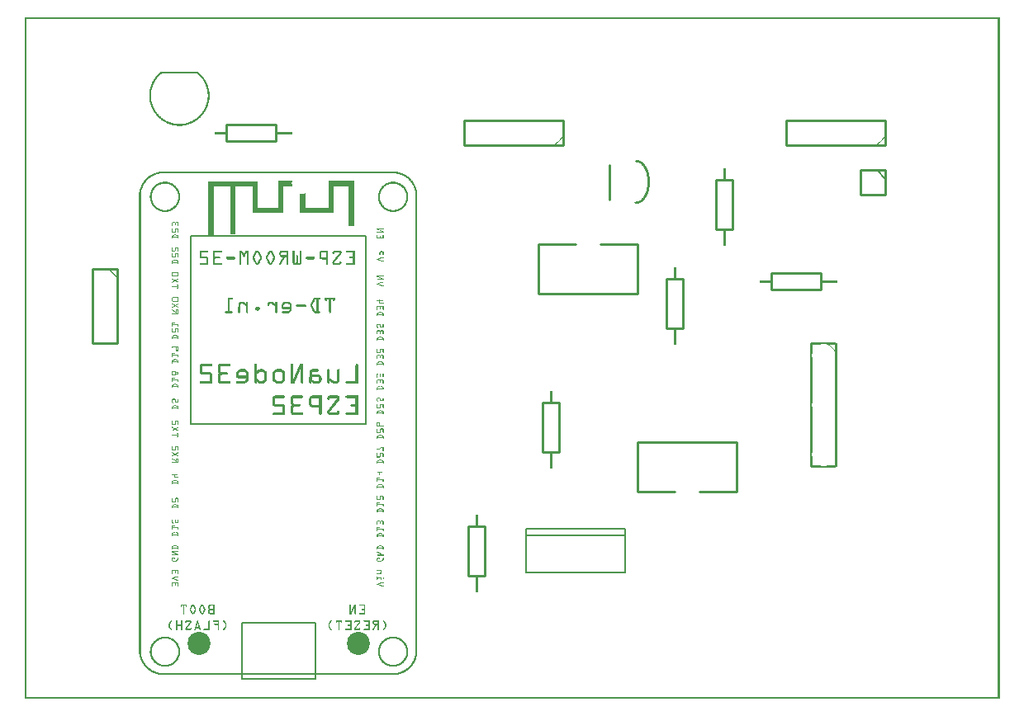
<source format=gbo>
G04 MADE WITH FRITZING*
G04 WWW.FRITZING.ORG*
G04 SINGLE SIDED*
G04 HOLES NOT PLATED*
G04 CONTOUR ON CENTER OF CONTOUR VECTOR*
%ASAXBY*%
%FSLAX23Y23*%
%MOIN*%
%OFA0B0*%
%SFA1.0B1.0*%
%ADD10C,0.093181*%
%ADD11R,0.305790X0.232295X0.290142X0.216647*%
%ADD12C,0.007824*%
%ADD13R,0.714466X0.769713X0.698818X0.754065*%
%ADD14C,0.008000*%
%ADD15C,0.010000*%
%ADD16C,0.005000*%
%ADD17R,0.001000X0.001000*%
%LNSILK0*%
G90*
G70*
G54D10*
X704Y225D03*
X1349Y225D03*
G54D12*
X879Y308D02*
X1177Y308D01*
X1177Y83D01*
X879Y83D01*
X879Y308D01*
D02*
X673Y1873D02*
X1379Y1873D01*
X1379Y1111D01*
X673Y1111D01*
X673Y1873D01*
D02*
G54D14*
X2026Y513D02*
X2426Y513D01*
D02*
X2426Y513D02*
X2426Y663D01*
D02*
X2426Y663D02*
X2426Y688D01*
D02*
X2426Y688D02*
X2026Y688D01*
D02*
X2026Y688D02*
X2026Y663D01*
D02*
X2026Y663D02*
X2026Y513D01*
D02*
X2026Y663D02*
X2426Y663D01*
G54D15*
D02*
X376Y1738D02*
X376Y1438D01*
D02*
X376Y1438D02*
X276Y1438D01*
D02*
X276Y1438D02*
X276Y1738D01*
D02*
X276Y1738D02*
X376Y1738D01*
D02*
X2362Y2158D02*
X2362Y2018D01*
D02*
X2859Y1897D02*
X2859Y2097D01*
D02*
X2859Y2097D02*
X2793Y2097D01*
D02*
X2793Y2097D02*
X2793Y1897D01*
D02*
X2793Y1897D02*
X2859Y1897D01*
D02*
X2659Y1497D02*
X2659Y1697D01*
D02*
X2659Y1697D02*
X2593Y1697D01*
D02*
X2593Y1697D02*
X2593Y1497D01*
D02*
X2593Y1497D02*
X2659Y1497D01*
D02*
X1016Y2321D02*
X816Y2321D01*
D02*
X816Y2321D02*
X816Y2255D01*
D02*
X816Y2255D02*
X1016Y2255D01*
D02*
X1016Y2255D02*
X1016Y2321D01*
D02*
X3216Y1721D02*
X3016Y1721D01*
D02*
X3016Y1721D02*
X3016Y1655D01*
D02*
X3016Y1655D02*
X3216Y1655D01*
D02*
X3216Y1655D02*
X3216Y1721D01*
D02*
X2476Y838D02*
X2476Y1038D01*
D02*
X2476Y1038D02*
X2876Y1038D01*
D02*
X2876Y1038D02*
X2876Y838D01*
D02*
X2476Y838D02*
X2626Y838D01*
D02*
X2726Y838D02*
X2876Y838D01*
D02*
X2476Y1838D02*
X2476Y1638D01*
D02*
X2476Y1638D02*
X2076Y1638D01*
D02*
X2076Y1638D02*
X2076Y1838D01*
D02*
X2476Y1838D02*
X2326Y1838D01*
D02*
X2226Y1838D02*
X2076Y1838D01*
D02*
X2159Y997D02*
X2159Y1197D01*
D02*
X2159Y1197D02*
X2093Y1197D01*
D02*
X2093Y1197D02*
X2093Y997D01*
D02*
X2093Y997D02*
X2159Y997D01*
D02*
X1859Y497D02*
X1859Y697D01*
D02*
X1859Y697D02*
X1793Y697D01*
D02*
X1793Y697D02*
X1793Y497D01*
D02*
X1793Y497D02*
X1859Y497D01*
D02*
X2176Y2238D02*
X1776Y2238D01*
D02*
X1776Y2238D02*
X1776Y2338D01*
D02*
X1776Y2338D02*
X2176Y2338D01*
D02*
X2176Y2338D02*
X2176Y2238D01*
D02*
X3476Y2238D02*
X3076Y2238D01*
D02*
X3076Y2238D02*
X3076Y2338D01*
D02*
X3076Y2338D02*
X3476Y2338D01*
D02*
X3476Y2338D02*
X3476Y2238D01*
D02*
X3476Y2138D02*
X3476Y2038D01*
D02*
X3476Y2038D02*
X3376Y2038D01*
D02*
X3376Y2038D02*
X3376Y2138D01*
D02*
X3376Y2138D02*
X3476Y2138D01*
G54D16*
D02*
X3476Y2103D02*
X3441Y2138D01*
G54D17*
X1Y2755D02*
X3937Y2755D01*
X1Y2754D02*
X3937Y2754D01*
X1Y2753D02*
X3937Y2753D01*
X1Y2752D02*
X3937Y2752D01*
X1Y2751D02*
X3937Y2751D01*
X1Y2750D02*
X3937Y2750D01*
X1Y2749D02*
X3937Y2749D01*
X1Y2748D02*
X3937Y2748D01*
X1Y2747D02*
X8Y2747D01*
X3930Y2747D02*
X3937Y2747D01*
X1Y2746D02*
X8Y2746D01*
X3930Y2746D02*
X3937Y2746D01*
X1Y2745D02*
X8Y2745D01*
X3930Y2745D02*
X3937Y2745D01*
X1Y2744D02*
X8Y2744D01*
X3930Y2744D02*
X3937Y2744D01*
X1Y2743D02*
X8Y2743D01*
X3930Y2743D02*
X3937Y2743D01*
X1Y2742D02*
X8Y2742D01*
X3930Y2742D02*
X3937Y2742D01*
X1Y2741D02*
X8Y2741D01*
X3930Y2741D02*
X3937Y2741D01*
X1Y2740D02*
X8Y2740D01*
X3930Y2740D02*
X3937Y2740D01*
X1Y2739D02*
X8Y2739D01*
X3930Y2739D02*
X3937Y2739D01*
X1Y2738D02*
X8Y2738D01*
X3930Y2738D02*
X3937Y2738D01*
X1Y2737D02*
X8Y2737D01*
X3930Y2737D02*
X3937Y2737D01*
X1Y2736D02*
X8Y2736D01*
X3930Y2736D02*
X3937Y2736D01*
X1Y2735D02*
X8Y2735D01*
X3930Y2735D02*
X3937Y2735D01*
X1Y2734D02*
X8Y2734D01*
X3930Y2734D02*
X3937Y2734D01*
X1Y2733D02*
X8Y2733D01*
X3930Y2733D02*
X3937Y2733D01*
X1Y2732D02*
X8Y2732D01*
X3930Y2732D02*
X3937Y2732D01*
X1Y2731D02*
X8Y2731D01*
X3930Y2731D02*
X3937Y2731D01*
X1Y2730D02*
X8Y2730D01*
X3930Y2730D02*
X3937Y2730D01*
X1Y2729D02*
X8Y2729D01*
X3930Y2729D02*
X3937Y2729D01*
X1Y2728D02*
X8Y2728D01*
X3930Y2728D02*
X3937Y2728D01*
X1Y2727D02*
X8Y2727D01*
X3930Y2727D02*
X3937Y2727D01*
X1Y2726D02*
X8Y2726D01*
X3930Y2726D02*
X3937Y2726D01*
X1Y2725D02*
X8Y2725D01*
X3930Y2725D02*
X3937Y2725D01*
X1Y2724D02*
X8Y2724D01*
X3930Y2724D02*
X3937Y2724D01*
X1Y2723D02*
X8Y2723D01*
X3930Y2723D02*
X3937Y2723D01*
X1Y2722D02*
X8Y2722D01*
X3930Y2722D02*
X3937Y2722D01*
X1Y2721D02*
X8Y2721D01*
X3930Y2721D02*
X3937Y2721D01*
X1Y2720D02*
X8Y2720D01*
X3930Y2720D02*
X3937Y2720D01*
X1Y2719D02*
X8Y2719D01*
X3930Y2719D02*
X3937Y2719D01*
X1Y2718D02*
X8Y2718D01*
X3930Y2718D02*
X3937Y2718D01*
X1Y2717D02*
X8Y2717D01*
X3930Y2717D02*
X3937Y2717D01*
X1Y2716D02*
X8Y2716D01*
X3930Y2716D02*
X3937Y2716D01*
X1Y2715D02*
X8Y2715D01*
X3930Y2715D02*
X3937Y2715D01*
X1Y2714D02*
X8Y2714D01*
X3930Y2714D02*
X3937Y2714D01*
X1Y2713D02*
X8Y2713D01*
X3930Y2713D02*
X3937Y2713D01*
X1Y2712D02*
X8Y2712D01*
X3930Y2712D02*
X3937Y2712D01*
X1Y2711D02*
X8Y2711D01*
X3930Y2711D02*
X3937Y2711D01*
X1Y2710D02*
X8Y2710D01*
X3930Y2710D02*
X3937Y2710D01*
X1Y2709D02*
X8Y2709D01*
X3930Y2709D02*
X3937Y2709D01*
X1Y2708D02*
X8Y2708D01*
X3930Y2708D02*
X3937Y2708D01*
X1Y2707D02*
X8Y2707D01*
X3930Y2707D02*
X3937Y2707D01*
X1Y2706D02*
X8Y2706D01*
X3930Y2706D02*
X3937Y2706D01*
X1Y2705D02*
X8Y2705D01*
X3930Y2705D02*
X3937Y2705D01*
X1Y2704D02*
X8Y2704D01*
X3930Y2704D02*
X3937Y2704D01*
X1Y2703D02*
X8Y2703D01*
X3930Y2703D02*
X3937Y2703D01*
X1Y2702D02*
X8Y2702D01*
X3930Y2702D02*
X3937Y2702D01*
X1Y2701D02*
X8Y2701D01*
X3930Y2701D02*
X3937Y2701D01*
X1Y2700D02*
X8Y2700D01*
X3930Y2700D02*
X3937Y2700D01*
X1Y2699D02*
X8Y2699D01*
X3930Y2699D02*
X3937Y2699D01*
X1Y2698D02*
X8Y2698D01*
X3930Y2698D02*
X3937Y2698D01*
X1Y2697D02*
X8Y2697D01*
X3930Y2697D02*
X3937Y2697D01*
X1Y2696D02*
X8Y2696D01*
X3930Y2696D02*
X3937Y2696D01*
X1Y2695D02*
X8Y2695D01*
X3930Y2695D02*
X3937Y2695D01*
X1Y2694D02*
X8Y2694D01*
X3930Y2694D02*
X3937Y2694D01*
X1Y2693D02*
X8Y2693D01*
X3930Y2693D02*
X3937Y2693D01*
X1Y2692D02*
X8Y2692D01*
X3930Y2692D02*
X3937Y2692D01*
X1Y2691D02*
X8Y2691D01*
X3930Y2691D02*
X3937Y2691D01*
X1Y2690D02*
X8Y2690D01*
X3930Y2690D02*
X3937Y2690D01*
X1Y2689D02*
X8Y2689D01*
X3930Y2689D02*
X3937Y2689D01*
X1Y2688D02*
X8Y2688D01*
X3930Y2688D02*
X3937Y2688D01*
X1Y2687D02*
X8Y2687D01*
X3930Y2687D02*
X3937Y2687D01*
X1Y2686D02*
X8Y2686D01*
X3930Y2686D02*
X3937Y2686D01*
X1Y2685D02*
X8Y2685D01*
X3930Y2685D02*
X3937Y2685D01*
X1Y2684D02*
X8Y2684D01*
X3930Y2684D02*
X3937Y2684D01*
X1Y2683D02*
X8Y2683D01*
X3930Y2683D02*
X3937Y2683D01*
X1Y2682D02*
X8Y2682D01*
X3930Y2682D02*
X3937Y2682D01*
X1Y2681D02*
X8Y2681D01*
X3930Y2681D02*
X3937Y2681D01*
X1Y2680D02*
X8Y2680D01*
X3930Y2680D02*
X3937Y2680D01*
X1Y2679D02*
X8Y2679D01*
X3930Y2679D02*
X3937Y2679D01*
X1Y2678D02*
X8Y2678D01*
X3930Y2678D02*
X3937Y2678D01*
X1Y2677D02*
X8Y2677D01*
X3930Y2677D02*
X3937Y2677D01*
X1Y2676D02*
X8Y2676D01*
X3930Y2676D02*
X3937Y2676D01*
X1Y2675D02*
X8Y2675D01*
X3930Y2675D02*
X3937Y2675D01*
X1Y2674D02*
X8Y2674D01*
X3930Y2674D02*
X3937Y2674D01*
X1Y2673D02*
X8Y2673D01*
X3930Y2673D02*
X3937Y2673D01*
X1Y2672D02*
X8Y2672D01*
X3930Y2672D02*
X3937Y2672D01*
X1Y2671D02*
X8Y2671D01*
X3930Y2671D02*
X3937Y2671D01*
X1Y2670D02*
X8Y2670D01*
X3930Y2670D02*
X3937Y2670D01*
X1Y2669D02*
X8Y2669D01*
X3930Y2669D02*
X3937Y2669D01*
X1Y2668D02*
X8Y2668D01*
X3930Y2668D02*
X3937Y2668D01*
X1Y2667D02*
X8Y2667D01*
X3930Y2667D02*
X3937Y2667D01*
X1Y2666D02*
X8Y2666D01*
X3930Y2666D02*
X3937Y2666D01*
X1Y2665D02*
X8Y2665D01*
X3930Y2665D02*
X3937Y2665D01*
X1Y2664D02*
X8Y2664D01*
X3930Y2664D02*
X3937Y2664D01*
X1Y2663D02*
X8Y2663D01*
X3930Y2663D02*
X3937Y2663D01*
X1Y2662D02*
X8Y2662D01*
X3930Y2662D02*
X3937Y2662D01*
X1Y2661D02*
X8Y2661D01*
X3930Y2661D02*
X3937Y2661D01*
X1Y2660D02*
X8Y2660D01*
X3930Y2660D02*
X3937Y2660D01*
X1Y2659D02*
X8Y2659D01*
X3930Y2659D02*
X3937Y2659D01*
X1Y2658D02*
X8Y2658D01*
X3930Y2658D02*
X3937Y2658D01*
X1Y2657D02*
X8Y2657D01*
X3930Y2657D02*
X3937Y2657D01*
X1Y2656D02*
X8Y2656D01*
X3930Y2656D02*
X3937Y2656D01*
X1Y2655D02*
X8Y2655D01*
X3930Y2655D02*
X3937Y2655D01*
X1Y2654D02*
X8Y2654D01*
X3930Y2654D02*
X3937Y2654D01*
X1Y2653D02*
X8Y2653D01*
X3930Y2653D02*
X3937Y2653D01*
X1Y2652D02*
X8Y2652D01*
X3930Y2652D02*
X3937Y2652D01*
X1Y2651D02*
X8Y2651D01*
X3930Y2651D02*
X3937Y2651D01*
X1Y2650D02*
X8Y2650D01*
X3930Y2650D02*
X3937Y2650D01*
X1Y2649D02*
X8Y2649D01*
X3930Y2649D02*
X3937Y2649D01*
X1Y2648D02*
X8Y2648D01*
X3930Y2648D02*
X3937Y2648D01*
X1Y2647D02*
X8Y2647D01*
X3930Y2647D02*
X3937Y2647D01*
X1Y2646D02*
X8Y2646D01*
X3930Y2646D02*
X3937Y2646D01*
X1Y2645D02*
X8Y2645D01*
X3930Y2645D02*
X3937Y2645D01*
X1Y2644D02*
X8Y2644D01*
X3930Y2644D02*
X3937Y2644D01*
X1Y2643D02*
X8Y2643D01*
X3930Y2643D02*
X3937Y2643D01*
X1Y2642D02*
X8Y2642D01*
X3930Y2642D02*
X3937Y2642D01*
X1Y2641D02*
X8Y2641D01*
X3930Y2641D02*
X3937Y2641D01*
X1Y2640D02*
X8Y2640D01*
X3930Y2640D02*
X3937Y2640D01*
X1Y2639D02*
X8Y2639D01*
X3930Y2639D02*
X3937Y2639D01*
X1Y2638D02*
X8Y2638D01*
X3930Y2638D02*
X3937Y2638D01*
X1Y2637D02*
X8Y2637D01*
X3930Y2637D02*
X3937Y2637D01*
X1Y2636D02*
X8Y2636D01*
X3930Y2636D02*
X3937Y2636D01*
X1Y2635D02*
X8Y2635D01*
X3930Y2635D02*
X3937Y2635D01*
X1Y2634D02*
X8Y2634D01*
X3930Y2634D02*
X3937Y2634D01*
X1Y2633D02*
X8Y2633D01*
X3930Y2633D02*
X3937Y2633D01*
X1Y2632D02*
X8Y2632D01*
X3930Y2632D02*
X3937Y2632D01*
X1Y2631D02*
X8Y2631D01*
X3930Y2631D02*
X3937Y2631D01*
X1Y2630D02*
X8Y2630D01*
X3930Y2630D02*
X3937Y2630D01*
X1Y2629D02*
X8Y2629D01*
X3930Y2629D02*
X3937Y2629D01*
X1Y2628D02*
X8Y2628D01*
X3930Y2628D02*
X3937Y2628D01*
X1Y2627D02*
X8Y2627D01*
X3930Y2627D02*
X3937Y2627D01*
X1Y2626D02*
X8Y2626D01*
X3930Y2626D02*
X3937Y2626D01*
X1Y2625D02*
X8Y2625D01*
X3930Y2625D02*
X3937Y2625D01*
X1Y2624D02*
X8Y2624D01*
X3930Y2624D02*
X3937Y2624D01*
X1Y2623D02*
X8Y2623D01*
X3930Y2623D02*
X3937Y2623D01*
X1Y2622D02*
X8Y2622D01*
X3930Y2622D02*
X3937Y2622D01*
X1Y2621D02*
X8Y2621D01*
X3930Y2621D02*
X3937Y2621D01*
X1Y2620D02*
X8Y2620D01*
X3930Y2620D02*
X3937Y2620D01*
X1Y2619D02*
X8Y2619D01*
X3930Y2619D02*
X3937Y2619D01*
X1Y2618D02*
X8Y2618D01*
X3930Y2618D02*
X3937Y2618D01*
X1Y2617D02*
X8Y2617D01*
X3930Y2617D02*
X3937Y2617D01*
X1Y2616D02*
X8Y2616D01*
X3930Y2616D02*
X3937Y2616D01*
X1Y2615D02*
X8Y2615D01*
X3930Y2615D02*
X3937Y2615D01*
X1Y2614D02*
X8Y2614D01*
X3930Y2614D02*
X3937Y2614D01*
X1Y2613D02*
X8Y2613D01*
X3930Y2613D02*
X3937Y2613D01*
X1Y2612D02*
X8Y2612D01*
X3930Y2612D02*
X3937Y2612D01*
X1Y2611D02*
X8Y2611D01*
X3930Y2611D02*
X3937Y2611D01*
X1Y2610D02*
X8Y2610D01*
X3930Y2610D02*
X3937Y2610D01*
X1Y2609D02*
X8Y2609D01*
X3930Y2609D02*
X3937Y2609D01*
X1Y2608D02*
X8Y2608D01*
X3930Y2608D02*
X3937Y2608D01*
X1Y2607D02*
X8Y2607D01*
X3930Y2607D02*
X3937Y2607D01*
X1Y2606D02*
X8Y2606D01*
X3930Y2606D02*
X3937Y2606D01*
X1Y2605D02*
X8Y2605D01*
X3930Y2605D02*
X3937Y2605D01*
X1Y2604D02*
X8Y2604D01*
X3930Y2604D02*
X3937Y2604D01*
X1Y2603D02*
X8Y2603D01*
X3930Y2603D02*
X3937Y2603D01*
X1Y2602D02*
X8Y2602D01*
X3930Y2602D02*
X3937Y2602D01*
X1Y2601D02*
X8Y2601D01*
X3930Y2601D02*
X3937Y2601D01*
X1Y2600D02*
X8Y2600D01*
X3930Y2600D02*
X3937Y2600D01*
X1Y2599D02*
X8Y2599D01*
X3930Y2599D02*
X3937Y2599D01*
X1Y2598D02*
X8Y2598D01*
X3930Y2598D02*
X3937Y2598D01*
X1Y2597D02*
X8Y2597D01*
X3930Y2597D02*
X3937Y2597D01*
X1Y2596D02*
X8Y2596D01*
X3930Y2596D02*
X3937Y2596D01*
X1Y2595D02*
X8Y2595D01*
X3930Y2595D02*
X3937Y2595D01*
X1Y2594D02*
X8Y2594D01*
X3930Y2594D02*
X3937Y2594D01*
X1Y2593D02*
X8Y2593D01*
X3930Y2593D02*
X3937Y2593D01*
X1Y2592D02*
X8Y2592D01*
X3930Y2592D02*
X3937Y2592D01*
X1Y2591D02*
X8Y2591D01*
X3930Y2591D02*
X3937Y2591D01*
X1Y2590D02*
X8Y2590D01*
X3930Y2590D02*
X3937Y2590D01*
X1Y2589D02*
X8Y2589D01*
X3930Y2589D02*
X3937Y2589D01*
X1Y2588D02*
X8Y2588D01*
X3930Y2588D02*
X3937Y2588D01*
X1Y2587D02*
X8Y2587D01*
X3930Y2587D02*
X3937Y2587D01*
X1Y2586D02*
X8Y2586D01*
X3930Y2586D02*
X3937Y2586D01*
X1Y2585D02*
X8Y2585D01*
X3930Y2585D02*
X3937Y2585D01*
X1Y2584D02*
X8Y2584D01*
X3930Y2584D02*
X3937Y2584D01*
X1Y2583D02*
X8Y2583D01*
X3930Y2583D02*
X3937Y2583D01*
X1Y2582D02*
X8Y2582D01*
X3930Y2582D02*
X3937Y2582D01*
X1Y2581D02*
X8Y2581D01*
X3930Y2581D02*
X3937Y2581D01*
X1Y2580D02*
X8Y2580D01*
X3930Y2580D02*
X3937Y2580D01*
X1Y2579D02*
X8Y2579D01*
X3930Y2579D02*
X3937Y2579D01*
X1Y2578D02*
X8Y2578D01*
X3930Y2578D02*
X3937Y2578D01*
X1Y2577D02*
X8Y2577D01*
X3930Y2577D02*
X3937Y2577D01*
X1Y2576D02*
X8Y2576D01*
X3930Y2576D02*
X3937Y2576D01*
X1Y2575D02*
X8Y2575D01*
X3930Y2575D02*
X3937Y2575D01*
X1Y2574D02*
X8Y2574D01*
X3930Y2574D02*
X3937Y2574D01*
X1Y2573D02*
X8Y2573D01*
X3930Y2573D02*
X3937Y2573D01*
X1Y2572D02*
X8Y2572D01*
X3930Y2572D02*
X3937Y2572D01*
X1Y2571D02*
X8Y2571D01*
X3930Y2571D02*
X3937Y2571D01*
X1Y2570D02*
X8Y2570D01*
X3930Y2570D02*
X3937Y2570D01*
X1Y2569D02*
X8Y2569D01*
X3930Y2569D02*
X3937Y2569D01*
X1Y2568D02*
X8Y2568D01*
X3930Y2568D02*
X3937Y2568D01*
X1Y2567D02*
X8Y2567D01*
X3930Y2567D02*
X3937Y2567D01*
X1Y2566D02*
X8Y2566D01*
X3930Y2566D02*
X3937Y2566D01*
X1Y2565D02*
X8Y2565D01*
X3930Y2565D02*
X3937Y2565D01*
X1Y2564D02*
X8Y2564D01*
X3930Y2564D02*
X3937Y2564D01*
X1Y2563D02*
X8Y2563D01*
X3930Y2563D02*
X3937Y2563D01*
X1Y2562D02*
X8Y2562D01*
X3930Y2562D02*
X3937Y2562D01*
X1Y2561D02*
X8Y2561D01*
X3930Y2561D02*
X3937Y2561D01*
X1Y2560D02*
X8Y2560D01*
X3930Y2560D02*
X3937Y2560D01*
X1Y2559D02*
X8Y2559D01*
X3930Y2559D02*
X3937Y2559D01*
X1Y2558D02*
X8Y2558D01*
X3930Y2558D02*
X3937Y2558D01*
X1Y2557D02*
X8Y2557D01*
X3930Y2557D02*
X3937Y2557D01*
X1Y2556D02*
X8Y2556D01*
X3930Y2556D02*
X3937Y2556D01*
X1Y2555D02*
X8Y2555D01*
X3930Y2555D02*
X3937Y2555D01*
X1Y2554D02*
X8Y2554D01*
X3930Y2554D02*
X3937Y2554D01*
X1Y2553D02*
X8Y2553D01*
X3930Y2553D02*
X3937Y2553D01*
X1Y2552D02*
X8Y2552D01*
X3930Y2552D02*
X3937Y2552D01*
X1Y2551D02*
X8Y2551D01*
X3930Y2551D02*
X3937Y2551D01*
X1Y2550D02*
X8Y2550D01*
X3930Y2550D02*
X3937Y2550D01*
X1Y2549D02*
X8Y2549D01*
X3930Y2549D02*
X3937Y2549D01*
X1Y2548D02*
X8Y2548D01*
X3930Y2548D02*
X3937Y2548D01*
X1Y2547D02*
X8Y2547D01*
X3930Y2547D02*
X3937Y2547D01*
X1Y2546D02*
X8Y2546D01*
X3930Y2546D02*
X3937Y2546D01*
X1Y2545D02*
X8Y2545D01*
X3930Y2545D02*
X3937Y2545D01*
X1Y2544D02*
X8Y2544D01*
X3930Y2544D02*
X3937Y2544D01*
X1Y2543D02*
X8Y2543D01*
X3930Y2543D02*
X3937Y2543D01*
X1Y2542D02*
X8Y2542D01*
X3930Y2542D02*
X3937Y2542D01*
X1Y2541D02*
X8Y2541D01*
X3930Y2541D02*
X3937Y2541D01*
X1Y2540D02*
X8Y2540D01*
X3930Y2540D02*
X3937Y2540D01*
X1Y2539D02*
X8Y2539D01*
X3930Y2539D02*
X3937Y2539D01*
X1Y2538D02*
X8Y2538D01*
X3930Y2538D02*
X3937Y2538D01*
X1Y2537D02*
X8Y2537D01*
X3930Y2537D02*
X3937Y2537D01*
X1Y2536D02*
X8Y2536D01*
X553Y2536D02*
X699Y2536D01*
X3930Y2536D02*
X3937Y2536D01*
X1Y2535D02*
X8Y2535D01*
X552Y2535D02*
X700Y2535D01*
X3930Y2535D02*
X3937Y2535D01*
X1Y2534D02*
X8Y2534D01*
X551Y2534D02*
X701Y2534D01*
X3930Y2534D02*
X3937Y2534D01*
X1Y2533D02*
X8Y2533D01*
X549Y2533D02*
X702Y2533D01*
X3930Y2533D02*
X3937Y2533D01*
X1Y2532D02*
X8Y2532D01*
X548Y2532D02*
X704Y2532D01*
X3930Y2532D02*
X3937Y2532D01*
X1Y2531D02*
X8Y2531D01*
X547Y2531D02*
X705Y2531D01*
X3930Y2531D02*
X3937Y2531D01*
X1Y2530D02*
X8Y2530D01*
X546Y2530D02*
X706Y2530D01*
X3930Y2530D02*
X3937Y2530D01*
X1Y2529D02*
X8Y2529D01*
X545Y2529D02*
X707Y2529D01*
X3930Y2529D02*
X3937Y2529D01*
X1Y2528D02*
X8Y2528D01*
X544Y2528D02*
X555Y2528D01*
X697Y2528D02*
X708Y2528D01*
X3930Y2528D02*
X3937Y2528D01*
X1Y2527D02*
X8Y2527D01*
X543Y2527D02*
X554Y2527D01*
X698Y2527D02*
X709Y2527D01*
X3930Y2527D02*
X3937Y2527D01*
X1Y2526D02*
X8Y2526D01*
X542Y2526D02*
X552Y2526D01*
X700Y2526D02*
X710Y2526D01*
X3930Y2526D02*
X3937Y2526D01*
X1Y2525D02*
X8Y2525D01*
X541Y2525D02*
X551Y2525D01*
X701Y2525D02*
X711Y2525D01*
X3930Y2525D02*
X3937Y2525D01*
X1Y2524D02*
X8Y2524D01*
X540Y2524D02*
X550Y2524D01*
X702Y2524D02*
X712Y2524D01*
X3930Y2524D02*
X3937Y2524D01*
X1Y2523D02*
X8Y2523D01*
X539Y2523D02*
X549Y2523D01*
X703Y2523D02*
X713Y2523D01*
X3930Y2523D02*
X3937Y2523D01*
X1Y2522D02*
X8Y2522D01*
X538Y2522D02*
X548Y2522D01*
X704Y2522D02*
X714Y2522D01*
X3930Y2522D02*
X3937Y2522D01*
X1Y2521D02*
X8Y2521D01*
X537Y2521D02*
X547Y2521D01*
X705Y2521D02*
X715Y2521D01*
X3930Y2521D02*
X3937Y2521D01*
X1Y2520D02*
X8Y2520D01*
X536Y2520D02*
X546Y2520D01*
X706Y2520D02*
X716Y2520D01*
X3930Y2520D02*
X3937Y2520D01*
X1Y2519D02*
X8Y2519D01*
X535Y2519D02*
X545Y2519D01*
X707Y2519D02*
X717Y2519D01*
X3930Y2519D02*
X3937Y2519D01*
X1Y2518D02*
X8Y2518D01*
X534Y2518D02*
X544Y2518D01*
X708Y2518D02*
X718Y2518D01*
X3930Y2518D02*
X3937Y2518D01*
X1Y2517D02*
X8Y2517D01*
X533Y2517D02*
X543Y2517D01*
X709Y2517D02*
X719Y2517D01*
X3930Y2517D02*
X3937Y2517D01*
X1Y2516D02*
X8Y2516D01*
X532Y2516D02*
X542Y2516D01*
X710Y2516D02*
X720Y2516D01*
X3930Y2516D02*
X3937Y2516D01*
X1Y2515D02*
X8Y2515D01*
X532Y2515D02*
X541Y2515D01*
X711Y2515D02*
X720Y2515D01*
X3930Y2515D02*
X3937Y2515D01*
X1Y2514D02*
X8Y2514D01*
X531Y2514D02*
X540Y2514D01*
X712Y2514D02*
X721Y2514D01*
X3930Y2514D02*
X3937Y2514D01*
X1Y2513D02*
X8Y2513D01*
X530Y2513D02*
X539Y2513D01*
X713Y2513D02*
X722Y2513D01*
X3930Y2513D02*
X3937Y2513D01*
X1Y2512D02*
X8Y2512D01*
X529Y2512D02*
X538Y2512D01*
X714Y2512D02*
X723Y2512D01*
X3930Y2512D02*
X3937Y2512D01*
X1Y2511D02*
X8Y2511D01*
X528Y2511D02*
X537Y2511D01*
X715Y2511D02*
X724Y2511D01*
X3930Y2511D02*
X3937Y2511D01*
X1Y2510D02*
X8Y2510D01*
X528Y2510D02*
X536Y2510D01*
X715Y2510D02*
X724Y2510D01*
X3930Y2510D02*
X3937Y2510D01*
X1Y2509D02*
X8Y2509D01*
X527Y2509D02*
X536Y2509D01*
X716Y2509D02*
X725Y2509D01*
X3930Y2509D02*
X3937Y2509D01*
X1Y2508D02*
X8Y2508D01*
X526Y2508D02*
X535Y2508D01*
X717Y2508D02*
X726Y2508D01*
X3930Y2508D02*
X3937Y2508D01*
X1Y2507D02*
X8Y2507D01*
X526Y2507D02*
X534Y2507D01*
X718Y2507D02*
X726Y2507D01*
X3930Y2507D02*
X3937Y2507D01*
X1Y2506D02*
X8Y2506D01*
X525Y2506D02*
X533Y2506D01*
X718Y2506D02*
X727Y2506D01*
X3930Y2506D02*
X3937Y2506D01*
X1Y2505D02*
X8Y2505D01*
X524Y2505D02*
X533Y2505D01*
X719Y2505D02*
X728Y2505D01*
X3930Y2505D02*
X3937Y2505D01*
X1Y2504D02*
X8Y2504D01*
X524Y2504D02*
X532Y2504D01*
X720Y2504D02*
X728Y2504D01*
X3930Y2504D02*
X3937Y2504D01*
X1Y2503D02*
X8Y2503D01*
X523Y2503D02*
X531Y2503D01*
X721Y2503D02*
X729Y2503D01*
X3930Y2503D02*
X3937Y2503D01*
X1Y2502D02*
X8Y2502D01*
X522Y2502D02*
X531Y2502D01*
X721Y2502D02*
X730Y2502D01*
X3930Y2502D02*
X3937Y2502D01*
X1Y2501D02*
X8Y2501D01*
X522Y2501D02*
X530Y2501D01*
X722Y2501D02*
X730Y2501D01*
X3930Y2501D02*
X3937Y2501D01*
X1Y2500D02*
X8Y2500D01*
X521Y2500D02*
X529Y2500D01*
X723Y2500D02*
X731Y2500D01*
X3930Y2500D02*
X3937Y2500D01*
X1Y2499D02*
X8Y2499D01*
X521Y2499D02*
X529Y2499D01*
X723Y2499D02*
X731Y2499D01*
X3930Y2499D02*
X3937Y2499D01*
X1Y2498D02*
X8Y2498D01*
X520Y2498D02*
X528Y2498D01*
X724Y2498D02*
X732Y2498D01*
X3930Y2498D02*
X3937Y2498D01*
X1Y2497D02*
X8Y2497D01*
X520Y2497D02*
X527Y2497D01*
X725Y2497D02*
X733Y2497D01*
X3930Y2497D02*
X3937Y2497D01*
X1Y2496D02*
X8Y2496D01*
X519Y2496D02*
X527Y2496D01*
X725Y2496D02*
X733Y2496D01*
X3930Y2496D02*
X3937Y2496D01*
X1Y2495D02*
X8Y2495D01*
X518Y2495D02*
X526Y2495D01*
X726Y2495D02*
X734Y2495D01*
X3930Y2495D02*
X3937Y2495D01*
X1Y2494D02*
X8Y2494D01*
X518Y2494D02*
X526Y2494D01*
X726Y2494D02*
X734Y2494D01*
X3930Y2494D02*
X3937Y2494D01*
X1Y2493D02*
X8Y2493D01*
X517Y2493D02*
X525Y2493D01*
X727Y2493D02*
X735Y2493D01*
X3930Y2493D02*
X3937Y2493D01*
X1Y2492D02*
X8Y2492D01*
X517Y2492D02*
X525Y2492D01*
X727Y2492D02*
X735Y2492D01*
X3930Y2492D02*
X3937Y2492D01*
X1Y2491D02*
X8Y2491D01*
X516Y2491D02*
X524Y2491D01*
X728Y2491D02*
X736Y2491D01*
X3930Y2491D02*
X3937Y2491D01*
X1Y2490D02*
X8Y2490D01*
X516Y2490D02*
X524Y2490D01*
X728Y2490D02*
X736Y2490D01*
X3930Y2490D02*
X3937Y2490D01*
X1Y2489D02*
X8Y2489D01*
X515Y2489D02*
X523Y2489D01*
X729Y2489D02*
X736Y2489D01*
X3930Y2489D02*
X3937Y2489D01*
X1Y2488D02*
X8Y2488D01*
X515Y2488D02*
X523Y2488D01*
X729Y2488D02*
X737Y2488D01*
X3930Y2488D02*
X3937Y2488D01*
X1Y2487D02*
X8Y2487D01*
X515Y2487D02*
X522Y2487D01*
X730Y2487D02*
X737Y2487D01*
X3930Y2487D02*
X3937Y2487D01*
X1Y2486D02*
X8Y2486D01*
X514Y2486D02*
X522Y2486D01*
X730Y2486D02*
X738Y2486D01*
X3930Y2486D02*
X3937Y2486D01*
X1Y2485D02*
X8Y2485D01*
X514Y2485D02*
X521Y2485D01*
X731Y2485D02*
X738Y2485D01*
X3930Y2485D02*
X3937Y2485D01*
X1Y2484D02*
X8Y2484D01*
X513Y2484D02*
X521Y2484D01*
X731Y2484D02*
X739Y2484D01*
X3930Y2484D02*
X3937Y2484D01*
X1Y2483D02*
X8Y2483D01*
X513Y2483D02*
X520Y2483D01*
X732Y2483D02*
X739Y2483D01*
X3930Y2483D02*
X3937Y2483D01*
X1Y2482D02*
X8Y2482D01*
X513Y2482D02*
X520Y2482D01*
X732Y2482D02*
X739Y2482D01*
X3930Y2482D02*
X3937Y2482D01*
X1Y2481D02*
X8Y2481D01*
X512Y2481D02*
X519Y2481D01*
X732Y2481D02*
X740Y2481D01*
X3930Y2481D02*
X3937Y2481D01*
X1Y2480D02*
X8Y2480D01*
X512Y2480D02*
X519Y2480D01*
X733Y2480D02*
X740Y2480D01*
X3930Y2480D02*
X3937Y2480D01*
X1Y2479D02*
X8Y2479D01*
X511Y2479D02*
X519Y2479D01*
X733Y2479D02*
X741Y2479D01*
X3930Y2479D02*
X3937Y2479D01*
X1Y2478D02*
X8Y2478D01*
X511Y2478D02*
X518Y2478D01*
X734Y2478D02*
X741Y2478D01*
X3930Y2478D02*
X3937Y2478D01*
X1Y2477D02*
X8Y2477D01*
X511Y2477D02*
X518Y2477D01*
X734Y2477D02*
X741Y2477D01*
X3930Y2477D02*
X3937Y2477D01*
X1Y2476D02*
X8Y2476D01*
X510Y2476D02*
X518Y2476D01*
X734Y2476D02*
X742Y2476D01*
X3930Y2476D02*
X3937Y2476D01*
X1Y2475D02*
X8Y2475D01*
X510Y2475D02*
X517Y2475D01*
X735Y2475D02*
X742Y2475D01*
X3930Y2475D02*
X3937Y2475D01*
X1Y2474D02*
X8Y2474D01*
X510Y2474D02*
X517Y2474D01*
X735Y2474D02*
X742Y2474D01*
X3930Y2474D02*
X3937Y2474D01*
X1Y2473D02*
X8Y2473D01*
X509Y2473D02*
X517Y2473D01*
X735Y2473D02*
X742Y2473D01*
X3930Y2473D02*
X3937Y2473D01*
X1Y2472D02*
X8Y2472D01*
X509Y2472D02*
X516Y2472D01*
X736Y2472D02*
X743Y2472D01*
X3930Y2472D02*
X3937Y2472D01*
X1Y2471D02*
X8Y2471D01*
X509Y2471D02*
X516Y2471D01*
X736Y2471D02*
X743Y2471D01*
X3930Y2471D02*
X3937Y2471D01*
X1Y2470D02*
X8Y2470D01*
X509Y2470D02*
X516Y2470D01*
X736Y2470D02*
X743Y2470D01*
X3930Y2470D02*
X3937Y2470D01*
X1Y2469D02*
X8Y2469D01*
X508Y2469D02*
X515Y2469D01*
X737Y2469D02*
X744Y2469D01*
X3930Y2469D02*
X3937Y2469D01*
X1Y2468D02*
X8Y2468D01*
X508Y2468D02*
X515Y2468D01*
X737Y2468D02*
X744Y2468D01*
X3930Y2468D02*
X3937Y2468D01*
X1Y2467D02*
X8Y2467D01*
X508Y2467D02*
X515Y2467D01*
X737Y2467D02*
X744Y2467D01*
X3930Y2467D02*
X3937Y2467D01*
X1Y2466D02*
X8Y2466D01*
X508Y2466D02*
X515Y2466D01*
X737Y2466D02*
X744Y2466D01*
X3930Y2466D02*
X3937Y2466D01*
X1Y2465D02*
X8Y2465D01*
X507Y2465D02*
X514Y2465D01*
X738Y2465D02*
X745Y2465D01*
X3930Y2465D02*
X3937Y2465D01*
X1Y2464D02*
X8Y2464D01*
X507Y2464D02*
X514Y2464D01*
X738Y2464D02*
X745Y2464D01*
X3930Y2464D02*
X3937Y2464D01*
X1Y2463D02*
X8Y2463D01*
X507Y2463D02*
X514Y2463D01*
X738Y2463D02*
X745Y2463D01*
X3930Y2463D02*
X3937Y2463D01*
X1Y2462D02*
X8Y2462D01*
X507Y2462D02*
X514Y2462D01*
X738Y2462D02*
X745Y2462D01*
X3930Y2462D02*
X3937Y2462D01*
X1Y2461D02*
X8Y2461D01*
X507Y2461D02*
X514Y2461D01*
X739Y2461D02*
X745Y2461D01*
X3930Y2461D02*
X3937Y2461D01*
X1Y2460D02*
X8Y2460D01*
X506Y2460D02*
X513Y2460D01*
X739Y2460D02*
X746Y2460D01*
X3930Y2460D02*
X3937Y2460D01*
X1Y2459D02*
X8Y2459D01*
X506Y2459D02*
X513Y2459D01*
X739Y2459D02*
X746Y2459D01*
X3930Y2459D02*
X3937Y2459D01*
X1Y2458D02*
X8Y2458D01*
X506Y2458D02*
X513Y2458D01*
X739Y2458D02*
X746Y2458D01*
X3930Y2458D02*
X3937Y2458D01*
X1Y2457D02*
X8Y2457D01*
X506Y2457D02*
X513Y2457D01*
X739Y2457D02*
X746Y2457D01*
X3930Y2457D02*
X3937Y2457D01*
X1Y2456D02*
X8Y2456D01*
X506Y2456D02*
X513Y2456D01*
X739Y2456D02*
X746Y2456D01*
X3930Y2456D02*
X3937Y2456D01*
X1Y2455D02*
X8Y2455D01*
X506Y2455D02*
X513Y2455D01*
X740Y2455D02*
X746Y2455D01*
X3930Y2455D02*
X3937Y2455D01*
X1Y2454D02*
X8Y2454D01*
X505Y2454D02*
X512Y2454D01*
X740Y2454D02*
X746Y2454D01*
X3930Y2454D02*
X3937Y2454D01*
X1Y2453D02*
X8Y2453D01*
X505Y2453D02*
X512Y2453D01*
X740Y2453D02*
X747Y2453D01*
X3930Y2453D02*
X3937Y2453D01*
X1Y2452D02*
X8Y2452D01*
X505Y2452D02*
X512Y2452D01*
X740Y2452D02*
X747Y2452D01*
X3930Y2452D02*
X3937Y2452D01*
X1Y2451D02*
X8Y2451D01*
X505Y2451D02*
X512Y2451D01*
X740Y2451D02*
X747Y2451D01*
X3930Y2451D02*
X3937Y2451D01*
X1Y2450D02*
X8Y2450D01*
X505Y2450D02*
X512Y2450D01*
X740Y2450D02*
X747Y2450D01*
X3930Y2450D02*
X3937Y2450D01*
X1Y2449D02*
X8Y2449D01*
X505Y2449D02*
X512Y2449D01*
X740Y2449D02*
X747Y2449D01*
X3930Y2449D02*
X3937Y2449D01*
X1Y2448D02*
X8Y2448D01*
X505Y2448D02*
X512Y2448D01*
X740Y2448D02*
X747Y2448D01*
X3930Y2448D02*
X3937Y2448D01*
X1Y2447D02*
X8Y2447D01*
X505Y2447D02*
X512Y2447D01*
X740Y2447D02*
X747Y2447D01*
X3930Y2447D02*
X3937Y2447D01*
X1Y2446D02*
X8Y2446D01*
X505Y2446D02*
X512Y2446D01*
X740Y2446D02*
X747Y2446D01*
X3930Y2446D02*
X3937Y2446D01*
X1Y2445D02*
X8Y2445D01*
X505Y2445D02*
X512Y2445D01*
X741Y2445D02*
X747Y2445D01*
X3930Y2445D02*
X3937Y2445D01*
X1Y2444D02*
X8Y2444D01*
X505Y2444D02*
X511Y2444D01*
X741Y2444D02*
X747Y2444D01*
X3930Y2444D02*
X3937Y2444D01*
X1Y2443D02*
X8Y2443D01*
X505Y2443D02*
X511Y2443D01*
X741Y2443D02*
X747Y2443D01*
X3930Y2443D02*
X3937Y2443D01*
X1Y2442D02*
X8Y2442D01*
X505Y2442D02*
X511Y2442D01*
X741Y2442D02*
X747Y2442D01*
X3930Y2442D02*
X3937Y2442D01*
X1Y2441D02*
X8Y2441D01*
X505Y2441D02*
X511Y2441D01*
X741Y2441D02*
X747Y2441D01*
X3930Y2441D02*
X3937Y2441D01*
X1Y2440D02*
X8Y2440D01*
X505Y2440D02*
X511Y2440D01*
X741Y2440D02*
X747Y2440D01*
X3930Y2440D02*
X3937Y2440D01*
X1Y2439D02*
X8Y2439D01*
X504Y2439D02*
X511Y2439D01*
X741Y2439D02*
X748Y2439D01*
X3930Y2439D02*
X3937Y2439D01*
X1Y2438D02*
X8Y2438D01*
X504Y2438D02*
X511Y2438D01*
X741Y2438D02*
X748Y2438D01*
X3930Y2438D02*
X3937Y2438D01*
X1Y2437D02*
X8Y2437D01*
X505Y2437D02*
X511Y2437D01*
X741Y2437D02*
X747Y2437D01*
X3930Y2437D02*
X3937Y2437D01*
X1Y2436D02*
X8Y2436D01*
X505Y2436D02*
X511Y2436D01*
X741Y2436D02*
X747Y2436D01*
X3930Y2436D02*
X3937Y2436D01*
X1Y2435D02*
X8Y2435D01*
X505Y2435D02*
X511Y2435D01*
X741Y2435D02*
X747Y2435D01*
X3930Y2435D02*
X3937Y2435D01*
X1Y2434D02*
X8Y2434D01*
X505Y2434D02*
X511Y2434D01*
X741Y2434D02*
X747Y2434D01*
X3930Y2434D02*
X3937Y2434D01*
X1Y2433D02*
X8Y2433D01*
X505Y2433D02*
X511Y2433D01*
X741Y2433D02*
X747Y2433D01*
X3930Y2433D02*
X3937Y2433D01*
X1Y2432D02*
X8Y2432D01*
X505Y2432D02*
X511Y2432D01*
X740Y2432D02*
X747Y2432D01*
X3930Y2432D02*
X3937Y2432D01*
X1Y2431D02*
X8Y2431D01*
X505Y2431D02*
X512Y2431D01*
X740Y2431D02*
X747Y2431D01*
X3930Y2431D02*
X3937Y2431D01*
X1Y2430D02*
X8Y2430D01*
X505Y2430D02*
X512Y2430D01*
X740Y2430D02*
X747Y2430D01*
X3930Y2430D02*
X3937Y2430D01*
X1Y2429D02*
X8Y2429D01*
X505Y2429D02*
X512Y2429D01*
X740Y2429D02*
X747Y2429D01*
X3930Y2429D02*
X3937Y2429D01*
X1Y2428D02*
X8Y2428D01*
X505Y2428D02*
X512Y2428D01*
X740Y2428D02*
X747Y2428D01*
X3930Y2428D02*
X3937Y2428D01*
X1Y2427D02*
X8Y2427D01*
X505Y2427D02*
X512Y2427D01*
X740Y2427D02*
X747Y2427D01*
X3930Y2427D02*
X3937Y2427D01*
X1Y2426D02*
X8Y2426D01*
X505Y2426D02*
X512Y2426D01*
X740Y2426D02*
X747Y2426D01*
X3930Y2426D02*
X3937Y2426D01*
X1Y2425D02*
X8Y2425D01*
X505Y2425D02*
X512Y2425D01*
X740Y2425D02*
X747Y2425D01*
X3930Y2425D02*
X3937Y2425D01*
X1Y2424D02*
X8Y2424D01*
X505Y2424D02*
X512Y2424D01*
X740Y2424D02*
X747Y2424D01*
X3930Y2424D02*
X3937Y2424D01*
X1Y2423D02*
X8Y2423D01*
X506Y2423D02*
X512Y2423D01*
X740Y2423D02*
X747Y2423D01*
X3930Y2423D02*
X3937Y2423D01*
X1Y2422D02*
X8Y2422D01*
X506Y2422D02*
X512Y2422D01*
X739Y2422D02*
X746Y2422D01*
X3930Y2422D02*
X3937Y2422D01*
X1Y2421D02*
X8Y2421D01*
X506Y2421D02*
X513Y2421D01*
X739Y2421D02*
X746Y2421D01*
X3930Y2421D02*
X3937Y2421D01*
X1Y2420D02*
X8Y2420D01*
X506Y2420D02*
X513Y2420D01*
X739Y2420D02*
X746Y2420D01*
X3930Y2420D02*
X3937Y2420D01*
X1Y2419D02*
X8Y2419D01*
X506Y2419D02*
X513Y2419D01*
X739Y2419D02*
X746Y2419D01*
X3930Y2419D02*
X3937Y2419D01*
X1Y2418D02*
X8Y2418D01*
X506Y2418D02*
X513Y2418D01*
X739Y2418D02*
X746Y2418D01*
X3930Y2418D02*
X3937Y2418D01*
X1Y2417D02*
X8Y2417D01*
X506Y2417D02*
X513Y2417D01*
X739Y2417D02*
X746Y2417D01*
X3930Y2417D02*
X3937Y2417D01*
X1Y2416D02*
X8Y2416D01*
X507Y2416D02*
X513Y2416D01*
X738Y2416D02*
X745Y2416D01*
X3930Y2416D02*
X3937Y2416D01*
X1Y2415D02*
X8Y2415D01*
X507Y2415D02*
X514Y2415D01*
X738Y2415D02*
X745Y2415D01*
X3930Y2415D02*
X3937Y2415D01*
X1Y2414D02*
X8Y2414D01*
X507Y2414D02*
X514Y2414D01*
X738Y2414D02*
X745Y2414D01*
X3930Y2414D02*
X3937Y2414D01*
X1Y2413D02*
X8Y2413D01*
X507Y2413D02*
X514Y2413D01*
X738Y2413D02*
X745Y2413D01*
X3930Y2413D02*
X3937Y2413D01*
X1Y2412D02*
X8Y2412D01*
X507Y2412D02*
X514Y2412D01*
X738Y2412D02*
X745Y2412D01*
X3930Y2412D02*
X3937Y2412D01*
X1Y2411D02*
X8Y2411D01*
X508Y2411D02*
X515Y2411D01*
X737Y2411D02*
X744Y2411D01*
X3930Y2411D02*
X3937Y2411D01*
X1Y2410D02*
X8Y2410D01*
X508Y2410D02*
X515Y2410D01*
X737Y2410D02*
X744Y2410D01*
X3930Y2410D02*
X3937Y2410D01*
X1Y2409D02*
X8Y2409D01*
X508Y2409D02*
X515Y2409D01*
X737Y2409D02*
X744Y2409D01*
X3930Y2409D02*
X3937Y2409D01*
X1Y2408D02*
X8Y2408D01*
X508Y2408D02*
X515Y2408D01*
X737Y2408D02*
X744Y2408D01*
X3930Y2408D02*
X3937Y2408D01*
X1Y2407D02*
X8Y2407D01*
X509Y2407D02*
X516Y2407D01*
X736Y2407D02*
X743Y2407D01*
X3930Y2407D02*
X3937Y2407D01*
X1Y2406D02*
X8Y2406D01*
X509Y2406D02*
X516Y2406D01*
X736Y2406D02*
X743Y2406D01*
X3930Y2406D02*
X3937Y2406D01*
X1Y2405D02*
X8Y2405D01*
X509Y2405D02*
X516Y2405D01*
X736Y2405D02*
X743Y2405D01*
X3930Y2405D02*
X3937Y2405D01*
X1Y2404D02*
X8Y2404D01*
X509Y2404D02*
X517Y2404D01*
X735Y2404D02*
X743Y2404D01*
X3930Y2404D02*
X3937Y2404D01*
X1Y2403D02*
X8Y2403D01*
X510Y2403D02*
X517Y2403D01*
X735Y2403D02*
X742Y2403D01*
X3930Y2403D02*
X3937Y2403D01*
X1Y2402D02*
X8Y2402D01*
X510Y2402D02*
X517Y2402D01*
X735Y2402D02*
X742Y2402D01*
X3930Y2402D02*
X3937Y2402D01*
X1Y2401D02*
X8Y2401D01*
X510Y2401D02*
X518Y2401D01*
X734Y2401D02*
X742Y2401D01*
X3930Y2401D02*
X3937Y2401D01*
X1Y2400D02*
X8Y2400D01*
X511Y2400D02*
X518Y2400D01*
X734Y2400D02*
X741Y2400D01*
X3930Y2400D02*
X3937Y2400D01*
X1Y2399D02*
X8Y2399D01*
X511Y2399D02*
X518Y2399D01*
X734Y2399D02*
X741Y2399D01*
X3930Y2399D02*
X3937Y2399D01*
X1Y2398D02*
X8Y2398D01*
X511Y2398D02*
X519Y2398D01*
X733Y2398D02*
X741Y2398D01*
X3930Y2398D02*
X3937Y2398D01*
X1Y2397D02*
X8Y2397D01*
X512Y2397D02*
X519Y2397D01*
X733Y2397D02*
X740Y2397D01*
X3930Y2397D02*
X3937Y2397D01*
X1Y2396D02*
X8Y2396D01*
X512Y2396D02*
X519Y2396D01*
X733Y2396D02*
X740Y2396D01*
X3930Y2396D02*
X3937Y2396D01*
X1Y2395D02*
X8Y2395D01*
X513Y2395D02*
X520Y2395D01*
X732Y2395D02*
X739Y2395D01*
X3930Y2395D02*
X3937Y2395D01*
X1Y2394D02*
X8Y2394D01*
X513Y2394D02*
X520Y2394D01*
X732Y2394D02*
X739Y2394D01*
X3930Y2394D02*
X3937Y2394D01*
X1Y2393D02*
X8Y2393D01*
X513Y2393D02*
X521Y2393D01*
X731Y2393D02*
X739Y2393D01*
X3930Y2393D02*
X3937Y2393D01*
X1Y2392D02*
X8Y2392D01*
X514Y2392D02*
X521Y2392D01*
X731Y2392D02*
X738Y2392D01*
X3930Y2392D02*
X3937Y2392D01*
X1Y2391D02*
X8Y2391D01*
X514Y2391D02*
X522Y2391D01*
X730Y2391D02*
X738Y2391D01*
X3930Y2391D02*
X3937Y2391D01*
X1Y2390D02*
X8Y2390D01*
X515Y2390D02*
X522Y2390D01*
X730Y2390D02*
X737Y2390D01*
X3930Y2390D02*
X3937Y2390D01*
X1Y2389D02*
X8Y2389D01*
X515Y2389D02*
X523Y2389D01*
X729Y2389D02*
X737Y2389D01*
X3930Y2389D02*
X3937Y2389D01*
X1Y2388D02*
X8Y2388D01*
X515Y2388D02*
X523Y2388D01*
X729Y2388D02*
X737Y2388D01*
X3930Y2388D02*
X3937Y2388D01*
X1Y2387D02*
X8Y2387D01*
X516Y2387D02*
X524Y2387D01*
X729Y2387D02*
X736Y2387D01*
X3930Y2387D02*
X3937Y2387D01*
X1Y2386D02*
X8Y2386D01*
X516Y2386D02*
X524Y2386D01*
X728Y2386D02*
X736Y2386D01*
X3930Y2386D02*
X3937Y2386D01*
X1Y2385D02*
X8Y2385D01*
X517Y2385D02*
X525Y2385D01*
X727Y2385D02*
X735Y2385D01*
X3930Y2385D02*
X3937Y2385D01*
X1Y2384D02*
X8Y2384D01*
X517Y2384D02*
X525Y2384D01*
X727Y2384D02*
X735Y2384D01*
X3930Y2384D02*
X3937Y2384D01*
X1Y2383D02*
X8Y2383D01*
X518Y2383D02*
X526Y2383D01*
X726Y2383D02*
X734Y2383D01*
X3930Y2383D02*
X3937Y2383D01*
X1Y2382D02*
X8Y2382D01*
X518Y2382D02*
X526Y2382D01*
X726Y2382D02*
X734Y2382D01*
X3930Y2382D02*
X3937Y2382D01*
X1Y2381D02*
X8Y2381D01*
X519Y2381D02*
X527Y2381D01*
X725Y2381D02*
X733Y2381D01*
X3930Y2381D02*
X3937Y2381D01*
X1Y2380D02*
X8Y2380D01*
X519Y2380D02*
X527Y2380D01*
X725Y2380D02*
X733Y2380D01*
X3930Y2380D02*
X3937Y2380D01*
X1Y2379D02*
X8Y2379D01*
X520Y2379D02*
X528Y2379D01*
X724Y2379D02*
X732Y2379D01*
X3930Y2379D02*
X3937Y2379D01*
X1Y2378D02*
X8Y2378D01*
X521Y2378D02*
X529Y2378D01*
X723Y2378D02*
X731Y2378D01*
X3930Y2378D02*
X3937Y2378D01*
X1Y2377D02*
X8Y2377D01*
X521Y2377D02*
X529Y2377D01*
X723Y2377D02*
X731Y2377D01*
X3930Y2377D02*
X3937Y2377D01*
X1Y2376D02*
X8Y2376D01*
X522Y2376D02*
X530Y2376D01*
X722Y2376D02*
X730Y2376D01*
X3930Y2376D02*
X3937Y2376D01*
X1Y2375D02*
X8Y2375D01*
X522Y2375D02*
X531Y2375D01*
X722Y2375D02*
X730Y2375D01*
X3930Y2375D02*
X3937Y2375D01*
X1Y2374D02*
X8Y2374D01*
X523Y2374D02*
X531Y2374D01*
X721Y2374D02*
X729Y2374D01*
X3930Y2374D02*
X3937Y2374D01*
X1Y2373D02*
X8Y2373D01*
X524Y2373D02*
X532Y2373D01*
X720Y2373D02*
X728Y2373D01*
X3930Y2373D02*
X3937Y2373D01*
X1Y2372D02*
X8Y2372D01*
X524Y2372D02*
X533Y2372D01*
X719Y2372D02*
X728Y2372D01*
X3930Y2372D02*
X3937Y2372D01*
X1Y2371D02*
X8Y2371D01*
X525Y2371D02*
X533Y2371D01*
X719Y2371D02*
X727Y2371D01*
X3930Y2371D02*
X3937Y2371D01*
X1Y2370D02*
X8Y2370D01*
X525Y2370D02*
X534Y2370D01*
X718Y2370D02*
X726Y2370D01*
X3930Y2370D02*
X3937Y2370D01*
X1Y2369D02*
X8Y2369D01*
X526Y2369D02*
X535Y2369D01*
X717Y2369D02*
X726Y2369D01*
X3930Y2369D02*
X3937Y2369D01*
X1Y2368D02*
X8Y2368D01*
X527Y2368D02*
X536Y2368D01*
X716Y2368D02*
X725Y2368D01*
X3930Y2368D02*
X3937Y2368D01*
X1Y2367D02*
X8Y2367D01*
X528Y2367D02*
X536Y2367D01*
X716Y2367D02*
X724Y2367D01*
X3930Y2367D02*
X3937Y2367D01*
X1Y2366D02*
X8Y2366D01*
X528Y2366D02*
X537Y2366D01*
X715Y2366D02*
X724Y2366D01*
X3930Y2366D02*
X3937Y2366D01*
X1Y2365D02*
X8Y2365D01*
X529Y2365D02*
X538Y2365D01*
X714Y2365D02*
X723Y2365D01*
X3930Y2365D02*
X3937Y2365D01*
X1Y2364D02*
X8Y2364D01*
X530Y2364D02*
X539Y2364D01*
X713Y2364D02*
X722Y2364D01*
X3930Y2364D02*
X3937Y2364D01*
X1Y2363D02*
X8Y2363D01*
X531Y2363D02*
X540Y2363D01*
X712Y2363D02*
X721Y2363D01*
X3930Y2363D02*
X3937Y2363D01*
X1Y2362D02*
X8Y2362D01*
X531Y2362D02*
X541Y2362D01*
X711Y2362D02*
X721Y2362D01*
X3930Y2362D02*
X3937Y2362D01*
X1Y2361D02*
X8Y2361D01*
X532Y2361D02*
X542Y2361D01*
X710Y2361D02*
X720Y2361D01*
X3930Y2361D02*
X3937Y2361D01*
X1Y2360D02*
X8Y2360D01*
X533Y2360D02*
X543Y2360D01*
X709Y2360D02*
X719Y2360D01*
X3930Y2360D02*
X3937Y2360D01*
X1Y2359D02*
X8Y2359D01*
X534Y2359D02*
X544Y2359D01*
X709Y2359D02*
X718Y2359D01*
X3930Y2359D02*
X3937Y2359D01*
X1Y2358D02*
X8Y2358D01*
X535Y2358D02*
X544Y2358D01*
X708Y2358D02*
X717Y2358D01*
X3930Y2358D02*
X3937Y2358D01*
X1Y2357D02*
X8Y2357D01*
X536Y2357D02*
X545Y2357D01*
X706Y2357D02*
X716Y2357D01*
X3930Y2357D02*
X3937Y2357D01*
X1Y2356D02*
X8Y2356D01*
X537Y2356D02*
X546Y2356D01*
X705Y2356D02*
X715Y2356D01*
X3930Y2356D02*
X3937Y2356D01*
X1Y2355D02*
X8Y2355D01*
X537Y2355D02*
X548Y2355D01*
X704Y2355D02*
X714Y2355D01*
X3930Y2355D02*
X3937Y2355D01*
X1Y2354D02*
X8Y2354D01*
X538Y2354D02*
X549Y2354D01*
X703Y2354D02*
X714Y2354D01*
X3930Y2354D02*
X3937Y2354D01*
X1Y2353D02*
X8Y2353D01*
X539Y2353D02*
X550Y2353D01*
X702Y2353D02*
X713Y2353D01*
X3930Y2353D02*
X3937Y2353D01*
X1Y2352D02*
X8Y2352D01*
X540Y2352D02*
X551Y2352D01*
X701Y2352D02*
X712Y2352D01*
X3930Y2352D02*
X3937Y2352D01*
X1Y2351D02*
X8Y2351D01*
X541Y2351D02*
X552Y2351D01*
X700Y2351D02*
X711Y2351D01*
X3930Y2351D02*
X3937Y2351D01*
X1Y2350D02*
X8Y2350D01*
X542Y2350D02*
X553Y2350D01*
X699Y2350D02*
X710Y2350D01*
X3930Y2350D02*
X3937Y2350D01*
X1Y2349D02*
X8Y2349D01*
X544Y2349D02*
X554Y2349D01*
X697Y2349D02*
X708Y2349D01*
X3930Y2349D02*
X3937Y2349D01*
X1Y2348D02*
X8Y2348D01*
X545Y2348D02*
X556Y2348D01*
X696Y2348D02*
X707Y2348D01*
X3930Y2348D02*
X3937Y2348D01*
X1Y2347D02*
X8Y2347D01*
X546Y2347D02*
X557Y2347D01*
X695Y2347D02*
X706Y2347D01*
X3930Y2347D02*
X3937Y2347D01*
X1Y2346D02*
X8Y2346D01*
X547Y2346D02*
X558Y2346D01*
X693Y2346D02*
X705Y2346D01*
X3930Y2346D02*
X3937Y2346D01*
X1Y2345D02*
X8Y2345D01*
X548Y2345D02*
X560Y2345D01*
X692Y2345D02*
X704Y2345D01*
X3930Y2345D02*
X3937Y2345D01*
X1Y2344D02*
X8Y2344D01*
X549Y2344D02*
X561Y2344D01*
X691Y2344D02*
X703Y2344D01*
X3930Y2344D02*
X3937Y2344D01*
X1Y2343D02*
X8Y2343D01*
X551Y2343D02*
X563Y2343D01*
X689Y2343D02*
X701Y2343D01*
X3930Y2343D02*
X3937Y2343D01*
X1Y2342D02*
X8Y2342D01*
X552Y2342D02*
X564Y2342D01*
X688Y2342D02*
X700Y2342D01*
X3930Y2342D02*
X3937Y2342D01*
X1Y2341D02*
X8Y2341D01*
X553Y2341D02*
X566Y2341D01*
X686Y2341D02*
X699Y2341D01*
X3930Y2341D02*
X3937Y2341D01*
X1Y2340D02*
X8Y2340D01*
X554Y2340D02*
X568Y2340D01*
X684Y2340D02*
X698Y2340D01*
X3930Y2340D02*
X3937Y2340D01*
X1Y2339D02*
X8Y2339D01*
X556Y2339D02*
X569Y2339D01*
X683Y2339D02*
X696Y2339D01*
X3930Y2339D02*
X3937Y2339D01*
X1Y2338D02*
X8Y2338D01*
X557Y2338D02*
X571Y2338D01*
X681Y2338D02*
X695Y2338D01*
X3930Y2338D02*
X3937Y2338D01*
X1Y2337D02*
X8Y2337D01*
X559Y2337D02*
X573Y2337D01*
X679Y2337D02*
X693Y2337D01*
X3930Y2337D02*
X3937Y2337D01*
X1Y2336D02*
X8Y2336D01*
X560Y2336D02*
X575Y2336D01*
X677Y2336D02*
X692Y2336D01*
X3930Y2336D02*
X3937Y2336D01*
X1Y2335D02*
X8Y2335D01*
X562Y2335D02*
X577Y2335D01*
X675Y2335D02*
X690Y2335D01*
X3930Y2335D02*
X3937Y2335D01*
X1Y2334D02*
X8Y2334D01*
X564Y2334D02*
X579Y2334D01*
X673Y2334D02*
X689Y2334D01*
X3930Y2334D02*
X3937Y2334D01*
X1Y2333D02*
X8Y2333D01*
X565Y2333D02*
X582Y2333D01*
X670Y2333D02*
X687Y2333D01*
X3930Y2333D02*
X3937Y2333D01*
X1Y2332D02*
X8Y2332D01*
X567Y2332D02*
X584Y2332D01*
X668Y2332D02*
X685Y2332D01*
X3930Y2332D02*
X3937Y2332D01*
X1Y2331D02*
X8Y2331D01*
X569Y2331D02*
X587Y2331D01*
X665Y2331D02*
X683Y2331D01*
X3930Y2331D02*
X3937Y2331D01*
X1Y2330D02*
X8Y2330D01*
X571Y2330D02*
X590Y2330D01*
X662Y2330D02*
X681Y2330D01*
X3930Y2330D02*
X3937Y2330D01*
X1Y2329D02*
X8Y2329D01*
X573Y2329D02*
X593Y2329D01*
X659Y2329D02*
X679Y2329D01*
X3930Y2329D02*
X3937Y2329D01*
X1Y2328D02*
X8Y2328D01*
X575Y2328D02*
X597Y2328D01*
X656Y2328D02*
X677Y2328D01*
X3930Y2328D02*
X3937Y2328D01*
X1Y2327D02*
X8Y2327D01*
X577Y2327D02*
X601Y2327D01*
X651Y2327D02*
X675Y2327D01*
X3930Y2327D02*
X3937Y2327D01*
X1Y2326D02*
X8Y2326D01*
X579Y2326D02*
X606Y2326D01*
X646Y2326D02*
X673Y2326D01*
X3930Y2326D02*
X3937Y2326D01*
X1Y2325D02*
X8Y2325D01*
X582Y2325D02*
X613Y2325D01*
X640Y2325D02*
X670Y2325D01*
X3930Y2325D02*
X3937Y2325D01*
X1Y2324D02*
X8Y2324D01*
X584Y2324D02*
X668Y2324D01*
X3930Y2324D02*
X3937Y2324D01*
X1Y2323D02*
X8Y2323D01*
X587Y2323D02*
X665Y2323D01*
X3930Y2323D02*
X3937Y2323D01*
X1Y2322D02*
X8Y2322D01*
X590Y2322D02*
X662Y2322D01*
X3930Y2322D02*
X3937Y2322D01*
X1Y2321D02*
X8Y2321D01*
X594Y2321D02*
X658Y2321D01*
X3930Y2321D02*
X3937Y2321D01*
X1Y2320D02*
X8Y2320D01*
X597Y2320D02*
X655Y2320D01*
X3930Y2320D02*
X3937Y2320D01*
X1Y2319D02*
X8Y2319D01*
X602Y2319D02*
X650Y2319D01*
X3930Y2319D02*
X3937Y2319D01*
X1Y2318D02*
X8Y2318D01*
X607Y2318D02*
X645Y2318D01*
X3930Y2318D02*
X3937Y2318D01*
X1Y2317D02*
X8Y2317D01*
X615Y2317D02*
X637Y2317D01*
X3930Y2317D02*
X3937Y2317D01*
X1Y2316D02*
X8Y2316D01*
X3930Y2316D02*
X3937Y2316D01*
X1Y2315D02*
X8Y2315D01*
X3930Y2315D02*
X3937Y2315D01*
X1Y2314D02*
X8Y2314D01*
X3930Y2314D02*
X3937Y2314D01*
X1Y2313D02*
X8Y2313D01*
X3930Y2313D02*
X3937Y2313D01*
X1Y2312D02*
X8Y2312D01*
X3930Y2312D02*
X3937Y2312D01*
X1Y2311D02*
X8Y2311D01*
X3930Y2311D02*
X3937Y2311D01*
X1Y2310D02*
X8Y2310D01*
X3930Y2310D02*
X3937Y2310D01*
X1Y2309D02*
X8Y2309D01*
X3930Y2309D02*
X3937Y2309D01*
X1Y2308D02*
X8Y2308D01*
X3930Y2308D02*
X3937Y2308D01*
X1Y2307D02*
X8Y2307D01*
X3930Y2307D02*
X3937Y2307D01*
X1Y2306D02*
X8Y2306D01*
X3930Y2306D02*
X3937Y2306D01*
X1Y2305D02*
X8Y2305D01*
X3930Y2305D02*
X3937Y2305D01*
X1Y2304D02*
X8Y2304D01*
X3930Y2304D02*
X3937Y2304D01*
X1Y2303D02*
X8Y2303D01*
X3930Y2303D02*
X3937Y2303D01*
X1Y2302D02*
X8Y2302D01*
X3930Y2302D02*
X3937Y2302D01*
X1Y2301D02*
X8Y2301D01*
X3930Y2301D02*
X3937Y2301D01*
X1Y2300D02*
X8Y2300D01*
X3930Y2300D02*
X3937Y2300D01*
X1Y2299D02*
X8Y2299D01*
X3930Y2299D02*
X3937Y2299D01*
X1Y2298D02*
X8Y2298D01*
X3930Y2298D02*
X3937Y2298D01*
X1Y2297D02*
X8Y2297D01*
X3930Y2297D02*
X3937Y2297D01*
X1Y2296D02*
X8Y2296D01*
X3930Y2296D02*
X3937Y2296D01*
X1Y2295D02*
X8Y2295D01*
X3930Y2295D02*
X3937Y2295D01*
X1Y2294D02*
X8Y2294D01*
X3930Y2294D02*
X3937Y2294D01*
X1Y2293D02*
X8Y2293D01*
X3930Y2293D02*
X3937Y2293D01*
X1Y2292D02*
X8Y2292D01*
X769Y2292D02*
X816Y2292D01*
X1017Y2292D02*
X1083Y2292D01*
X3930Y2292D02*
X3937Y2292D01*
X1Y2291D02*
X8Y2291D01*
X769Y2291D02*
X816Y2291D01*
X1017Y2291D02*
X1083Y2291D01*
X3930Y2291D02*
X3937Y2291D01*
X1Y2290D02*
X8Y2290D01*
X769Y2290D02*
X816Y2290D01*
X1017Y2290D02*
X1083Y2290D01*
X3930Y2290D02*
X3937Y2290D01*
X1Y2289D02*
X8Y2289D01*
X769Y2289D02*
X816Y2289D01*
X1017Y2289D02*
X1083Y2289D01*
X3930Y2289D02*
X3937Y2289D01*
X1Y2288D02*
X8Y2288D01*
X769Y2288D02*
X816Y2288D01*
X1017Y2288D02*
X1083Y2288D01*
X3930Y2288D02*
X3937Y2288D01*
X1Y2287D02*
X8Y2287D01*
X769Y2287D02*
X816Y2287D01*
X1017Y2287D02*
X1083Y2287D01*
X3930Y2287D02*
X3937Y2287D01*
X1Y2286D02*
X8Y2286D01*
X769Y2286D02*
X816Y2286D01*
X1017Y2286D02*
X1083Y2286D01*
X3930Y2286D02*
X3937Y2286D01*
X1Y2285D02*
X8Y2285D01*
X769Y2285D02*
X816Y2285D01*
X1017Y2285D02*
X1083Y2285D01*
X3930Y2285D02*
X3937Y2285D01*
X1Y2284D02*
X8Y2284D01*
X769Y2284D02*
X816Y2284D01*
X1017Y2284D02*
X1083Y2284D01*
X3930Y2284D02*
X3937Y2284D01*
X1Y2283D02*
X8Y2283D01*
X769Y2283D02*
X816Y2283D01*
X1017Y2283D02*
X1083Y2283D01*
X3930Y2283D02*
X3937Y2283D01*
X1Y2282D02*
X8Y2282D01*
X3930Y2282D02*
X3937Y2282D01*
X1Y2281D02*
X8Y2281D01*
X3930Y2281D02*
X3937Y2281D01*
X1Y2280D02*
X8Y2280D01*
X3930Y2280D02*
X3937Y2280D01*
X1Y2279D02*
X8Y2279D01*
X3930Y2279D02*
X3937Y2279D01*
X1Y2278D02*
X8Y2278D01*
X3930Y2278D02*
X3937Y2278D01*
X1Y2277D02*
X8Y2277D01*
X3930Y2277D02*
X3937Y2277D01*
X1Y2276D02*
X8Y2276D01*
X3930Y2276D02*
X3937Y2276D01*
X1Y2275D02*
X8Y2275D01*
X3930Y2275D02*
X3937Y2275D01*
X1Y2274D02*
X8Y2274D01*
X2174Y2274D02*
X2174Y2274D01*
X3474Y2274D02*
X3474Y2274D01*
X3930Y2274D02*
X3937Y2274D01*
X1Y2273D02*
X8Y2273D01*
X2173Y2273D02*
X2175Y2273D01*
X3473Y2273D02*
X3475Y2273D01*
X3930Y2273D02*
X3937Y2273D01*
X1Y2272D02*
X8Y2272D01*
X2172Y2272D02*
X2176Y2272D01*
X3472Y2272D02*
X3476Y2272D01*
X3930Y2272D02*
X3937Y2272D01*
X1Y2271D02*
X8Y2271D01*
X2171Y2271D02*
X2177Y2271D01*
X3471Y2271D02*
X3477Y2271D01*
X3930Y2271D02*
X3937Y2271D01*
X1Y2270D02*
X8Y2270D01*
X2170Y2270D02*
X2176Y2270D01*
X3470Y2270D02*
X3476Y2270D01*
X3930Y2270D02*
X3937Y2270D01*
X1Y2269D02*
X8Y2269D01*
X2169Y2269D02*
X2175Y2269D01*
X3469Y2269D02*
X3475Y2269D01*
X3930Y2269D02*
X3937Y2269D01*
X1Y2268D02*
X8Y2268D01*
X2168Y2268D02*
X2174Y2268D01*
X3468Y2268D02*
X3474Y2268D01*
X3930Y2268D02*
X3937Y2268D01*
X1Y2267D02*
X8Y2267D01*
X2167Y2267D02*
X2173Y2267D01*
X3467Y2267D02*
X3473Y2267D01*
X3930Y2267D02*
X3937Y2267D01*
X1Y2266D02*
X8Y2266D01*
X2166Y2266D02*
X2172Y2266D01*
X3466Y2266D02*
X3472Y2266D01*
X3930Y2266D02*
X3937Y2266D01*
X1Y2265D02*
X8Y2265D01*
X2165Y2265D02*
X2171Y2265D01*
X3465Y2265D02*
X3471Y2265D01*
X3930Y2265D02*
X3937Y2265D01*
X1Y2264D02*
X8Y2264D01*
X2164Y2264D02*
X2170Y2264D01*
X3464Y2264D02*
X3470Y2264D01*
X3930Y2264D02*
X3937Y2264D01*
X1Y2263D02*
X8Y2263D01*
X2164Y2263D02*
X2169Y2263D01*
X3464Y2263D02*
X3469Y2263D01*
X3930Y2263D02*
X3937Y2263D01*
X1Y2262D02*
X8Y2262D01*
X2163Y2262D02*
X2168Y2262D01*
X3463Y2262D02*
X3468Y2262D01*
X3930Y2262D02*
X3937Y2262D01*
X1Y2261D02*
X8Y2261D01*
X2162Y2261D02*
X2167Y2261D01*
X3462Y2261D02*
X3467Y2261D01*
X3930Y2261D02*
X3937Y2261D01*
X1Y2260D02*
X8Y2260D01*
X2161Y2260D02*
X2166Y2260D01*
X3461Y2260D02*
X3466Y2260D01*
X3930Y2260D02*
X3937Y2260D01*
X1Y2259D02*
X8Y2259D01*
X2161Y2259D02*
X2165Y2259D01*
X3461Y2259D02*
X3465Y2259D01*
X3930Y2259D02*
X3937Y2259D01*
X1Y2258D02*
X8Y2258D01*
X2160Y2258D02*
X2164Y2258D01*
X3460Y2258D02*
X3464Y2258D01*
X3930Y2258D02*
X3937Y2258D01*
X1Y2257D02*
X8Y2257D01*
X2159Y2257D02*
X2163Y2257D01*
X3459Y2257D02*
X3463Y2257D01*
X3930Y2257D02*
X3937Y2257D01*
X1Y2256D02*
X8Y2256D01*
X2158Y2256D02*
X2162Y2256D01*
X3458Y2256D02*
X3462Y2256D01*
X3930Y2256D02*
X3937Y2256D01*
X1Y2255D02*
X8Y2255D01*
X2157Y2255D02*
X2161Y2255D01*
X3457Y2255D02*
X3461Y2255D01*
X3930Y2255D02*
X3937Y2255D01*
X1Y2254D02*
X8Y2254D01*
X2156Y2254D02*
X2160Y2254D01*
X3456Y2254D02*
X3460Y2254D01*
X3930Y2254D02*
X3937Y2254D01*
X1Y2253D02*
X8Y2253D01*
X2155Y2253D02*
X2159Y2253D01*
X3455Y2253D02*
X3459Y2253D01*
X3930Y2253D02*
X3937Y2253D01*
X1Y2252D02*
X8Y2252D01*
X2153Y2252D02*
X2158Y2252D01*
X3453Y2252D02*
X3458Y2252D01*
X3930Y2252D02*
X3937Y2252D01*
X1Y2251D02*
X8Y2251D01*
X2152Y2251D02*
X2157Y2251D01*
X3452Y2251D02*
X3457Y2251D01*
X3930Y2251D02*
X3937Y2251D01*
X1Y2250D02*
X8Y2250D01*
X2150Y2250D02*
X2156Y2250D01*
X3450Y2250D02*
X3456Y2250D01*
X3930Y2250D02*
X3937Y2250D01*
X1Y2249D02*
X8Y2249D01*
X2149Y2249D02*
X2155Y2249D01*
X3449Y2249D02*
X3455Y2249D01*
X3930Y2249D02*
X3937Y2249D01*
X1Y2248D02*
X8Y2248D01*
X2148Y2248D02*
X2154Y2248D01*
X3448Y2248D02*
X3454Y2248D01*
X3930Y2248D02*
X3937Y2248D01*
X1Y2247D02*
X8Y2247D01*
X2147Y2247D02*
X2153Y2247D01*
X3447Y2247D02*
X3453Y2247D01*
X3930Y2247D02*
X3937Y2247D01*
X1Y2246D02*
X8Y2246D01*
X2146Y2246D02*
X2152Y2246D01*
X3446Y2246D02*
X3452Y2246D01*
X3930Y2246D02*
X3937Y2246D01*
X1Y2245D02*
X8Y2245D01*
X2145Y2245D02*
X2151Y2245D01*
X3445Y2245D02*
X3451Y2245D01*
X3930Y2245D02*
X3937Y2245D01*
X1Y2244D02*
X8Y2244D01*
X2144Y2244D02*
X2150Y2244D01*
X3444Y2244D02*
X3450Y2244D01*
X3930Y2244D02*
X3937Y2244D01*
X1Y2243D02*
X8Y2243D01*
X2143Y2243D02*
X2149Y2243D01*
X3443Y2243D02*
X3449Y2243D01*
X3930Y2243D02*
X3937Y2243D01*
X1Y2242D02*
X8Y2242D01*
X2142Y2242D02*
X2148Y2242D01*
X3442Y2242D02*
X3448Y2242D01*
X3930Y2242D02*
X3937Y2242D01*
X1Y2241D02*
X8Y2241D01*
X2141Y2241D02*
X2147Y2241D01*
X3441Y2241D02*
X3447Y2241D01*
X3930Y2241D02*
X3937Y2241D01*
X1Y2240D02*
X8Y2240D01*
X2140Y2240D02*
X2146Y2240D01*
X3440Y2240D02*
X3446Y2240D01*
X3930Y2240D02*
X3937Y2240D01*
X1Y2239D02*
X8Y2239D01*
X2140Y2239D02*
X2145Y2239D01*
X3440Y2239D02*
X3445Y2239D01*
X3930Y2239D02*
X3937Y2239D01*
X1Y2238D02*
X8Y2238D01*
X2141Y2238D02*
X2144Y2238D01*
X3441Y2238D02*
X3444Y2238D01*
X3930Y2238D02*
X3937Y2238D01*
X1Y2237D02*
X8Y2237D01*
X2142Y2237D02*
X2143Y2237D01*
X3442Y2237D02*
X3443Y2237D01*
X3930Y2237D02*
X3937Y2237D01*
X1Y2236D02*
X8Y2236D01*
X3930Y2236D02*
X3937Y2236D01*
X1Y2235D02*
X8Y2235D01*
X3930Y2235D02*
X3937Y2235D01*
X1Y2234D02*
X8Y2234D01*
X3930Y2234D02*
X3937Y2234D01*
X1Y2233D02*
X8Y2233D01*
X3930Y2233D02*
X3937Y2233D01*
X1Y2232D02*
X8Y2232D01*
X3930Y2232D02*
X3937Y2232D01*
X1Y2231D02*
X8Y2231D01*
X3930Y2231D02*
X3937Y2231D01*
X1Y2230D02*
X8Y2230D01*
X3930Y2230D02*
X3937Y2230D01*
X1Y2229D02*
X8Y2229D01*
X3930Y2229D02*
X3937Y2229D01*
X1Y2228D02*
X8Y2228D01*
X3930Y2228D02*
X3937Y2228D01*
X1Y2227D02*
X8Y2227D01*
X3930Y2227D02*
X3937Y2227D01*
X1Y2226D02*
X8Y2226D01*
X3930Y2226D02*
X3937Y2226D01*
X1Y2225D02*
X8Y2225D01*
X3930Y2225D02*
X3937Y2225D01*
X1Y2224D02*
X8Y2224D01*
X3930Y2224D02*
X3937Y2224D01*
X1Y2223D02*
X8Y2223D01*
X3930Y2223D02*
X3937Y2223D01*
X1Y2222D02*
X8Y2222D01*
X3930Y2222D02*
X3937Y2222D01*
X1Y2221D02*
X8Y2221D01*
X3930Y2221D02*
X3937Y2221D01*
X1Y2220D02*
X8Y2220D01*
X3930Y2220D02*
X3937Y2220D01*
X1Y2219D02*
X8Y2219D01*
X3930Y2219D02*
X3937Y2219D01*
X1Y2218D02*
X8Y2218D01*
X3930Y2218D02*
X3937Y2218D01*
X1Y2217D02*
X8Y2217D01*
X3930Y2217D02*
X3937Y2217D01*
X1Y2216D02*
X8Y2216D01*
X3930Y2216D02*
X3937Y2216D01*
X1Y2215D02*
X8Y2215D01*
X3930Y2215D02*
X3937Y2215D01*
X1Y2214D02*
X8Y2214D01*
X3930Y2214D02*
X3937Y2214D01*
X1Y2213D02*
X8Y2213D01*
X3930Y2213D02*
X3937Y2213D01*
X1Y2212D02*
X8Y2212D01*
X3930Y2212D02*
X3937Y2212D01*
X1Y2211D02*
X8Y2211D01*
X3930Y2211D02*
X3937Y2211D01*
X1Y2210D02*
X8Y2210D01*
X3930Y2210D02*
X3937Y2210D01*
X1Y2209D02*
X8Y2209D01*
X3930Y2209D02*
X3937Y2209D01*
X1Y2208D02*
X8Y2208D01*
X3930Y2208D02*
X3937Y2208D01*
X1Y2207D02*
X8Y2207D01*
X3930Y2207D02*
X3937Y2207D01*
X1Y2206D02*
X8Y2206D01*
X3930Y2206D02*
X3937Y2206D01*
X1Y2205D02*
X8Y2205D01*
X3930Y2205D02*
X3937Y2205D01*
X1Y2204D02*
X8Y2204D01*
X3930Y2204D02*
X3937Y2204D01*
X1Y2203D02*
X8Y2203D01*
X3930Y2203D02*
X3937Y2203D01*
X1Y2202D02*
X8Y2202D01*
X3930Y2202D02*
X3937Y2202D01*
X1Y2201D02*
X8Y2201D01*
X3930Y2201D02*
X3937Y2201D01*
X1Y2200D02*
X8Y2200D01*
X3930Y2200D02*
X3937Y2200D01*
X1Y2199D02*
X8Y2199D01*
X3930Y2199D02*
X3937Y2199D01*
X1Y2198D02*
X8Y2198D01*
X3930Y2198D02*
X3937Y2198D01*
X1Y2197D02*
X8Y2197D01*
X3930Y2197D02*
X3937Y2197D01*
X1Y2196D02*
X8Y2196D01*
X3930Y2196D02*
X3937Y2196D01*
X1Y2195D02*
X8Y2195D01*
X3930Y2195D02*
X3937Y2195D01*
X1Y2194D02*
X8Y2194D01*
X3930Y2194D02*
X3937Y2194D01*
X1Y2193D02*
X8Y2193D01*
X3930Y2193D02*
X3937Y2193D01*
X1Y2192D02*
X8Y2192D01*
X3930Y2192D02*
X3937Y2192D01*
X1Y2191D02*
X8Y2191D01*
X3930Y2191D02*
X3937Y2191D01*
X1Y2190D02*
X8Y2190D01*
X3930Y2190D02*
X3937Y2190D01*
X1Y2189D02*
X8Y2189D01*
X3930Y2189D02*
X3937Y2189D01*
X1Y2188D02*
X8Y2188D01*
X3930Y2188D02*
X3937Y2188D01*
X1Y2187D02*
X8Y2187D01*
X3930Y2187D02*
X3937Y2187D01*
X1Y2186D02*
X8Y2186D01*
X3930Y2186D02*
X3937Y2186D01*
X1Y2185D02*
X8Y2185D01*
X3930Y2185D02*
X3937Y2185D01*
X1Y2184D02*
X8Y2184D01*
X3930Y2184D02*
X3937Y2184D01*
X1Y2183D02*
X8Y2183D01*
X3930Y2183D02*
X3937Y2183D01*
X1Y2182D02*
X8Y2182D01*
X3930Y2182D02*
X3937Y2182D01*
X1Y2181D02*
X8Y2181D01*
X3930Y2181D02*
X3937Y2181D01*
X1Y2180D02*
X8Y2180D01*
X3930Y2180D02*
X3937Y2180D01*
X1Y2179D02*
X8Y2179D01*
X2468Y2179D02*
X2475Y2179D01*
X3930Y2179D02*
X3937Y2179D01*
X1Y2178D02*
X8Y2178D01*
X2468Y2178D02*
X2479Y2178D01*
X3930Y2178D02*
X3937Y2178D01*
X1Y2177D02*
X8Y2177D01*
X2468Y2177D02*
X2482Y2177D01*
X3930Y2177D02*
X3937Y2177D01*
X1Y2176D02*
X8Y2176D01*
X2467Y2176D02*
X2484Y2176D01*
X3930Y2176D02*
X3937Y2176D01*
X1Y2175D02*
X8Y2175D01*
X2467Y2175D02*
X2486Y2175D01*
X3930Y2175D02*
X3937Y2175D01*
X1Y2174D02*
X8Y2174D01*
X2467Y2174D02*
X2488Y2174D01*
X3930Y2174D02*
X3937Y2174D01*
X1Y2173D02*
X8Y2173D01*
X2466Y2173D02*
X2489Y2173D01*
X3930Y2173D02*
X3937Y2173D01*
X1Y2172D02*
X8Y2172D01*
X2466Y2172D02*
X2491Y2172D01*
X3930Y2172D02*
X3937Y2172D01*
X1Y2171D02*
X8Y2171D01*
X2466Y2171D02*
X2492Y2171D01*
X3930Y2171D02*
X3937Y2171D01*
X1Y2170D02*
X8Y2170D01*
X2469Y2170D02*
X2494Y2170D01*
X3930Y2170D02*
X3937Y2170D01*
X1Y2169D02*
X8Y2169D01*
X2476Y2169D02*
X2495Y2169D01*
X3930Y2169D02*
X3937Y2169D01*
X1Y2168D02*
X8Y2168D01*
X2479Y2168D02*
X2496Y2168D01*
X3930Y2168D02*
X3937Y2168D01*
X1Y2167D02*
X8Y2167D01*
X2481Y2167D02*
X2497Y2167D01*
X3930Y2167D02*
X3937Y2167D01*
X1Y2166D02*
X8Y2166D01*
X2483Y2166D02*
X2498Y2166D01*
X3930Y2166D02*
X3937Y2166D01*
X1Y2165D02*
X8Y2165D01*
X2485Y2165D02*
X2499Y2165D01*
X3930Y2165D02*
X3937Y2165D01*
X1Y2164D02*
X8Y2164D01*
X2487Y2164D02*
X2500Y2164D01*
X3930Y2164D02*
X3937Y2164D01*
X1Y2163D02*
X8Y2163D01*
X2488Y2163D02*
X2501Y2163D01*
X3930Y2163D02*
X3937Y2163D01*
X1Y2162D02*
X8Y2162D01*
X2489Y2162D02*
X2502Y2162D01*
X3930Y2162D02*
X3937Y2162D01*
X1Y2161D02*
X8Y2161D01*
X2490Y2161D02*
X2503Y2161D01*
X3930Y2161D02*
X3937Y2161D01*
X1Y2160D02*
X8Y2160D01*
X2492Y2160D02*
X2504Y2160D01*
X3930Y2160D02*
X3937Y2160D01*
X1Y2159D02*
X8Y2159D01*
X2493Y2159D02*
X2505Y2159D01*
X3930Y2159D02*
X3937Y2159D01*
X1Y2158D02*
X8Y2158D01*
X2493Y2158D02*
X2505Y2158D01*
X3930Y2158D02*
X3937Y2158D01*
X1Y2157D02*
X8Y2157D01*
X2494Y2157D02*
X2506Y2157D01*
X3930Y2157D02*
X3937Y2157D01*
X1Y2156D02*
X8Y2156D01*
X2495Y2156D02*
X2507Y2156D01*
X3930Y2156D02*
X3937Y2156D01*
X1Y2155D02*
X8Y2155D01*
X2496Y2155D02*
X2507Y2155D01*
X3930Y2155D02*
X3937Y2155D01*
X1Y2154D02*
X8Y2154D01*
X2497Y2154D02*
X2508Y2154D01*
X3930Y2154D02*
X3937Y2154D01*
X1Y2153D02*
X8Y2153D01*
X2498Y2153D02*
X2509Y2153D01*
X3930Y2153D02*
X3937Y2153D01*
X1Y2152D02*
X8Y2152D01*
X2499Y2152D02*
X2510Y2152D01*
X3930Y2152D02*
X3937Y2152D01*
X1Y2151D02*
X8Y2151D01*
X2499Y2151D02*
X2510Y2151D01*
X3930Y2151D02*
X3937Y2151D01*
X1Y2150D02*
X8Y2150D01*
X2500Y2150D02*
X2511Y2150D01*
X3930Y2150D02*
X3937Y2150D01*
X1Y2149D02*
X8Y2149D01*
X2501Y2149D02*
X2511Y2149D01*
X3930Y2149D02*
X3937Y2149D01*
X1Y2148D02*
X8Y2148D01*
X2501Y2148D02*
X2512Y2148D01*
X3930Y2148D02*
X3937Y2148D01*
X1Y2147D02*
X8Y2147D01*
X2502Y2147D02*
X2512Y2147D01*
X3930Y2147D02*
X3937Y2147D01*
X1Y2146D02*
X8Y2146D01*
X2502Y2146D02*
X2513Y2146D01*
X3930Y2146D02*
X3937Y2146D01*
X1Y2145D02*
X8Y2145D01*
X2503Y2145D02*
X2513Y2145D01*
X2821Y2145D02*
X2831Y2145D01*
X3930Y2145D02*
X3937Y2145D01*
X1Y2144D02*
X8Y2144D01*
X2504Y2144D02*
X2514Y2144D01*
X2821Y2144D02*
X2831Y2144D01*
X3930Y2144D02*
X3937Y2144D01*
X1Y2143D02*
X8Y2143D01*
X2504Y2143D02*
X2514Y2143D01*
X2821Y2143D02*
X2831Y2143D01*
X3930Y2143D02*
X3937Y2143D01*
X1Y2142D02*
X8Y2142D01*
X2505Y2142D02*
X2515Y2142D01*
X2821Y2142D02*
X2831Y2142D01*
X3930Y2142D02*
X3937Y2142D01*
X1Y2141D02*
X8Y2141D01*
X2505Y2141D02*
X2515Y2141D01*
X2821Y2141D02*
X2831Y2141D01*
X3930Y2141D02*
X3937Y2141D01*
X1Y2140D02*
X8Y2140D01*
X2506Y2140D02*
X2516Y2140D01*
X2821Y2140D02*
X2831Y2140D01*
X3930Y2140D02*
X3937Y2140D01*
X1Y2139D02*
X8Y2139D01*
X2506Y2139D02*
X2516Y2139D01*
X2821Y2139D02*
X2831Y2139D01*
X3930Y2139D02*
X3937Y2139D01*
X1Y2138D02*
X8Y2138D01*
X2507Y2138D02*
X2516Y2138D01*
X2821Y2138D02*
X2831Y2138D01*
X3930Y2138D02*
X3937Y2138D01*
X1Y2137D02*
X8Y2137D01*
X2507Y2137D02*
X2517Y2137D01*
X2821Y2137D02*
X2831Y2137D01*
X3930Y2137D02*
X3937Y2137D01*
X1Y2136D02*
X8Y2136D01*
X2507Y2136D02*
X2517Y2136D01*
X2821Y2136D02*
X2831Y2136D01*
X3930Y2136D02*
X3937Y2136D01*
X1Y2135D02*
X8Y2135D01*
X2508Y2135D02*
X2518Y2135D01*
X2821Y2135D02*
X2831Y2135D01*
X3930Y2135D02*
X3937Y2135D01*
X1Y2134D02*
X8Y2134D01*
X2508Y2134D02*
X2518Y2134D01*
X2821Y2134D02*
X2831Y2134D01*
X3930Y2134D02*
X3937Y2134D01*
X1Y2133D02*
X8Y2133D01*
X2509Y2133D02*
X2518Y2133D01*
X2821Y2133D02*
X2831Y2133D01*
X3930Y2133D02*
X3937Y2133D01*
X1Y2132D02*
X8Y2132D01*
X2509Y2132D02*
X2519Y2132D01*
X2821Y2132D02*
X2831Y2132D01*
X3930Y2132D02*
X3937Y2132D01*
X1Y2131D02*
X8Y2131D01*
X548Y2131D02*
X1502Y2131D01*
X2509Y2131D02*
X2519Y2131D01*
X2821Y2131D02*
X2831Y2131D01*
X3930Y2131D02*
X3937Y2131D01*
X1Y2130D02*
X8Y2130D01*
X542Y2130D02*
X1508Y2130D01*
X2510Y2130D02*
X2519Y2130D01*
X2821Y2130D02*
X2831Y2130D01*
X3930Y2130D02*
X3937Y2130D01*
X1Y2129D02*
X8Y2129D01*
X538Y2129D02*
X1512Y2129D01*
X2510Y2129D02*
X2520Y2129D01*
X2821Y2129D02*
X2831Y2129D01*
X3930Y2129D02*
X3937Y2129D01*
X1Y2128D02*
X8Y2128D01*
X534Y2128D02*
X1516Y2128D01*
X2511Y2128D02*
X2520Y2128D01*
X2821Y2128D02*
X2831Y2128D01*
X3930Y2128D02*
X3937Y2128D01*
X1Y2127D02*
X8Y2127D01*
X531Y2127D02*
X1519Y2127D01*
X2511Y2127D02*
X2520Y2127D01*
X2821Y2127D02*
X2831Y2127D01*
X3930Y2127D02*
X3937Y2127D01*
X1Y2126D02*
X8Y2126D01*
X528Y2126D02*
X1116Y2126D01*
X1129Y2126D02*
X1522Y2126D01*
X2511Y2126D02*
X2520Y2126D01*
X2821Y2126D02*
X2831Y2126D01*
X3930Y2126D02*
X3937Y2126D01*
X1Y2125D02*
X8Y2125D01*
X525Y2125D02*
X1111Y2125D01*
X1134Y2125D02*
X1524Y2125D01*
X2511Y2125D02*
X2521Y2125D01*
X2821Y2125D02*
X2831Y2125D01*
X3930Y2125D02*
X3937Y2125D01*
X1Y2124D02*
X8Y2124D01*
X523Y2124D02*
X556Y2124D01*
X1494Y2124D02*
X1527Y2124D01*
X2512Y2124D02*
X2521Y2124D01*
X2821Y2124D02*
X2831Y2124D01*
X3930Y2124D02*
X3937Y2124D01*
X1Y2123D02*
X8Y2123D01*
X521Y2123D02*
X546Y2123D01*
X1504Y2123D02*
X1529Y2123D01*
X2512Y2123D02*
X2521Y2123D01*
X2821Y2123D02*
X2831Y2123D01*
X3930Y2123D02*
X3937Y2123D01*
X1Y2122D02*
X8Y2122D01*
X519Y2122D02*
X541Y2122D01*
X1509Y2122D02*
X1531Y2122D01*
X2512Y2122D02*
X2521Y2122D01*
X2821Y2122D02*
X2831Y2122D01*
X3930Y2122D02*
X3937Y2122D01*
X1Y2121D02*
X8Y2121D01*
X517Y2121D02*
X537Y2121D01*
X1513Y2121D02*
X1533Y2121D01*
X2513Y2121D02*
X2522Y2121D01*
X2821Y2121D02*
X2831Y2121D01*
X3930Y2121D02*
X3937Y2121D01*
X1Y2120D02*
X8Y2120D01*
X515Y2120D02*
X533Y2120D01*
X1517Y2120D02*
X1535Y2120D01*
X2513Y2120D02*
X2522Y2120D01*
X2821Y2120D02*
X2831Y2120D01*
X3930Y2120D02*
X3937Y2120D01*
X1Y2119D02*
X8Y2119D01*
X513Y2119D02*
X530Y2119D01*
X1520Y2119D02*
X1537Y2119D01*
X2513Y2119D02*
X2522Y2119D01*
X2821Y2119D02*
X2831Y2119D01*
X3930Y2119D02*
X3937Y2119D01*
X1Y2118D02*
X8Y2118D01*
X511Y2118D02*
X528Y2118D01*
X1522Y2118D02*
X1539Y2118D01*
X2513Y2118D02*
X2522Y2118D01*
X2821Y2118D02*
X2831Y2118D01*
X3930Y2118D02*
X3937Y2118D01*
X1Y2117D02*
X8Y2117D01*
X510Y2117D02*
X525Y2117D01*
X1525Y2117D02*
X1540Y2117D01*
X2513Y2117D02*
X2523Y2117D01*
X2821Y2117D02*
X2831Y2117D01*
X3930Y2117D02*
X3937Y2117D01*
X1Y2116D02*
X8Y2116D01*
X508Y2116D02*
X523Y2116D01*
X1527Y2116D02*
X1542Y2116D01*
X2514Y2116D02*
X2523Y2116D01*
X2821Y2116D02*
X2831Y2116D01*
X3930Y2116D02*
X3937Y2116D01*
X1Y2115D02*
X8Y2115D01*
X506Y2115D02*
X521Y2115D01*
X1529Y2115D02*
X1544Y2115D01*
X2514Y2115D02*
X2523Y2115D01*
X2821Y2115D02*
X2831Y2115D01*
X3930Y2115D02*
X3937Y2115D01*
X1Y2114D02*
X8Y2114D01*
X505Y2114D02*
X519Y2114D01*
X1531Y2114D02*
X1545Y2114D01*
X2514Y2114D02*
X2523Y2114D01*
X2821Y2114D02*
X2831Y2114D01*
X3930Y2114D02*
X3937Y2114D01*
X1Y2113D02*
X8Y2113D01*
X504Y2113D02*
X517Y2113D01*
X1533Y2113D02*
X1546Y2113D01*
X2514Y2113D02*
X2523Y2113D01*
X2821Y2113D02*
X2831Y2113D01*
X3930Y2113D02*
X3937Y2113D01*
X1Y2112D02*
X8Y2112D01*
X502Y2112D02*
X515Y2112D01*
X1535Y2112D02*
X1548Y2112D01*
X2514Y2112D02*
X2523Y2112D01*
X2821Y2112D02*
X2831Y2112D01*
X3930Y2112D02*
X3937Y2112D01*
X1Y2111D02*
X8Y2111D01*
X501Y2111D02*
X514Y2111D01*
X1536Y2111D02*
X1549Y2111D01*
X2515Y2111D02*
X2524Y2111D01*
X2821Y2111D02*
X2831Y2111D01*
X3930Y2111D02*
X3937Y2111D01*
X1Y2110D02*
X8Y2110D01*
X500Y2110D02*
X512Y2110D01*
X1538Y2110D02*
X1550Y2110D01*
X2515Y2110D02*
X2524Y2110D01*
X2821Y2110D02*
X2831Y2110D01*
X3930Y2110D02*
X3937Y2110D01*
X1Y2109D02*
X8Y2109D01*
X498Y2109D02*
X510Y2109D01*
X1540Y2109D02*
X1551Y2109D01*
X2515Y2109D02*
X2524Y2109D01*
X2821Y2109D02*
X2831Y2109D01*
X3930Y2109D02*
X3937Y2109D01*
X1Y2108D02*
X8Y2108D01*
X497Y2108D02*
X509Y2108D01*
X1541Y2108D02*
X1553Y2108D01*
X2515Y2108D02*
X2524Y2108D01*
X2821Y2108D02*
X2831Y2108D01*
X3930Y2108D02*
X3937Y2108D01*
X1Y2107D02*
X8Y2107D01*
X496Y2107D02*
X508Y2107D01*
X1542Y2107D02*
X1554Y2107D01*
X2515Y2107D02*
X2524Y2107D01*
X2821Y2107D02*
X2831Y2107D01*
X3930Y2107D02*
X3937Y2107D01*
X1Y2106D02*
X8Y2106D01*
X495Y2106D02*
X506Y2106D01*
X1544Y2106D02*
X1555Y2106D01*
X2515Y2106D02*
X2524Y2106D01*
X2821Y2106D02*
X2831Y2106D01*
X3930Y2106D02*
X3937Y2106D01*
X1Y2105D02*
X8Y2105D01*
X494Y2105D02*
X505Y2105D01*
X1545Y2105D02*
X1556Y2105D01*
X2515Y2105D02*
X2524Y2105D01*
X2821Y2105D02*
X2831Y2105D01*
X3930Y2105D02*
X3937Y2105D01*
X1Y2104D02*
X8Y2104D01*
X493Y2104D02*
X504Y2104D01*
X1546Y2104D02*
X1557Y2104D01*
X2516Y2104D02*
X2525Y2104D01*
X2821Y2104D02*
X2831Y2104D01*
X3930Y2104D02*
X3937Y2104D01*
X1Y2103D02*
X8Y2103D01*
X492Y2103D02*
X502Y2103D01*
X1548Y2103D02*
X1558Y2103D01*
X2516Y2103D02*
X2525Y2103D01*
X2821Y2103D02*
X2831Y2103D01*
X3930Y2103D02*
X3937Y2103D01*
X1Y2102D02*
X8Y2102D01*
X491Y2102D02*
X501Y2102D01*
X1549Y2102D02*
X1559Y2102D01*
X2516Y2102D02*
X2525Y2102D01*
X2821Y2102D02*
X2831Y2102D01*
X3930Y2102D02*
X3937Y2102D01*
X1Y2101D02*
X8Y2101D01*
X490Y2101D02*
X500Y2101D01*
X1550Y2101D02*
X1560Y2101D01*
X2516Y2101D02*
X2525Y2101D01*
X2821Y2101D02*
X2831Y2101D01*
X3930Y2101D02*
X3937Y2101D01*
X1Y2100D02*
X8Y2100D01*
X489Y2100D02*
X499Y2100D01*
X1551Y2100D02*
X1561Y2100D01*
X2516Y2100D02*
X2525Y2100D01*
X2821Y2100D02*
X2831Y2100D01*
X3930Y2100D02*
X3937Y2100D01*
X1Y2099D02*
X8Y2099D01*
X488Y2099D02*
X498Y2099D01*
X1552Y2099D02*
X1562Y2099D01*
X2516Y2099D02*
X2525Y2099D01*
X2821Y2099D02*
X2831Y2099D01*
X3930Y2099D02*
X3937Y2099D01*
X1Y2098D02*
X8Y2098D01*
X487Y2098D02*
X497Y2098D01*
X1553Y2098D02*
X1563Y2098D01*
X2516Y2098D02*
X2525Y2098D01*
X2821Y2098D02*
X2831Y2098D01*
X3930Y2098D02*
X3937Y2098D01*
X1Y2097D02*
X8Y2097D01*
X486Y2097D02*
X496Y2097D01*
X1554Y2097D02*
X1563Y2097D01*
X2516Y2097D02*
X2525Y2097D01*
X3930Y2097D02*
X3937Y2097D01*
X1Y2096D02*
X8Y2096D01*
X486Y2096D02*
X495Y2096D01*
X1555Y2096D02*
X1564Y2096D01*
X2516Y2096D02*
X2525Y2096D01*
X3930Y2096D02*
X3937Y2096D01*
X1Y2095D02*
X8Y2095D01*
X485Y2095D02*
X494Y2095D01*
X1556Y2095D02*
X1565Y2095D01*
X2516Y2095D02*
X2525Y2095D01*
X3930Y2095D02*
X3937Y2095D01*
X1Y2094D02*
X8Y2094D01*
X484Y2094D02*
X493Y2094D01*
X1557Y2094D02*
X1566Y2094D01*
X2516Y2094D02*
X2525Y2094D01*
X3930Y2094D02*
X3937Y2094D01*
X1Y2093D02*
X8Y2093D01*
X483Y2093D02*
X492Y2093D01*
X1027Y2093D02*
X1080Y2093D01*
X1229Y2093D02*
X1330Y2093D01*
X1558Y2093D02*
X1567Y2093D01*
X2516Y2093D02*
X2525Y2093D01*
X3930Y2093D02*
X3937Y2093D01*
X1Y2092D02*
X8Y2092D01*
X483Y2092D02*
X491Y2092D01*
X744Y2092D02*
X942Y2092D01*
X1026Y2092D02*
X1080Y2092D01*
X1229Y2092D02*
X1330Y2092D01*
X1558Y2092D02*
X1567Y2092D01*
X2516Y2092D02*
X2525Y2092D01*
X3930Y2092D02*
X3937Y2092D01*
X1Y2091D02*
X8Y2091D01*
X482Y2091D02*
X491Y2091D01*
X744Y2091D02*
X942Y2091D01*
X1026Y2091D02*
X1080Y2091D01*
X1229Y2091D02*
X1330Y2091D01*
X1559Y2091D02*
X1568Y2091D01*
X2516Y2091D02*
X2525Y2091D01*
X3930Y2091D02*
X3937Y2091D01*
X1Y2090D02*
X8Y2090D01*
X481Y2090D02*
X490Y2090D01*
X559Y2090D02*
X577Y2090D01*
X744Y2090D02*
X942Y2090D01*
X1026Y2090D02*
X1080Y2090D01*
X1229Y2090D02*
X1330Y2090D01*
X1480Y2090D02*
X1498Y2090D01*
X1560Y2090D02*
X1569Y2090D01*
X2516Y2090D02*
X2525Y2090D01*
X3930Y2090D02*
X3937Y2090D01*
X1Y2089D02*
X8Y2089D01*
X480Y2089D02*
X489Y2089D01*
X554Y2089D02*
X582Y2089D01*
X744Y2089D02*
X942Y2089D01*
X1026Y2089D02*
X1080Y2089D01*
X1229Y2089D02*
X1330Y2089D01*
X1475Y2089D02*
X1503Y2089D01*
X1561Y2089D02*
X1569Y2089D01*
X2516Y2089D02*
X2525Y2089D01*
X3930Y2089D02*
X3937Y2089D01*
X1Y2088D02*
X8Y2088D01*
X480Y2088D02*
X488Y2088D01*
X550Y2088D02*
X586Y2088D01*
X744Y2088D02*
X942Y2088D01*
X1026Y2088D02*
X1080Y2088D01*
X1229Y2088D02*
X1330Y2088D01*
X1471Y2088D02*
X1506Y2088D01*
X1562Y2088D02*
X1570Y2088D01*
X2516Y2088D02*
X2525Y2088D01*
X3930Y2088D02*
X3937Y2088D01*
X1Y2087D02*
X8Y2087D01*
X479Y2087D02*
X488Y2087D01*
X547Y2087D02*
X588Y2087D01*
X744Y2087D02*
X942Y2087D01*
X1026Y2087D02*
X1079Y2087D01*
X1229Y2087D02*
X1330Y2087D01*
X1468Y2087D02*
X1509Y2087D01*
X1562Y2087D02*
X1571Y2087D01*
X2516Y2087D02*
X2525Y2087D01*
X3930Y2087D02*
X3937Y2087D01*
X1Y2086D02*
X8Y2086D01*
X479Y2086D02*
X487Y2086D01*
X545Y2086D02*
X591Y2086D01*
X744Y2086D02*
X942Y2086D01*
X1026Y2086D02*
X1079Y2086D01*
X1229Y2086D02*
X1330Y2086D01*
X1466Y2086D02*
X1512Y2086D01*
X1563Y2086D02*
X1571Y2086D01*
X2516Y2086D02*
X2525Y2086D01*
X3930Y2086D02*
X3937Y2086D01*
X1Y2085D02*
X8Y2085D01*
X478Y2085D02*
X486Y2085D01*
X543Y2085D02*
X593Y2085D01*
X744Y2085D02*
X942Y2085D01*
X1026Y2085D02*
X1079Y2085D01*
X1229Y2085D02*
X1330Y2085D01*
X1463Y2085D02*
X1514Y2085D01*
X1564Y2085D02*
X1572Y2085D01*
X2516Y2085D02*
X2525Y2085D01*
X3930Y2085D02*
X3937Y2085D01*
X1Y2084D02*
X8Y2084D01*
X477Y2084D02*
X485Y2084D01*
X541Y2084D02*
X595Y2084D01*
X744Y2084D02*
X942Y2084D01*
X1026Y2084D02*
X1079Y2084D01*
X1229Y2084D02*
X1330Y2084D01*
X1461Y2084D02*
X1516Y2084D01*
X1565Y2084D02*
X1573Y2084D01*
X2516Y2084D02*
X2525Y2084D01*
X3930Y2084D02*
X3937Y2084D01*
X1Y2083D02*
X8Y2083D01*
X477Y2083D02*
X485Y2083D01*
X539Y2083D02*
X567Y2083D01*
X569Y2083D02*
X597Y2083D01*
X744Y2083D02*
X942Y2083D01*
X1026Y2083D02*
X1079Y2083D01*
X1229Y2083D02*
X1330Y2083D01*
X1459Y2083D02*
X1488Y2083D01*
X1490Y2083D02*
X1518Y2083D01*
X1565Y2083D02*
X1573Y2083D01*
X2516Y2083D02*
X2525Y2083D01*
X3930Y2083D02*
X3937Y2083D01*
X1Y2082D02*
X8Y2082D01*
X476Y2082D02*
X484Y2082D01*
X537Y2082D02*
X557Y2082D01*
X579Y2082D02*
X599Y2082D01*
X744Y2082D02*
X942Y2082D01*
X1026Y2082D02*
X1079Y2082D01*
X1229Y2082D02*
X1330Y2082D01*
X1458Y2082D02*
X1478Y2082D01*
X1500Y2082D02*
X1520Y2082D01*
X1566Y2082D02*
X1574Y2082D01*
X2516Y2082D02*
X2525Y2082D01*
X3930Y2082D02*
X3937Y2082D01*
X1Y2081D02*
X8Y2081D01*
X476Y2081D02*
X484Y2081D01*
X535Y2081D02*
X553Y2081D01*
X583Y2081D02*
X601Y2081D01*
X744Y2081D02*
X942Y2081D01*
X1026Y2081D02*
X1079Y2081D01*
X1229Y2081D02*
X1330Y2081D01*
X1456Y2081D02*
X1474Y2081D01*
X1504Y2081D02*
X1521Y2081D01*
X1566Y2081D02*
X1574Y2081D01*
X2516Y2081D02*
X2525Y2081D01*
X3930Y2081D02*
X3937Y2081D01*
X1Y2080D02*
X8Y2080D01*
X475Y2080D02*
X483Y2080D01*
X534Y2080D02*
X550Y2080D01*
X586Y2080D02*
X602Y2080D01*
X744Y2080D02*
X942Y2080D01*
X1026Y2080D02*
X1080Y2080D01*
X1229Y2080D02*
X1330Y2080D01*
X1455Y2080D02*
X1470Y2080D01*
X1507Y2080D02*
X1523Y2080D01*
X1567Y2080D02*
X1575Y2080D01*
X2516Y2080D02*
X2525Y2080D01*
X3930Y2080D02*
X3937Y2080D01*
X1Y2079D02*
X8Y2079D01*
X475Y2079D02*
X482Y2079D01*
X532Y2079D02*
X547Y2079D01*
X589Y2079D02*
X603Y2079D01*
X744Y2079D02*
X942Y2079D01*
X1026Y2079D02*
X1080Y2079D01*
X1229Y2079D02*
X1330Y2079D01*
X1453Y2079D02*
X1468Y2079D01*
X1510Y2079D02*
X1524Y2079D01*
X1568Y2079D02*
X1575Y2079D01*
X2516Y2079D02*
X2525Y2079D01*
X3930Y2079D02*
X3937Y2079D01*
X1Y2078D02*
X8Y2078D01*
X474Y2078D02*
X482Y2078D01*
X531Y2078D02*
X545Y2078D01*
X591Y2078D02*
X605Y2078D01*
X744Y2078D02*
X942Y2078D01*
X1026Y2078D02*
X1080Y2078D01*
X1229Y2078D02*
X1330Y2078D01*
X1452Y2078D02*
X1466Y2078D01*
X1512Y2078D02*
X1526Y2078D01*
X1568Y2078D02*
X1576Y2078D01*
X2516Y2078D02*
X2525Y2078D01*
X3930Y2078D02*
X3937Y2078D01*
X1Y2077D02*
X8Y2077D01*
X474Y2077D02*
X481Y2077D01*
X530Y2077D02*
X543Y2077D01*
X593Y2077D02*
X606Y2077D01*
X744Y2077D02*
X942Y2077D01*
X1026Y2077D02*
X1080Y2077D01*
X1229Y2077D02*
X1330Y2077D01*
X1451Y2077D02*
X1463Y2077D01*
X1514Y2077D02*
X1527Y2077D01*
X1569Y2077D02*
X1576Y2077D01*
X2516Y2077D02*
X2525Y2077D01*
X3930Y2077D02*
X3937Y2077D01*
X1Y2076D02*
X8Y2076D01*
X473Y2076D02*
X481Y2076D01*
X529Y2076D02*
X541Y2076D01*
X595Y2076D02*
X607Y2076D01*
X744Y2076D02*
X942Y2076D01*
X1026Y2076D02*
X1080Y2076D01*
X1229Y2076D02*
X1330Y2076D01*
X1449Y2076D02*
X1462Y2076D01*
X1516Y2076D02*
X1528Y2076D01*
X1569Y2076D02*
X1577Y2076D01*
X2516Y2076D02*
X2525Y2076D01*
X3930Y2076D02*
X3937Y2076D01*
X1Y2075D02*
X8Y2075D01*
X473Y2075D02*
X480Y2075D01*
X527Y2075D02*
X539Y2075D01*
X597Y2075D02*
X608Y2075D01*
X744Y2075D02*
X942Y2075D01*
X1026Y2075D02*
X1080Y2075D01*
X1229Y2075D02*
X1330Y2075D01*
X1448Y2075D02*
X1460Y2075D01*
X1517Y2075D02*
X1529Y2075D01*
X1570Y2075D02*
X1577Y2075D01*
X2515Y2075D02*
X2524Y2075D01*
X3930Y2075D02*
X3937Y2075D01*
X1Y2074D02*
X8Y2074D01*
X472Y2074D02*
X480Y2074D01*
X526Y2074D02*
X538Y2074D01*
X598Y2074D02*
X610Y2074D01*
X744Y2074D02*
X942Y2074D01*
X1026Y2074D02*
X1081Y2074D01*
X1229Y2074D02*
X1330Y2074D01*
X1447Y2074D02*
X1458Y2074D01*
X1519Y2074D02*
X1530Y2074D01*
X1570Y2074D02*
X1578Y2074D01*
X2515Y2074D02*
X2524Y2074D01*
X3930Y2074D02*
X3937Y2074D01*
X1Y2073D02*
X8Y2073D01*
X472Y2073D02*
X479Y2073D01*
X525Y2073D02*
X536Y2073D01*
X600Y2073D02*
X611Y2073D01*
X744Y2073D02*
X942Y2073D01*
X1026Y2073D02*
X1081Y2073D01*
X1229Y2073D02*
X1330Y2073D01*
X1446Y2073D02*
X1457Y2073D01*
X1520Y2073D02*
X1531Y2073D01*
X1571Y2073D02*
X1578Y2073D01*
X2515Y2073D02*
X2524Y2073D01*
X3930Y2073D02*
X3937Y2073D01*
X1Y2072D02*
X8Y2072D01*
X471Y2072D02*
X479Y2072D01*
X524Y2072D02*
X535Y2072D01*
X601Y2072D02*
X612Y2072D01*
X744Y2072D02*
X942Y2072D01*
X1026Y2072D02*
X1047Y2072D01*
X1229Y2072D02*
X1248Y2072D01*
X1310Y2072D02*
X1330Y2072D01*
X1445Y2072D02*
X1456Y2072D01*
X1522Y2072D02*
X1532Y2072D01*
X1571Y2072D02*
X1579Y2072D01*
X2515Y2072D02*
X2524Y2072D01*
X3930Y2072D02*
X3937Y2072D01*
X1Y2071D02*
X8Y2071D01*
X471Y2071D02*
X478Y2071D01*
X523Y2071D02*
X534Y2071D01*
X602Y2071D02*
X612Y2071D01*
X744Y2071D02*
X764Y2071D01*
X831Y2071D02*
X851Y2071D01*
X923Y2071D02*
X942Y2071D01*
X1026Y2071D02*
X1046Y2071D01*
X1229Y2071D02*
X1248Y2071D01*
X1310Y2071D02*
X1330Y2071D01*
X1444Y2071D02*
X1454Y2071D01*
X1523Y2071D02*
X1533Y2071D01*
X1572Y2071D02*
X1579Y2071D01*
X2515Y2071D02*
X2524Y2071D01*
X3930Y2071D02*
X3937Y2071D01*
X1Y2070D02*
X8Y2070D01*
X471Y2070D02*
X478Y2070D01*
X523Y2070D02*
X533Y2070D01*
X603Y2070D02*
X613Y2070D01*
X744Y2070D02*
X764Y2070D01*
X831Y2070D02*
X851Y2070D01*
X923Y2070D02*
X942Y2070D01*
X1026Y2070D02*
X1046Y2070D01*
X1229Y2070D02*
X1248Y2070D01*
X1310Y2070D02*
X1330Y2070D01*
X1443Y2070D02*
X1453Y2070D01*
X1524Y2070D02*
X1534Y2070D01*
X1572Y2070D02*
X1579Y2070D01*
X2515Y2070D02*
X2524Y2070D01*
X3930Y2070D02*
X3937Y2070D01*
X1Y2069D02*
X8Y2069D01*
X470Y2069D02*
X477Y2069D01*
X522Y2069D02*
X531Y2069D01*
X604Y2069D02*
X614Y2069D01*
X744Y2069D02*
X764Y2069D01*
X831Y2069D02*
X851Y2069D01*
X923Y2069D02*
X942Y2069D01*
X1026Y2069D02*
X1046Y2069D01*
X1229Y2069D02*
X1248Y2069D01*
X1310Y2069D02*
X1330Y2069D01*
X1442Y2069D02*
X1452Y2069D01*
X1525Y2069D02*
X1535Y2069D01*
X1573Y2069D02*
X1580Y2069D01*
X2515Y2069D02*
X2524Y2069D01*
X3930Y2069D02*
X3937Y2069D01*
X1Y2068D02*
X8Y2068D01*
X470Y2068D02*
X477Y2068D01*
X521Y2068D02*
X530Y2068D01*
X606Y2068D02*
X615Y2068D01*
X744Y2068D02*
X764Y2068D01*
X831Y2068D02*
X851Y2068D01*
X923Y2068D02*
X942Y2068D01*
X1026Y2068D02*
X1046Y2068D01*
X1229Y2068D02*
X1248Y2068D01*
X1310Y2068D02*
X1330Y2068D01*
X1442Y2068D02*
X1451Y2068D01*
X1526Y2068D02*
X1536Y2068D01*
X1573Y2068D02*
X1580Y2068D01*
X2514Y2068D02*
X2523Y2068D01*
X3930Y2068D02*
X3937Y2068D01*
X1Y2067D02*
X8Y2067D01*
X469Y2067D02*
X477Y2067D01*
X520Y2067D02*
X529Y2067D01*
X607Y2067D02*
X616Y2067D01*
X744Y2067D02*
X764Y2067D01*
X831Y2067D02*
X851Y2067D01*
X923Y2067D02*
X942Y2067D01*
X1026Y2067D02*
X1046Y2067D01*
X1229Y2067D02*
X1248Y2067D01*
X1310Y2067D02*
X1330Y2067D01*
X1441Y2067D02*
X1450Y2067D01*
X1527Y2067D02*
X1537Y2067D01*
X1573Y2067D02*
X1580Y2067D01*
X2514Y2067D02*
X2523Y2067D01*
X3930Y2067D02*
X3937Y2067D01*
X1Y2066D02*
X8Y2066D01*
X469Y2066D02*
X476Y2066D01*
X519Y2066D02*
X528Y2066D01*
X607Y2066D02*
X617Y2066D01*
X744Y2066D02*
X764Y2066D01*
X831Y2066D02*
X851Y2066D01*
X923Y2066D02*
X942Y2066D01*
X1026Y2066D02*
X1046Y2066D01*
X1229Y2066D02*
X1248Y2066D01*
X1310Y2066D02*
X1330Y2066D01*
X1440Y2066D02*
X1449Y2066D01*
X1528Y2066D02*
X1537Y2066D01*
X1574Y2066D02*
X1581Y2066D01*
X2514Y2066D02*
X2523Y2066D01*
X3930Y2066D02*
X3937Y2066D01*
X1Y2065D02*
X8Y2065D01*
X469Y2065D02*
X476Y2065D01*
X519Y2065D02*
X528Y2065D01*
X608Y2065D02*
X617Y2065D01*
X744Y2065D02*
X764Y2065D01*
X831Y2065D02*
X851Y2065D01*
X923Y2065D02*
X942Y2065D01*
X1026Y2065D02*
X1046Y2065D01*
X1229Y2065D02*
X1248Y2065D01*
X1310Y2065D02*
X1330Y2065D01*
X1439Y2065D02*
X1448Y2065D01*
X1529Y2065D02*
X1538Y2065D01*
X1574Y2065D02*
X1581Y2065D01*
X2514Y2065D02*
X2523Y2065D01*
X3930Y2065D02*
X3937Y2065D01*
X1Y2064D02*
X8Y2064D01*
X468Y2064D02*
X476Y2064D01*
X518Y2064D02*
X527Y2064D01*
X609Y2064D02*
X618Y2064D01*
X744Y2064D02*
X764Y2064D01*
X831Y2064D02*
X851Y2064D01*
X923Y2064D02*
X942Y2064D01*
X1026Y2064D02*
X1046Y2064D01*
X1229Y2064D02*
X1248Y2064D01*
X1310Y2064D02*
X1330Y2064D01*
X1439Y2064D02*
X1447Y2064D01*
X1530Y2064D02*
X1539Y2064D01*
X1574Y2064D02*
X1582Y2064D01*
X2514Y2064D02*
X2523Y2064D01*
X3930Y2064D02*
X3937Y2064D01*
X1Y2063D02*
X8Y2063D01*
X468Y2063D02*
X475Y2063D01*
X517Y2063D02*
X526Y2063D01*
X610Y2063D02*
X619Y2063D01*
X744Y2063D02*
X764Y2063D01*
X831Y2063D02*
X851Y2063D01*
X923Y2063D02*
X942Y2063D01*
X1026Y2063D02*
X1046Y2063D01*
X1229Y2063D02*
X1248Y2063D01*
X1310Y2063D02*
X1330Y2063D01*
X1438Y2063D02*
X1447Y2063D01*
X1531Y2063D02*
X1539Y2063D01*
X1575Y2063D02*
X1582Y2063D01*
X2513Y2063D02*
X2523Y2063D01*
X3930Y2063D02*
X3937Y2063D01*
X1Y2062D02*
X8Y2062D01*
X468Y2062D02*
X475Y2062D01*
X517Y2062D02*
X525Y2062D01*
X611Y2062D02*
X619Y2062D01*
X744Y2062D02*
X764Y2062D01*
X831Y2062D02*
X851Y2062D01*
X923Y2062D02*
X942Y2062D01*
X1026Y2062D02*
X1046Y2062D01*
X1229Y2062D02*
X1248Y2062D01*
X1310Y2062D02*
X1330Y2062D01*
X1437Y2062D02*
X1446Y2062D01*
X1532Y2062D02*
X1540Y2062D01*
X1575Y2062D02*
X1582Y2062D01*
X2513Y2062D02*
X2522Y2062D01*
X3930Y2062D02*
X3937Y2062D01*
X1Y2061D02*
X8Y2061D01*
X467Y2061D02*
X474Y2061D01*
X516Y2061D02*
X524Y2061D01*
X612Y2061D02*
X620Y2061D01*
X744Y2061D02*
X764Y2061D01*
X831Y2061D02*
X851Y2061D01*
X923Y2061D02*
X942Y2061D01*
X1026Y2061D02*
X1046Y2061D01*
X1229Y2061D02*
X1248Y2061D01*
X1310Y2061D02*
X1330Y2061D01*
X1437Y2061D02*
X1445Y2061D01*
X1532Y2061D02*
X1541Y2061D01*
X1575Y2061D02*
X1582Y2061D01*
X2513Y2061D02*
X2522Y2061D01*
X3930Y2061D02*
X3937Y2061D01*
X1Y2060D02*
X8Y2060D01*
X467Y2060D02*
X474Y2060D01*
X515Y2060D02*
X524Y2060D01*
X612Y2060D02*
X620Y2060D01*
X744Y2060D02*
X764Y2060D01*
X831Y2060D02*
X851Y2060D01*
X923Y2060D02*
X942Y2060D01*
X1026Y2060D02*
X1046Y2060D01*
X1229Y2060D02*
X1248Y2060D01*
X1310Y2060D02*
X1330Y2060D01*
X1436Y2060D02*
X1444Y2060D01*
X1533Y2060D02*
X1541Y2060D01*
X1576Y2060D02*
X1583Y2060D01*
X2513Y2060D02*
X2522Y2060D01*
X3930Y2060D02*
X3937Y2060D01*
X1Y2059D02*
X8Y2059D01*
X467Y2059D02*
X474Y2059D01*
X515Y2059D02*
X523Y2059D01*
X613Y2059D02*
X621Y2059D01*
X744Y2059D02*
X764Y2059D01*
X831Y2059D02*
X851Y2059D01*
X923Y2059D02*
X942Y2059D01*
X1026Y2059D02*
X1046Y2059D01*
X1229Y2059D02*
X1248Y2059D01*
X1310Y2059D02*
X1330Y2059D01*
X1436Y2059D02*
X1444Y2059D01*
X1534Y2059D02*
X1542Y2059D01*
X1576Y2059D02*
X1583Y2059D01*
X2513Y2059D02*
X2522Y2059D01*
X3930Y2059D02*
X3937Y2059D01*
X1Y2058D02*
X8Y2058D01*
X467Y2058D02*
X474Y2058D01*
X514Y2058D02*
X522Y2058D01*
X614Y2058D02*
X622Y2058D01*
X744Y2058D02*
X764Y2058D01*
X831Y2058D02*
X851Y2058D01*
X923Y2058D02*
X942Y2058D01*
X1026Y2058D02*
X1046Y2058D01*
X1229Y2058D02*
X1248Y2058D01*
X1310Y2058D02*
X1330Y2058D01*
X1435Y2058D02*
X1443Y2058D01*
X1534Y2058D02*
X1542Y2058D01*
X1576Y2058D02*
X1583Y2058D01*
X2512Y2058D02*
X2521Y2058D01*
X3930Y2058D02*
X3937Y2058D01*
X1Y2057D02*
X8Y2057D01*
X466Y2057D02*
X473Y2057D01*
X514Y2057D02*
X522Y2057D01*
X614Y2057D02*
X622Y2057D01*
X744Y2057D02*
X764Y2057D01*
X831Y2057D02*
X851Y2057D01*
X923Y2057D02*
X942Y2057D01*
X1026Y2057D02*
X1046Y2057D01*
X1229Y2057D02*
X1248Y2057D01*
X1310Y2057D02*
X1330Y2057D01*
X1435Y2057D02*
X1442Y2057D01*
X1535Y2057D02*
X1543Y2057D01*
X1577Y2057D02*
X1584Y2057D01*
X2512Y2057D02*
X2521Y2057D01*
X3930Y2057D02*
X3937Y2057D01*
X1Y2056D02*
X8Y2056D01*
X466Y2056D02*
X473Y2056D01*
X513Y2056D02*
X521Y2056D01*
X615Y2056D02*
X623Y2056D01*
X744Y2056D02*
X764Y2056D01*
X831Y2056D02*
X851Y2056D01*
X923Y2056D02*
X942Y2056D01*
X1026Y2056D02*
X1046Y2056D01*
X1229Y2056D02*
X1248Y2056D01*
X1310Y2056D02*
X1330Y2056D01*
X1434Y2056D02*
X1442Y2056D01*
X1536Y2056D02*
X1543Y2056D01*
X1577Y2056D02*
X1584Y2056D01*
X2512Y2056D02*
X2521Y2056D01*
X3930Y2056D02*
X3937Y2056D01*
X1Y2055D02*
X8Y2055D01*
X466Y2055D02*
X473Y2055D01*
X513Y2055D02*
X520Y2055D01*
X615Y2055D02*
X623Y2055D01*
X744Y2055D02*
X764Y2055D01*
X831Y2055D02*
X851Y2055D01*
X923Y2055D02*
X942Y2055D01*
X1026Y2055D02*
X1046Y2055D01*
X1229Y2055D02*
X1248Y2055D01*
X1310Y2055D02*
X1330Y2055D01*
X1434Y2055D02*
X1441Y2055D01*
X1536Y2055D02*
X1544Y2055D01*
X1577Y2055D02*
X1584Y2055D01*
X2511Y2055D02*
X2521Y2055D01*
X3930Y2055D02*
X3937Y2055D01*
X1Y2054D02*
X8Y2054D01*
X466Y2054D02*
X473Y2054D01*
X512Y2054D02*
X520Y2054D01*
X616Y2054D02*
X624Y2054D01*
X744Y2054D02*
X764Y2054D01*
X831Y2054D02*
X851Y2054D01*
X923Y2054D02*
X942Y2054D01*
X1026Y2054D02*
X1046Y2054D01*
X1229Y2054D02*
X1248Y2054D01*
X1310Y2054D02*
X1330Y2054D01*
X1433Y2054D02*
X1441Y2054D01*
X1537Y2054D02*
X1544Y2054D01*
X1577Y2054D02*
X1584Y2054D01*
X2511Y2054D02*
X2520Y2054D01*
X3930Y2054D02*
X3937Y2054D01*
X1Y2053D02*
X8Y2053D01*
X465Y2053D02*
X472Y2053D01*
X512Y2053D02*
X519Y2053D01*
X616Y2053D02*
X624Y2053D01*
X744Y2053D02*
X764Y2053D01*
X831Y2053D02*
X851Y2053D01*
X923Y2053D02*
X942Y2053D01*
X1026Y2053D02*
X1046Y2053D01*
X1229Y2053D02*
X1248Y2053D01*
X1310Y2053D02*
X1330Y2053D01*
X1433Y2053D02*
X1440Y2053D01*
X1537Y2053D02*
X1545Y2053D01*
X1578Y2053D02*
X1584Y2053D01*
X2511Y2053D02*
X2520Y2053D01*
X3930Y2053D02*
X3937Y2053D01*
X1Y2052D02*
X8Y2052D01*
X465Y2052D02*
X472Y2052D01*
X512Y2052D02*
X519Y2052D01*
X617Y2052D02*
X624Y2052D01*
X744Y2052D02*
X764Y2052D01*
X831Y2052D02*
X851Y2052D01*
X923Y2052D02*
X942Y2052D01*
X1026Y2052D02*
X1046Y2052D01*
X1229Y2052D02*
X1248Y2052D01*
X1310Y2052D02*
X1330Y2052D01*
X1432Y2052D02*
X1440Y2052D01*
X1538Y2052D02*
X1545Y2052D01*
X1578Y2052D02*
X1585Y2052D01*
X2510Y2052D02*
X2520Y2052D01*
X3930Y2052D02*
X3937Y2052D01*
X1Y2051D02*
X8Y2051D01*
X465Y2051D02*
X472Y2051D01*
X511Y2051D02*
X518Y2051D01*
X617Y2051D02*
X625Y2051D01*
X744Y2051D02*
X764Y2051D01*
X831Y2051D02*
X851Y2051D01*
X923Y2051D02*
X942Y2051D01*
X1026Y2051D02*
X1046Y2051D01*
X1229Y2051D02*
X1248Y2051D01*
X1310Y2051D02*
X1330Y2051D01*
X1432Y2051D02*
X1439Y2051D01*
X1538Y2051D02*
X1545Y2051D01*
X1578Y2051D02*
X1585Y2051D01*
X2510Y2051D02*
X2520Y2051D01*
X3930Y2051D02*
X3937Y2051D01*
X1Y2050D02*
X8Y2050D01*
X465Y2050D02*
X472Y2050D01*
X511Y2050D02*
X518Y2050D01*
X618Y2050D02*
X625Y2050D01*
X744Y2050D02*
X764Y2050D01*
X831Y2050D02*
X851Y2050D01*
X923Y2050D02*
X942Y2050D01*
X1026Y2050D02*
X1046Y2050D01*
X1229Y2050D02*
X1248Y2050D01*
X1310Y2050D02*
X1330Y2050D01*
X1432Y2050D02*
X1439Y2050D01*
X1539Y2050D02*
X1546Y2050D01*
X1578Y2050D02*
X1585Y2050D01*
X2510Y2050D02*
X2519Y2050D01*
X3930Y2050D02*
X3937Y2050D01*
X1Y2049D02*
X8Y2049D01*
X465Y2049D02*
X472Y2049D01*
X510Y2049D02*
X518Y2049D01*
X618Y2049D02*
X625Y2049D01*
X744Y2049D02*
X764Y2049D01*
X831Y2049D02*
X851Y2049D01*
X923Y2049D02*
X942Y2049D01*
X1026Y2049D02*
X1046Y2049D01*
X1229Y2049D02*
X1248Y2049D01*
X1310Y2049D02*
X1330Y2049D01*
X1431Y2049D02*
X1438Y2049D01*
X1539Y2049D02*
X1546Y2049D01*
X1578Y2049D02*
X1585Y2049D01*
X2509Y2049D02*
X2519Y2049D01*
X3930Y2049D02*
X3937Y2049D01*
X1Y2048D02*
X8Y2048D01*
X465Y2048D02*
X471Y2048D01*
X510Y2048D02*
X517Y2048D01*
X619Y2048D02*
X626Y2048D01*
X744Y2048D02*
X764Y2048D01*
X831Y2048D02*
X851Y2048D01*
X923Y2048D02*
X942Y2048D01*
X1026Y2048D02*
X1046Y2048D01*
X1229Y2048D02*
X1248Y2048D01*
X1310Y2048D02*
X1330Y2048D01*
X1431Y2048D02*
X1438Y2048D01*
X1539Y2048D02*
X1547Y2048D01*
X1578Y2048D02*
X1585Y2048D01*
X2509Y2048D02*
X2519Y2048D01*
X3930Y2048D02*
X3937Y2048D01*
X1Y2047D02*
X8Y2047D01*
X464Y2047D02*
X471Y2047D01*
X510Y2047D02*
X517Y2047D01*
X619Y2047D02*
X626Y2047D01*
X744Y2047D02*
X764Y2047D01*
X831Y2047D02*
X851Y2047D01*
X923Y2047D02*
X942Y2047D01*
X1026Y2047D02*
X1046Y2047D01*
X1229Y2047D02*
X1248Y2047D01*
X1310Y2047D02*
X1330Y2047D01*
X1431Y2047D02*
X1438Y2047D01*
X1540Y2047D02*
X1547Y2047D01*
X1579Y2047D02*
X1585Y2047D01*
X2509Y2047D02*
X2518Y2047D01*
X3930Y2047D02*
X3937Y2047D01*
X1Y2046D02*
X8Y2046D01*
X464Y2046D02*
X471Y2046D01*
X510Y2046D02*
X517Y2046D01*
X619Y2046D02*
X626Y2046D01*
X744Y2046D02*
X764Y2046D01*
X831Y2046D02*
X851Y2046D01*
X923Y2046D02*
X942Y2046D01*
X1026Y2046D02*
X1046Y2046D01*
X1229Y2046D02*
X1248Y2046D01*
X1310Y2046D02*
X1330Y2046D01*
X1430Y2046D02*
X1437Y2046D01*
X1540Y2046D02*
X1547Y2046D01*
X1579Y2046D02*
X1586Y2046D01*
X2508Y2046D02*
X2518Y2046D01*
X3930Y2046D02*
X3937Y2046D01*
X1Y2045D02*
X8Y2045D01*
X464Y2045D02*
X471Y2045D01*
X509Y2045D02*
X516Y2045D01*
X620Y2045D02*
X627Y2045D01*
X744Y2045D02*
X764Y2045D01*
X831Y2045D02*
X851Y2045D01*
X923Y2045D02*
X942Y2045D01*
X1026Y2045D02*
X1046Y2045D01*
X1229Y2045D02*
X1248Y2045D01*
X1310Y2045D02*
X1330Y2045D01*
X1430Y2045D02*
X1437Y2045D01*
X1540Y2045D02*
X1547Y2045D01*
X1579Y2045D02*
X1586Y2045D01*
X2508Y2045D02*
X2518Y2045D01*
X3930Y2045D02*
X3937Y2045D01*
X1Y2044D02*
X8Y2044D01*
X464Y2044D02*
X471Y2044D01*
X509Y2044D02*
X516Y2044D01*
X620Y2044D02*
X627Y2044D01*
X744Y2044D02*
X764Y2044D01*
X831Y2044D02*
X851Y2044D01*
X923Y2044D02*
X942Y2044D01*
X1026Y2044D02*
X1046Y2044D01*
X1229Y2044D02*
X1248Y2044D01*
X1310Y2044D02*
X1330Y2044D01*
X1430Y2044D02*
X1437Y2044D01*
X1541Y2044D02*
X1548Y2044D01*
X1579Y2044D02*
X1586Y2044D01*
X2507Y2044D02*
X2517Y2044D01*
X3930Y2044D02*
X3937Y2044D01*
X1Y2043D02*
X8Y2043D01*
X464Y2043D02*
X471Y2043D01*
X509Y2043D02*
X516Y2043D01*
X620Y2043D02*
X627Y2043D01*
X744Y2043D02*
X764Y2043D01*
X831Y2043D02*
X851Y2043D01*
X923Y2043D02*
X942Y2043D01*
X1026Y2043D02*
X1046Y2043D01*
X1133Y2043D02*
X1134Y2043D01*
X1229Y2043D02*
X1248Y2043D01*
X1310Y2043D02*
X1330Y2043D01*
X1430Y2043D02*
X1437Y2043D01*
X1541Y2043D02*
X1548Y2043D01*
X1579Y2043D02*
X1586Y2043D01*
X2507Y2043D02*
X2517Y2043D01*
X3930Y2043D02*
X3937Y2043D01*
X1Y2042D02*
X8Y2042D01*
X464Y2042D02*
X471Y2042D01*
X509Y2042D02*
X516Y2042D01*
X620Y2042D02*
X627Y2042D01*
X744Y2042D02*
X764Y2042D01*
X831Y2042D02*
X851Y2042D01*
X923Y2042D02*
X942Y2042D01*
X1026Y2042D02*
X1046Y2042D01*
X1114Y2042D02*
X1117Y2042D01*
X1128Y2042D02*
X1134Y2042D01*
X1229Y2042D02*
X1248Y2042D01*
X1310Y2042D02*
X1330Y2042D01*
X1429Y2042D02*
X1436Y2042D01*
X1541Y2042D02*
X1548Y2042D01*
X1579Y2042D02*
X1586Y2042D01*
X2507Y2042D02*
X2516Y2042D01*
X3930Y2042D02*
X3937Y2042D01*
X1Y2041D02*
X8Y2041D01*
X464Y2041D02*
X471Y2041D01*
X508Y2041D02*
X515Y2041D01*
X621Y2041D02*
X628Y2041D01*
X744Y2041D02*
X764Y2041D01*
X831Y2041D02*
X851Y2041D01*
X923Y2041D02*
X942Y2041D01*
X1026Y2041D02*
X1046Y2041D01*
X1114Y2041D02*
X1134Y2041D01*
X1229Y2041D02*
X1248Y2041D01*
X1310Y2041D02*
X1330Y2041D01*
X1429Y2041D02*
X1436Y2041D01*
X1541Y2041D02*
X1548Y2041D01*
X1579Y2041D02*
X1586Y2041D01*
X2506Y2041D02*
X2516Y2041D01*
X3930Y2041D02*
X3937Y2041D01*
X1Y2040D02*
X8Y2040D01*
X464Y2040D02*
X471Y2040D01*
X508Y2040D02*
X515Y2040D01*
X621Y2040D02*
X628Y2040D01*
X744Y2040D02*
X764Y2040D01*
X831Y2040D02*
X851Y2040D01*
X923Y2040D02*
X942Y2040D01*
X1026Y2040D02*
X1046Y2040D01*
X1114Y2040D02*
X1134Y2040D01*
X1229Y2040D02*
X1248Y2040D01*
X1310Y2040D02*
X1330Y2040D01*
X1429Y2040D02*
X1436Y2040D01*
X1542Y2040D02*
X1548Y2040D01*
X1579Y2040D02*
X1586Y2040D01*
X2506Y2040D02*
X2516Y2040D01*
X3930Y2040D02*
X3937Y2040D01*
X1Y2039D02*
X8Y2039D01*
X464Y2039D02*
X471Y2039D01*
X508Y2039D02*
X515Y2039D01*
X621Y2039D02*
X628Y2039D01*
X744Y2039D02*
X764Y2039D01*
X831Y2039D02*
X851Y2039D01*
X923Y2039D02*
X942Y2039D01*
X1026Y2039D02*
X1046Y2039D01*
X1114Y2039D02*
X1134Y2039D01*
X1229Y2039D02*
X1248Y2039D01*
X1310Y2039D02*
X1330Y2039D01*
X1429Y2039D02*
X1436Y2039D01*
X1542Y2039D02*
X1549Y2039D01*
X1579Y2039D02*
X1586Y2039D01*
X2505Y2039D02*
X2515Y2039D01*
X3930Y2039D02*
X3937Y2039D01*
X1Y2038D02*
X8Y2038D01*
X464Y2038D02*
X471Y2038D01*
X508Y2038D02*
X515Y2038D01*
X621Y2038D02*
X628Y2038D01*
X744Y2038D02*
X764Y2038D01*
X831Y2038D02*
X851Y2038D01*
X923Y2038D02*
X942Y2038D01*
X1026Y2038D02*
X1046Y2038D01*
X1114Y2038D02*
X1134Y2038D01*
X1229Y2038D02*
X1248Y2038D01*
X1310Y2038D02*
X1330Y2038D01*
X1429Y2038D02*
X1436Y2038D01*
X1542Y2038D02*
X1549Y2038D01*
X1579Y2038D02*
X1586Y2038D01*
X2505Y2038D02*
X2515Y2038D01*
X3930Y2038D02*
X3937Y2038D01*
X1Y2037D02*
X8Y2037D01*
X464Y2037D02*
X470Y2037D01*
X508Y2037D02*
X515Y2037D01*
X621Y2037D02*
X628Y2037D01*
X744Y2037D02*
X764Y2037D01*
X831Y2037D02*
X851Y2037D01*
X923Y2037D02*
X942Y2037D01*
X1026Y2037D02*
X1046Y2037D01*
X1114Y2037D02*
X1134Y2037D01*
X1229Y2037D02*
X1248Y2037D01*
X1310Y2037D02*
X1330Y2037D01*
X1429Y2037D02*
X1435Y2037D01*
X1542Y2037D02*
X1549Y2037D01*
X1579Y2037D02*
X1586Y2037D01*
X2504Y2037D02*
X2514Y2037D01*
X3930Y2037D02*
X3937Y2037D01*
X1Y2036D02*
X8Y2036D01*
X464Y2036D02*
X470Y2036D01*
X508Y2036D02*
X514Y2036D01*
X621Y2036D02*
X628Y2036D01*
X744Y2036D02*
X764Y2036D01*
X831Y2036D02*
X851Y2036D01*
X923Y2036D02*
X942Y2036D01*
X1026Y2036D02*
X1046Y2036D01*
X1114Y2036D02*
X1134Y2036D01*
X1229Y2036D02*
X1248Y2036D01*
X1310Y2036D02*
X1330Y2036D01*
X1428Y2036D02*
X1435Y2036D01*
X1542Y2036D02*
X1549Y2036D01*
X1579Y2036D02*
X1586Y2036D01*
X2503Y2036D02*
X2514Y2036D01*
X3930Y2036D02*
X3937Y2036D01*
X1Y2035D02*
X8Y2035D01*
X464Y2035D02*
X470Y2035D01*
X508Y2035D02*
X514Y2035D01*
X622Y2035D02*
X628Y2035D01*
X744Y2035D02*
X764Y2035D01*
X831Y2035D02*
X851Y2035D01*
X923Y2035D02*
X942Y2035D01*
X1026Y2035D02*
X1046Y2035D01*
X1114Y2035D02*
X1134Y2035D01*
X1229Y2035D02*
X1248Y2035D01*
X1310Y2035D02*
X1330Y2035D01*
X1428Y2035D02*
X1435Y2035D01*
X1542Y2035D02*
X1549Y2035D01*
X1579Y2035D02*
X1586Y2035D01*
X2503Y2035D02*
X2513Y2035D01*
X3930Y2035D02*
X3937Y2035D01*
X1Y2034D02*
X8Y2034D01*
X464Y2034D02*
X470Y2034D01*
X507Y2034D02*
X514Y2034D01*
X622Y2034D02*
X628Y2034D01*
X744Y2034D02*
X764Y2034D01*
X831Y2034D02*
X851Y2034D01*
X923Y2034D02*
X942Y2034D01*
X1026Y2034D02*
X1046Y2034D01*
X1114Y2034D02*
X1134Y2034D01*
X1229Y2034D02*
X1248Y2034D01*
X1310Y2034D02*
X1330Y2034D01*
X1428Y2034D02*
X1435Y2034D01*
X1542Y2034D02*
X1549Y2034D01*
X1579Y2034D02*
X1586Y2034D01*
X2502Y2034D02*
X2513Y2034D01*
X3930Y2034D02*
X3937Y2034D01*
X1Y2033D02*
X8Y2033D01*
X464Y2033D02*
X470Y2033D01*
X507Y2033D02*
X514Y2033D01*
X622Y2033D02*
X628Y2033D01*
X744Y2033D02*
X764Y2033D01*
X831Y2033D02*
X851Y2033D01*
X923Y2033D02*
X942Y2033D01*
X1026Y2033D02*
X1046Y2033D01*
X1114Y2033D02*
X1134Y2033D01*
X1229Y2033D02*
X1248Y2033D01*
X1310Y2033D02*
X1330Y2033D01*
X1428Y2033D02*
X1435Y2033D01*
X1542Y2033D02*
X1549Y2033D01*
X1579Y2033D02*
X1586Y2033D01*
X2502Y2033D02*
X2512Y2033D01*
X3930Y2033D02*
X3937Y2033D01*
X1Y2032D02*
X8Y2032D01*
X464Y2032D02*
X470Y2032D01*
X507Y2032D02*
X514Y2032D01*
X622Y2032D02*
X629Y2032D01*
X744Y2032D02*
X764Y2032D01*
X831Y2032D02*
X851Y2032D01*
X923Y2032D02*
X942Y2032D01*
X1026Y2032D02*
X1046Y2032D01*
X1114Y2032D02*
X1134Y2032D01*
X1229Y2032D02*
X1248Y2032D01*
X1310Y2032D02*
X1330Y2032D01*
X1428Y2032D02*
X1435Y2032D01*
X1542Y2032D02*
X1549Y2032D01*
X1579Y2032D02*
X1586Y2032D01*
X2501Y2032D02*
X2512Y2032D01*
X3930Y2032D02*
X3937Y2032D01*
X1Y2031D02*
X8Y2031D01*
X464Y2031D02*
X470Y2031D01*
X507Y2031D02*
X514Y2031D01*
X622Y2031D02*
X629Y2031D01*
X744Y2031D02*
X764Y2031D01*
X831Y2031D02*
X851Y2031D01*
X923Y2031D02*
X942Y2031D01*
X1026Y2031D02*
X1046Y2031D01*
X1114Y2031D02*
X1134Y2031D01*
X1229Y2031D02*
X1248Y2031D01*
X1310Y2031D02*
X1330Y2031D01*
X1428Y2031D02*
X1435Y2031D01*
X1543Y2031D02*
X1549Y2031D01*
X1579Y2031D02*
X1586Y2031D01*
X2500Y2031D02*
X2511Y2031D01*
X3930Y2031D02*
X3937Y2031D01*
X1Y2030D02*
X8Y2030D01*
X464Y2030D02*
X470Y2030D01*
X507Y2030D02*
X514Y2030D01*
X622Y2030D02*
X629Y2030D01*
X744Y2030D02*
X764Y2030D01*
X831Y2030D02*
X851Y2030D01*
X923Y2030D02*
X942Y2030D01*
X1026Y2030D02*
X1046Y2030D01*
X1114Y2030D02*
X1134Y2030D01*
X1229Y2030D02*
X1248Y2030D01*
X1310Y2030D02*
X1330Y2030D01*
X1428Y2030D02*
X1435Y2030D01*
X1543Y2030D02*
X1549Y2030D01*
X1579Y2030D02*
X1586Y2030D01*
X2500Y2030D02*
X2511Y2030D01*
X3930Y2030D02*
X3937Y2030D01*
X1Y2029D02*
X8Y2029D01*
X464Y2029D02*
X470Y2029D01*
X507Y2029D02*
X514Y2029D01*
X622Y2029D02*
X629Y2029D01*
X744Y2029D02*
X764Y2029D01*
X831Y2029D02*
X851Y2029D01*
X923Y2029D02*
X942Y2029D01*
X1026Y2029D02*
X1046Y2029D01*
X1114Y2029D02*
X1134Y2029D01*
X1229Y2029D02*
X1248Y2029D01*
X1310Y2029D02*
X1330Y2029D01*
X1428Y2029D02*
X1435Y2029D01*
X1543Y2029D02*
X1549Y2029D01*
X1579Y2029D02*
X1586Y2029D01*
X2499Y2029D02*
X2510Y2029D01*
X3930Y2029D02*
X3937Y2029D01*
X1Y2028D02*
X8Y2028D01*
X464Y2028D02*
X470Y2028D01*
X507Y2028D02*
X514Y2028D01*
X622Y2028D02*
X629Y2028D01*
X744Y2028D02*
X764Y2028D01*
X831Y2028D02*
X851Y2028D01*
X923Y2028D02*
X942Y2028D01*
X1026Y2028D02*
X1046Y2028D01*
X1114Y2028D02*
X1134Y2028D01*
X1229Y2028D02*
X1248Y2028D01*
X1310Y2028D02*
X1330Y2028D01*
X1428Y2028D02*
X1435Y2028D01*
X1543Y2028D02*
X1549Y2028D01*
X1579Y2028D02*
X1586Y2028D01*
X2498Y2028D02*
X2509Y2028D01*
X3930Y2028D02*
X3937Y2028D01*
X1Y2027D02*
X8Y2027D01*
X464Y2027D02*
X470Y2027D01*
X507Y2027D02*
X514Y2027D01*
X622Y2027D02*
X629Y2027D01*
X744Y2027D02*
X764Y2027D01*
X831Y2027D02*
X851Y2027D01*
X923Y2027D02*
X942Y2027D01*
X1026Y2027D02*
X1046Y2027D01*
X1114Y2027D02*
X1134Y2027D01*
X1229Y2027D02*
X1248Y2027D01*
X1310Y2027D02*
X1330Y2027D01*
X1428Y2027D02*
X1435Y2027D01*
X1542Y2027D02*
X1549Y2027D01*
X1579Y2027D02*
X1586Y2027D01*
X2498Y2027D02*
X2509Y2027D01*
X3930Y2027D02*
X3937Y2027D01*
X1Y2026D02*
X8Y2026D01*
X464Y2026D02*
X470Y2026D01*
X507Y2026D02*
X514Y2026D01*
X622Y2026D02*
X628Y2026D01*
X744Y2026D02*
X764Y2026D01*
X831Y2026D02*
X851Y2026D01*
X923Y2026D02*
X942Y2026D01*
X1026Y2026D02*
X1046Y2026D01*
X1114Y2026D02*
X1134Y2026D01*
X1229Y2026D02*
X1248Y2026D01*
X1310Y2026D02*
X1330Y2026D01*
X1428Y2026D02*
X1435Y2026D01*
X1542Y2026D02*
X1549Y2026D01*
X1579Y2026D02*
X1586Y2026D01*
X2497Y2026D02*
X2508Y2026D01*
X3930Y2026D02*
X3937Y2026D01*
X1Y2025D02*
X8Y2025D01*
X464Y2025D02*
X470Y2025D01*
X507Y2025D02*
X514Y2025D01*
X622Y2025D02*
X628Y2025D01*
X744Y2025D02*
X764Y2025D01*
X831Y2025D02*
X851Y2025D01*
X923Y2025D02*
X942Y2025D01*
X1026Y2025D02*
X1046Y2025D01*
X1114Y2025D02*
X1134Y2025D01*
X1229Y2025D02*
X1248Y2025D01*
X1310Y2025D02*
X1330Y2025D01*
X1428Y2025D02*
X1435Y2025D01*
X1542Y2025D02*
X1549Y2025D01*
X1579Y2025D02*
X1586Y2025D01*
X2496Y2025D02*
X2507Y2025D01*
X3930Y2025D02*
X3937Y2025D01*
X1Y2024D02*
X8Y2024D01*
X464Y2024D02*
X470Y2024D01*
X508Y2024D02*
X514Y2024D01*
X622Y2024D02*
X628Y2024D01*
X744Y2024D02*
X764Y2024D01*
X831Y2024D02*
X851Y2024D01*
X923Y2024D02*
X942Y2024D01*
X1026Y2024D02*
X1046Y2024D01*
X1114Y2024D02*
X1134Y2024D01*
X1229Y2024D02*
X1248Y2024D01*
X1310Y2024D02*
X1330Y2024D01*
X1428Y2024D02*
X1435Y2024D01*
X1542Y2024D02*
X1549Y2024D01*
X1579Y2024D02*
X1586Y2024D01*
X2495Y2024D02*
X2507Y2024D01*
X3930Y2024D02*
X3937Y2024D01*
X1Y2023D02*
X8Y2023D01*
X464Y2023D02*
X470Y2023D01*
X508Y2023D02*
X515Y2023D01*
X621Y2023D02*
X628Y2023D01*
X744Y2023D02*
X764Y2023D01*
X831Y2023D02*
X851Y2023D01*
X923Y2023D02*
X942Y2023D01*
X1026Y2023D02*
X1046Y2023D01*
X1114Y2023D02*
X1134Y2023D01*
X1229Y2023D02*
X1248Y2023D01*
X1310Y2023D02*
X1330Y2023D01*
X1428Y2023D02*
X1435Y2023D01*
X1542Y2023D02*
X1549Y2023D01*
X1579Y2023D02*
X1586Y2023D01*
X2494Y2023D02*
X2506Y2023D01*
X3930Y2023D02*
X3937Y2023D01*
X1Y2022D02*
X8Y2022D01*
X464Y2022D02*
X470Y2022D01*
X508Y2022D02*
X515Y2022D01*
X621Y2022D02*
X628Y2022D01*
X744Y2022D02*
X764Y2022D01*
X831Y2022D02*
X851Y2022D01*
X923Y2022D02*
X942Y2022D01*
X1026Y2022D02*
X1046Y2022D01*
X1114Y2022D02*
X1134Y2022D01*
X1229Y2022D02*
X1248Y2022D01*
X1310Y2022D02*
X1330Y2022D01*
X1429Y2022D02*
X1435Y2022D01*
X1542Y2022D02*
X1549Y2022D01*
X1579Y2022D02*
X1586Y2022D01*
X2493Y2022D02*
X2505Y2022D01*
X3930Y2022D02*
X3937Y2022D01*
X1Y2021D02*
X8Y2021D01*
X464Y2021D02*
X470Y2021D01*
X508Y2021D02*
X515Y2021D01*
X621Y2021D02*
X628Y2021D01*
X744Y2021D02*
X764Y2021D01*
X831Y2021D02*
X851Y2021D01*
X923Y2021D02*
X942Y2021D01*
X1026Y2021D02*
X1046Y2021D01*
X1114Y2021D02*
X1134Y2021D01*
X1229Y2021D02*
X1248Y2021D01*
X1310Y2021D02*
X1330Y2021D01*
X1429Y2021D02*
X1436Y2021D01*
X1542Y2021D02*
X1549Y2021D01*
X1579Y2021D02*
X1586Y2021D01*
X2492Y2021D02*
X2505Y2021D01*
X3930Y2021D02*
X3937Y2021D01*
X1Y2020D02*
X8Y2020D01*
X464Y2020D02*
X470Y2020D01*
X508Y2020D02*
X515Y2020D01*
X621Y2020D02*
X628Y2020D01*
X744Y2020D02*
X764Y2020D01*
X831Y2020D02*
X851Y2020D01*
X923Y2020D02*
X942Y2020D01*
X1026Y2020D02*
X1046Y2020D01*
X1114Y2020D02*
X1134Y2020D01*
X1229Y2020D02*
X1248Y2020D01*
X1310Y2020D02*
X1330Y2020D01*
X1429Y2020D02*
X1436Y2020D01*
X1542Y2020D02*
X1549Y2020D01*
X1579Y2020D02*
X1586Y2020D01*
X2491Y2020D02*
X2504Y2020D01*
X3930Y2020D02*
X3937Y2020D01*
X1Y2019D02*
X8Y2019D01*
X464Y2019D02*
X470Y2019D01*
X508Y2019D02*
X515Y2019D01*
X621Y2019D02*
X628Y2019D01*
X744Y2019D02*
X764Y2019D01*
X831Y2019D02*
X851Y2019D01*
X923Y2019D02*
X942Y2019D01*
X1026Y2019D02*
X1046Y2019D01*
X1114Y2019D02*
X1134Y2019D01*
X1229Y2019D02*
X1248Y2019D01*
X1310Y2019D02*
X1330Y2019D01*
X1429Y2019D02*
X1436Y2019D01*
X1542Y2019D02*
X1548Y2019D01*
X1579Y2019D02*
X1586Y2019D01*
X2490Y2019D02*
X2503Y2019D01*
X3930Y2019D02*
X3937Y2019D01*
X1Y2018D02*
X8Y2018D01*
X464Y2018D02*
X470Y2018D01*
X508Y2018D02*
X515Y2018D01*
X621Y2018D02*
X627Y2018D01*
X744Y2018D02*
X764Y2018D01*
X831Y2018D02*
X851Y2018D01*
X923Y2018D02*
X942Y2018D01*
X1026Y2018D02*
X1046Y2018D01*
X1114Y2018D02*
X1134Y2018D01*
X1229Y2018D02*
X1248Y2018D01*
X1310Y2018D02*
X1330Y2018D01*
X1429Y2018D02*
X1436Y2018D01*
X1541Y2018D02*
X1548Y2018D01*
X1579Y2018D02*
X1586Y2018D01*
X2489Y2018D02*
X2502Y2018D01*
X3930Y2018D02*
X3937Y2018D01*
X1Y2017D02*
X8Y2017D01*
X464Y2017D02*
X470Y2017D01*
X509Y2017D02*
X516Y2017D01*
X620Y2017D02*
X627Y2017D01*
X744Y2017D02*
X764Y2017D01*
X831Y2017D02*
X851Y2017D01*
X923Y2017D02*
X942Y2017D01*
X1026Y2017D02*
X1046Y2017D01*
X1114Y2017D02*
X1134Y2017D01*
X1229Y2017D02*
X1248Y2017D01*
X1310Y2017D02*
X1330Y2017D01*
X1429Y2017D02*
X1436Y2017D01*
X1541Y2017D02*
X1548Y2017D01*
X1579Y2017D02*
X1586Y2017D01*
X2488Y2017D02*
X2501Y2017D01*
X3930Y2017D02*
X3937Y2017D01*
X1Y2016D02*
X8Y2016D01*
X464Y2016D02*
X470Y2016D01*
X509Y2016D02*
X516Y2016D01*
X620Y2016D02*
X627Y2016D01*
X744Y2016D02*
X764Y2016D01*
X831Y2016D02*
X851Y2016D01*
X923Y2016D02*
X942Y2016D01*
X1026Y2016D02*
X1046Y2016D01*
X1114Y2016D02*
X1134Y2016D01*
X1229Y2016D02*
X1248Y2016D01*
X1310Y2016D02*
X1330Y2016D01*
X1430Y2016D02*
X1437Y2016D01*
X1541Y2016D02*
X1548Y2016D01*
X1579Y2016D02*
X1586Y2016D01*
X2487Y2016D02*
X2500Y2016D01*
X3930Y2016D02*
X3937Y2016D01*
X1Y2015D02*
X8Y2015D01*
X464Y2015D02*
X470Y2015D01*
X509Y2015D02*
X516Y2015D01*
X620Y2015D02*
X627Y2015D01*
X744Y2015D02*
X764Y2015D01*
X831Y2015D02*
X851Y2015D01*
X923Y2015D02*
X942Y2015D01*
X1026Y2015D02*
X1046Y2015D01*
X1114Y2015D02*
X1134Y2015D01*
X1229Y2015D02*
X1248Y2015D01*
X1310Y2015D02*
X1330Y2015D01*
X1430Y2015D02*
X1437Y2015D01*
X1541Y2015D02*
X1548Y2015D01*
X1579Y2015D02*
X1586Y2015D01*
X2485Y2015D02*
X2499Y2015D01*
X3930Y2015D02*
X3937Y2015D01*
X1Y2014D02*
X8Y2014D01*
X464Y2014D02*
X470Y2014D01*
X509Y2014D02*
X516Y2014D01*
X620Y2014D02*
X626Y2014D01*
X744Y2014D02*
X764Y2014D01*
X831Y2014D02*
X851Y2014D01*
X923Y2014D02*
X942Y2014D01*
X1026Y2014D02*
X1046Y2014D01*
X1114Y2014D02*
X1134Y2014D01*
X1229Y2014D02*
X1248Y2014D01*
X1310Y2014D02*
X1330Y2014D01*
X1430Y2014D02*
X1437Y2014D01*
X1540Y2014D02*
X1547Y2014D01*
X1579Y2014D02*
X1586Y2014D01*
X2483Y2014D02*
X2498Y2014D01*
X3930Y2014D02*
X3937Y2014D01*
X1Y2013D02*
X8Y2013D01*
X464Y2013D02*
X470Y2013D01*
X510Y2013D02*
X517Y2013D01*
X619Y2013D02*
X626Y2013D01*
X744Y2013D02*
X764Y2013D01*
X831Y2013D02*
X851Y2013D01*
X923Y2013D02*
X942Y2013D01*
X1026Y2013D02*
X1046Y2013D01*
X1114Y2013D02*
X1134Y2013D01*
X1229Y2013D02*
X1248Y2013D01*
X1310Y2013D02*
X1330Y2013D01*
X1430Y2013D02*
X1437Y2013D01*
X1540Y2013D02*
X1547Y2013D01*
X1579Y2013D02*
X1586Y2013D01*
X2481Y2013D02*
X2497Y2013D01*
X3930Y2013D02*
X3937Y2013D01*
X1Y2012D02*
X8Y2012D01*
X464Y2012D02*
X470Y2012D01*
X510Y2012D02*
X517Y2012D01*
X619Y2012D02*
X626Y2012D01*
X744Y2012D02*
X764Y2012D01*
X831Y2012D02*
X851Y2012D01*
X923Y2012D02*
X942Y2012D01*
X1026Y2012D02*
X1046Y2012D01*
X1114Y2012D02*
X1134Y2012D01*
X1229Y2012D02*
X1248Y2012D01*
X1310Y2012D02*
X1330Y2012D01*
X1431Y2012D02*
X1438Y2012D01*
X1540Y2012D02*
X1547Y2012D01*
X1579Y2012D02*
X1586Y2012D01*
X2479Y2012D02*
X2496Y2012D01*
X3930Y2012D02*
X3937Y2012D01*
X1Y2011D02*
X8Y2011D01*
X464Y2011D02*
X470Y2011D01*
X510Y2011D02*
X517Y2011D01*
X618Y2011D02*
X626Y2011D01*
X744Y2011D02*
X764Y2011D01*
X831Y2011D02*
X851Y2011D01*
X923Y2011D02*
X942Y2011D01*
X1026Y2011D02*
X1046Y2011D01*
X1114Y2011D02*
X1134Y2011D01*
X1229Y2011D02*
X1248Y2011D01*
X1310Y2011D02*
X1330Y2011D01*
X1431Y2011D02*
X1438Y2011D01*
X1539Y2011D02*
X1546Y2011D01*
X1579Y2011D02*
X1586Y2011D01*
X2475Y2011D02*
X2495Y2011D01*
X3930Y2011D02*
X3937Y2011D01*
X1Y2010D02*
X8Y2010D01*
X464Y2010D02*
X470Y2010D01*
X511Y2010D02*
X518Y2010D01*
X618Y2010D02*
X625Y2010D01*
X744Y2010D02*
X764Y2010D01*
X831Y2010D02*
X851Y2010D01*
X923Y2010D02*
X942Y2010D01*
X1026Y2010D02*
X1046Y2010D01*
X1114Y2010D02*
X1134Y2010D01*
X1229Y2010D02*
X1248Y2010D01*
X1310Y2010D02*
X1330Y2010D01*
X1431Y2010D02*
X1439Y2010D01*
X1539Y2010D02*
X1546Y2010D01*
X1579Y2010D02*
X1586Y2010D01*
X2468Y2010D02*
X2494Y2010D01*
X3930Y2010D02*
X3937Y2010D01*
X1Y2009D02*
X8Y2009D01*
X464Y2009D02*
X470Y2009D01*
X511Y2009D02*
X518Y2009D01*
X618Y2009D02*
X625Y2009D01*
X744Y2009D02*
X764Y2009D01*
X831Y2009D02*
X851Y2009D01*
X923Y2009D02*
X942Y2009D01*
X1026Y2009D02*
X1046Y2009D01*
X1114Y2009D02*
X1134Y2009D01*
X1229Y2009D02*
X1248Y2009D01*
X1310Y2009D02*
X1330Y2009D01*
X1432Y2009D02*
X1439Y2009D01*
X1539Y2009D02*
X1546Y2009D01*
X1579Y2009D02*
X1586Y2009D01*
X2466Y2009D02*
X2492Y2009D01*
X3930Y2009D02*
X3937Y2009D01*
X1Y2008D02*
X8Y2008D01*
X464Y2008D02*
X470Y2008D01*
X511Y2008D02*
X519Y2008D01*
X617Y2008D02*
X625Y2008D01*
X744Y2008D02*
X764Y2008D01*
X831Y2008D02*
X851Y2008D01*
X923Y2008D02*
X942Y2008D01*
X1026Y2008D02*
X1046Y2008D01*
X1114Y2008D02*
X1134Y2008D01*
X1229Y2008D02*
X1248Y2008D01*
X1310Y2008D02*
X1330Y2008D01*
X1432Y2008D02*
X1439Y2008D01*
X1538Y2008D02*
X1545Y2008D01*
X1579Y2008D02*
X1586Y2008D01*
X2465Y2008D02*
X2491Y2008D01*
X3930Y2008D02*
X3937Y2008D01*
X1Y2007D02*
X8Y2007D01*
X464Y2007D02*
X470Y2007D01*
X512Y2007D02*
X519Y2007D01*
X617Y2007D02*
X624Y2007D01*
X744Y2007D02*
X764Y2007D01*
X831Y2007D02*
X851Y2007D01*
X923Y2007D02*
X942Y2007D01*
X1026Y2007D02*
X1046Y2007D01*
X1114Y2007D02*
X1134Y2007D01*
X1229Y2007D02*
X1248Y2007D01*
X1310Y2007D02*
X1330Y2007D01*
X1432Y2007D02*
X1440Y2007D01*
X1538Y2007D02*
X1545Y2007D01*
X1579Y2007D02*
X1586Y2007D01*
X2464Y2007D02*
X2489Y2007D01*
X3930Y2007D02*
X3937Y2007D01*
X1Y2006D02*
X8Y2006D01*
X464Y2006D02*
X470Y2006D01*
X512Y2006D02*
X520Y2006D01*
X616Y2006D02*
X624Y2006D01*
X744Y2006D02*
X764Y2006D01*
X831Y2006D02*
X851Y2006D01*
X923Y2006D02*
X942Y2006D01*
X1026Y2006D02*
X1046Y2006D01*
X1114Y2006D02*
X1134Y2006D01*
X1229Y2006D02*
X1248Y2006D01*
X1310Y2006D02*
X1330Y2006D01*
X1433Y2006D02*
X1440Y2006D01*
X1537Y2006D02*
X1545Y2006D01*
X1579Y2006D02*
X1586Y2006D01*
X2465Y2006D02*
X2488Y2006D01*
X3930Y2006D02*
X3937Y2006D01*
X1Y2005D02*
X8Y2005D01*
X464Y2005D02*
X470Y2005D01*
X513Y2005D02*
X520Y2005D01*
X616Y2005D02*
X623Y2005D01*
X744Y2005D02*
X764Y2005D01*
X831Y2005D02*
X851Y2005D01*
X923Y2005D02*
X942Y2005D01*
X1026Y2005D02*
X1046Y2005D01*
X1114Y2005D02*
X1134Y2005D01*
X1229Y2005D02*
X1248Y2005D01*
X1310Y2005D02*
X1330Y2005D01*
X1433Y2005D02*
X1441Y2005D01*
X1537Y2005D02*
X1544Y2005D01*
X1579Y2005D02*
X1586Y2005D01*
X2465Y2005D02*
X2486Y2005D01*
X3930Y2005D02*
X3937Y2005D01*
X1Y2004D02*
X8Y2004D01*
X464Y2004D02*
X470Y2004D01*
X513Y2004D02*
X521Y2004D01*
X615Y2004D02*
X623Y2004D01*
X744Y2004D02*
X764Y2004D01*
X831Y2004D02*
X851Y2004D01*
X923Y2004D02*
X942Y2004D01*
X1026Y2004D02*
X1046Y2004D01*
X1114Y2004D02*
X1134Y2004D01*
X1229Y2004D02*
X1248Y2004D01*
X1310Y2004D02*
X1330Y2004D01*
X1434Y2004D02*
X1441Y2004D01*
X1536Y2004D02*
X1544Y2004D01*
X1579Y2004D02*
X1586Y2004D01*
X2466Y2004D02*
X2484Y2004D01*
X3930Y2004D02*
X3937Y2004D01*
X1Y2003D02*
X8Y2003D01*
X464Y2003D02*
X470Y2003D01*
X513Y2003D02*
X521Y2003D01*
X615Y2003D02*
X622Y2003D01*
X744Y2003D02*
X764Y2003D01*
X831Y2003D02*
X851Y2003D01*
X923Y2003D02*
X942Y2003D01*
X1026Y2003D02*
X1046Y2003D01*
X1114Y2003D02*
X1134Y2003D01*
X1229Y2003D02*
X1248Y2003D01*
X1310Y2003D02*
X1330Y2003D01*
X1434Y2003D02*
X1442Y2003D01*
X1535Y2003D02*
X1543Y2003D01*
X1579Y2003D02*
X1586Y2003D01*
X2466Y2003D02*
X2482Y2003D01*
X3930Y2003D02*
X3937Y2003D01*
X1Y2002D02*
X8Y2002D01*
X464Y2002D02*
X470Y2002D01*
X514Y2002D02*
X522Y2002D01*
X614Y2002D02*
X622Y2002D01*
X744Y2002D02*
X764Y2002D01*
X831Y2002D02*
X851Y2002D01*
X923Y2002D02*
X942Y2002D01*
X1026Y2002D02*
X1046Y2002D01*
X1114Y2002D02*
X1134Y2002D01*
X1229Y2002D02*
X1248Y2002D01*
X1310Y2002D02*
X1330Y2002D01*
X1435Y2002D02*
X1443Y2002D01*
X1535Y2002D02*
X1543Y2002D01*
X1579Y2002D02*
X1586Y2002D01*
X2466Y2002D02*
X2479Y2002D01*
X3930Y2002D02*
X3937Y2002D01*
X1Y2001D02*
X8Y2001D01*
X464Y2001D02*
X470Y2001D01*
X514Y2001D02*
X522Y2001D01*
X613Y2001D02*
X621Y2001D01*
X744Y2001D02*
X764Y2001D01*
X831Y2001D02*
X851Y2001D01*
X923Y2001D02*
X942Y2001D01*
X1026Y2001D02*
X1046Y2001D01*
X1114Y2001D02*
X1134Y2001D01*
X1229Y2001D02*
X1248Y2001D01*
X1310Y2001D02*
X1330Y2001D01*
X1435Y2001D02*
X1443Y2001D01*
X1534Y2001D02*
X1542Y2001D01*
X1579Y2001D02*
X1586Y2001D01*
X2467Y2001D02*
X2475Y2001D01*
X3930Y2001D02*
X3937Y2001D01*
X1Y2000D02*
X8Y2000D01*
X464Y2000D02*
X470Y2000D01*
X515Y2000D02*
X523Y2000D01*
X613Y2000D02*
X621Y2000D01*
X744Y2000D02*
X764Y2000D01*
X831Y2000D02*
X851Y2000D01*
X923Y2000D02*
X942Y2000D01*
X1026Y2000D02*
X1046Y2000D01*
X1114Y2000D02*
X1134Y2000D01*
X1229Y2000D02*
X1248Y2000D01*
X1310Y2000D02*
X1330Y2000D01*
X1436Y2000D02*
X1444Y2000D01*
X1534Y2000D02*
X1542Y2000D01*
X1579Y2000D02*
X1586Y2000D01*
X3930Y2000D02*
X3937Y2000D01*
X1Y1999D02*
X8Y1999D01*
X464Y1999D02*
X470Y1999D01*
X516Y1999D02*
X524Y1999D01*
X612Y1999D02*
X620Y1999D01*
X744Y1999D02*
X764Y1999D01*
X831Y1999D02*
X851Y1999D01*
X923Y1999D02*
X942Y1999D01*
X1026Y1999D02*
X1046Y1999D01*
X1114Y1999D02*
X1134Y1999D01*
X1229Y1999D02*
X1248Y1999D01*
X1310Y1999D02*
X1330Y1999D01*
X1436Y1999D02*
X1445Y1999D01*
X1533Y1999D02*
X1541Y1999D01*
X1579Y1999D02*
X1586Y1999D01*
X3930Y1999D02*
X3937Y1999D01*
X1Y1998D02*
X8Y1998D01*
X464Y1998D02*
X470Y1998D01*
X516Y1998D02*
X525Y1998D01*
X611Y1998D02*
X620Y1998D01*
X744Y1998D02*
X764Y1998D01*
X831Y1998D02*
X851Y1998D01*
X923Y1998D02*
X942Y1998D01*
X1026Y1998D02*
X1046Y1998D01*
X1114Y1998D02*
X1134Y1998D01*
X1229Y1998D02*
X1248Y1998D01*
X1310Y1998D02*
X1330Y1998D01*
X1437Y1998D02*
X1445Y1998D01*
X1532Y1998D02*
X1540Y1998D01*
X1579Y1998D02*
X1586Y1998D01*
X3930Y1998D02*
X3937Y1998D01*
X1Y1997D02*
X8Y1997D01*
X464Y1997D02*
X470Y1997D01*
X517Y1997D02*
X525Y1997D01*
X611Y1997D02*
X619Y1997D01*
X744Y1997D02*
X764Y1997D01*
X831Y1997D02*
X851Y1997D01*
X923Y1997D02*
X942Y1997D01*
X1026Y1997D02*
X1046Y1997D01*
X1114Y1997D02*
X1134Y1997D01*
X1229Y1997D02*
X1248Y1997D01*
X1310Y1997D02*
X1330Y1997D01*
X1438Y1997D02*
X1446Y1997D01*
X1531Y1997D02*
X1540Y1997D01*
X1579Y1997D02*
X1586Y1997D01*
X3930Y1997D02*
X3937Y1997D01*
X1Y1996D02*
X8Y1996D01*
X464Y1996D02*
X470Y1996D01*
X517Y1996D02*
X526Y1996D01*
X610Y1996D02*
X618Y1996D01*
X744Y1996D02*
X764Y1996D01*
X831Y1996D02*
X851Y1996D01*
X923Y1996D02*
X942Y1996D01*
X1026Y1996D02*
X1046Y1996D01*
X1114Y1996D02*
X1134Y1996D01*
X1229Y1996D02*
X1248Y1996D01*
X1310Y1996D02*
X1330Y1996D01*
X1438Y1996D02*
X1447Y1996D01*
X1531Y1996D02*
X1539Y1996D01*
X1579Y1996D02*
X1586Y1996D01*
X3930Y1996D02*
X3937Y1996D01*
X1Y1995D02*
X8Y1995D01*
X464Y1995D02*
X470Y1995D01*
X518Y1995D02*
X527Y1995D01*
X609Y1995D02*
X618Y1995D01*
X744Y1995D02*
X764Y1995D01*
X831Y1995D02*
X851Y1995D01*
X923Y1995D02*
X942Y1995D01*
X1026Y1995D02*
X1046Y1995D01*
X1114Y1995D02*
X1134Y1995D01*
X1229Y1995D02*
X1248Y1995D01*
X1310Y1995D02*
X1330Y1995D01*
X1439Y1995D02*
X1448Y1995D01*
X1530Y1995D02*
X1539Y1995D01*
X1579Y1995D02*
X1586Y1995D01*
X3930Y1995D02*
X3937Y1995D01*
X1Y1994D02*
X8Y1994D01*
X464Y1994D02*
X470Y1994D01*
X519Y1994D02*
X528Y1994D01*
X608Y1994D02*
X617Y1994D01*
X744Y1994D02*
X764Y1994D01*
X831Y1994D02*
X851Y1994D01*
X923Y1994D02*
X942Y1994D01*
X1026Y1994D02*
X1046Y1994D01*
X1114Y1994D02*
X1134Y1994D01*
X1229Y1994D02*
X1248Y1994D01*
X1310Y1994D02*
X1330Y1994D01*
X1440Y1994D02*
X1449Y1994D01*
X1529Y1994D02*
X1538Y1994D01*
X1579Y1994D02*
X1586Y1994D01*
X3930Y1994D02*
X3937Y1994D01*
X1Y1993D02*
X8Y1993D01*
X464Y1993D02*
X470Y1993D01*
X520Y1993D02*
X529Y1993D01*
X607Y1993D02*
X616Y1993D01*
X744Y1993D02*
X764Y1993D01*
X831Y1993D02*
X851Y1993D01*
X923Y1993D02*
X942Y1993D01*
X1026Y1993D02*
X1046Y1993D01*
X1114Y1993D02*
X1134Y1993D01*
X1229Y1993D02*
X1248Y1993D01*
X1310Y1993D02*
X1330Y1993D01*
X1440Y1993D02*
X1450Y1993D01*
X1528Y1993D02*
X1537Y1993D01*
X1579Y1993D02*
X1586Y1993D01*
X3930Y1993D02*
X3937Y1993D01*
X1Y1992D02*
X8Y1992D01*
X464Y1992D02*
X470Y1992D01*
X520Y1992D02*
X530Y1992D01*
X606Y1992D02*
X616Y1992D01*
X744Y1992D02*
X764Y1992D01*
X831Y1992D02*
X851Y1992D01*
X923Y1992D02*
X942Y1992D01*
X1026Y1992D02*
X1046Y1992D01*
X1114Y1992D02*
X1134Y1992D01*
X1229Y1992D02*
X1248Y1992D01*
X1310Y1992D02*
X1330Y1992D01*
X1441Y1992D02*
X1450Y1992D01*
X1527Y1992D02*
X1536Y1992D01*
X1579Y1992D02*
X1586Y1992D01*
X3930Y1992D02*
X3937Y1992D01*
X1Y1991D02*
X8Y1991D01*
X464Y1991D02*
X470Y1991D01*
X521Y1991D02*
X531Y1991D01*
X605Y1991D02*
X615Y1991D01*
X744Y1991D02*
X764Y1991D01*
X831Y1991D02*
X851Y1991D01*
X923Y1991D02*
X942Y1991D01*
X1026Y1991D02*
X1046Y1991D01*
X1114Y1991D02*
X1134Y1991D01*
X1229Y1991D02*
X1248Y1991D01*
X1310Y1991D02*
X1330Y1991D01*
X1442Y1991D02*
X1452Y1991D01*
X1526Y1991D02*
X1536Y1991D01*
X1579Y1991D02*
X1586Y1991D01*
X3930Y1991D02*
X3937Y1991D01*
X1Y1990D02*
X8Y1990D01*
X464Y1990D02*
X470Y1990D01*
X522Y1990D02*
X532Y1990D01*
X604Y1990D02*
X614Y1990D01*
X744Y1990D02*
X764Y1990D01*
X831Y1990D02*
X851Y1990D01*
X923Y1990D02*
X942Y1990D01*
X1026Y1990D02*
X1046Y1990D01*
X1114Y1990D02*
X1134Y1990D01*
X1229Y1990D02*
X1248Y1990D01*
X1310Y1990D02*
X1330Y1990D01*
X1443Y1990D02*
X1453Y1990D01*
X1525Y1990D02*
X1535Y1990D01*
X1579Y1990D02*
X1586Y1990D01*
X3930Y1990D02*
X3937Y1990D01*
X1Y1989D02*
X8Y1989D01*
X464Y1989D02*
X470Y1989D01*
X523Y1989D02*
X533Y1989D01*
X603Y1989D02*
X613Y1989D01*
X744Y1989D02*
X764Y1989D01*
X831Y1989D02*
X851Y1989D01*
X923Y1989D02*
X942Y1989D01*
X1026Y1989D02*
X1046Y1989D01*
X1114Y1989D02*
X1134Y1989D01*
X1229Y1989D02*
X1248Y1989D01*
X1310Y1989D02*
X1330Y1989D01*
X1444Y1989D02*
X1454Y1989D01*
X1524Y1989D02*
X1534Y1989D01*
X1579Y1989D02*
X1586Y1989D01*
X3930Y1989D02*
X3937Y1989D01*
X1Y1988D02*
X8Y1988D01*
X464Y1988D02*
X470Y1988D01*
X524Y1988D02*
X534Y1988D01*
X602Y1988D02*
X612Y1988D01*
X744Y1988D02*
X764Y1988D01*
X831Y1988D02*
X851Y1988D01*
X923Y1988D02*
X942Y1988D01*
X1026Y1988D02*
X1046Y1988D01*
X1114Y1988D02*
X1134Y1988D01*
X1229Y1988D02*
X1248Y1988D01*
X1310Y1988D02*
X1330Y1988D01*
X1445Y1988D02*
X1455Y1988D01*
X1523Y1988D02*
X1533Y1988D01*
X1579Y1988D02*
X1586Y1988D01*
X3930Y1988D02*
X3937Y1988D01*
X1Y1987D02*
X8Y1987D01*
X464Y1987D02*
X470Y1987D01*
X525Y1987D02*
X535Y1987D01*
X600Y1987D02*
X611Y1987D01*
X744Y1987D02*
X764Y1987D01*
X831Y1987D02*
X851Y1987D01*
X923Y1987D02*
X942Y1987D01*
X1026Y1987D02*
X1046Y1987D01*
X1114Y1987D02*
X1134Y1987D01*
X1229Y1987D02*
X1248Y1987D01*
X1310Y1987D02*
X1330Y1987D01*
X1445Y1987D02*
X1456Y1987D01*
X1521Y1987D02*
X1532Y1987D01*
X1579Y1987D02*
X1586Y1987D01*
X3930Y1987D02*
X3937Y1987D01*
X1Y1986D02*
X8Y1986D01*
X464Y1986D02*
X470Y1986D01*
X526Y1986D02*
X537Y1986D01*
X599Y1986D02*
X610Y1986D01*
X744Y1986D02*
X764Y1986D01*
X831Y1986D02*
X851Y1986D01*
X923Y1986D02*
X942Y1986D01*
X1026Y1986D02*
X1046Y1986D01*
X1114Y1986D02*
X1134Y1986D01*
X1229Y1986D02*
X1248Y1986D01*
X1310Y1986D02*
X1330Y1986D01*
X1446Y1986D02*
X1458Y1986D01*
X1520Y1986D02*
X1531Y1986D01*
X1579Y1986D02*
X1586Y1986D01*
X3930Y1986D02*
X3937Y1986D01*
X1Y1985D02*
X8Y1985D01*
X464Y1985D02*
X470Y1985D01*
X527Y1985D02*
X538Y1985D01*
X598Y1985D02*
X609Y1985D01*
X744Y1985D02*
X764Y1985D01*
X831Y1985D02*
X851Y1985D01*
X923Y1985D02*
X942Y1985D01*
X1026Y1985D02*
X1046Y1985D01*
X1114Y1985D02*
X1248Y1985D01*
X1310Y1985D02*
X1330Y1985D01*
X1448Y1985D02*
X1459Y1985D01*
X1518Y1985D02*
X1530Y1985D01*
X1579Y1985D02*
X1586Y1985D01*
X3930Y1985D02*
X3937Y1985D01*
X1Y1984D02*
X8Y1984D01*
X464Y1984D02*
X470Y1984D01*
X528Y1984D02*
X540Y1984D01*
X596Y1984D02*
X608Y1984D01*
X744Y1984D02*
X764Y1984D01*
X831Y1984D02*
X851Y1984D01*
X923Y1984D02*
X1046Y1984D01*
X1114Y1984D02*
X1248Y1984D01*
X1310Y1984D02*
X1330Y1984D01*
X1449Y1984D02*
X1461Y1984D01*
X1517Y1984D02*
X1529Y1984D01*
X1579Y1984D02*
X1586Y1984D01*
X3930Y1984D02*
X3937Y1984D01*
X1Y1983D02*
X8Y1983D01*
X464Y1983D02*
X470Y1983D01*
X529Y1983D02*
X541Y1983D01*
X594Y1983D02*
X607Y1983D01*
X744Y1983D02*
X764Y1983D01*
X831Y1983D02*
X851Y1983D01*
X923Y1983D02*
X1046Y1983D01*
X1114Y1983D02*
X1248Y1983D01*
X1310Y1983D02*
X1330Y1983D01*
X1450Y1983D02*
X1462Y1983D01*
X1515Y1983D02*
X1528Y1983D01*
X1579Y1983D02*
X1586Y1983D01*
X3930Y1983D02*
X3937Y1983D01*
X1Y1982D02*
X8Y1982D01*
X464Y1982D02*
X470Y1982D01*
X530Y1982D02*
X543Y1982D01*
X592Y1982D02*
X606Y1982D01*
X744Y1982D02*
X764Y1982D01*
X831Y1982D02*
X851Y1982D01*
X923Y1982D02*
X1046Y1982D01*
X1114Y1982D02*
X1248Y1982D01*
X1310Y1982D02*
X1330Y1982D01*
X1451Y1982D02*
X1464Y1982D01*
X1513Y1982D02*
X1526Y1982D01*
X1579Y1982D02*
X1586Y1982D01*
X3930Y1982D02*
X3937Y1982D01*
X1Y1981D02*
X8Y1981D01*
X464Y1981D02*
X470Y1981D01*
X532Y1981D02*
X545Y1981D01*
X590Y1981D02*
X604Y1981D01*
X744Y1981D02*
X764Y1981D01*
X831Y1981D02*
X851Y1981D01*
X923Y1981D02*
X1046Y1981D01*
X1114Y1981D02*
X1248Y1981D01*
X1310Y1981D02*
X1330Y1981D01*
X1452Y1981D02*
X1466Y1981D01*
X1511Y1981D02*
X1525Y1981D01*
X1579Y1981D02*
X1586Y1981D01*
X3930Y1981D02*
X3937Y1981D01*
X1Y1980D02*
X8Y1980D01*
X464Y1980D02*
X470Y1980D01*
X533Y1980D02*
X548Y1980D01*
X588Y1980D02*
X603Y1980D01*
X744Y1980D02*
X764Y1980D01*
X831Y1980D02*
X851Y1980D01*
X923Y1980D02*
X1046Y1980D01*
X1114Y1980D02*
X1248Y1980D01*
X1310Y1980D02*
X1330Y1980D01*
X1454Y1980D02*
X1469Y1980D01*
X1509Y1980D02*
X1524Y1980D01*
X1579Y1980D02*
X1586Y1980D01*
X3930Y1980D02*
X3937Y1980D01*
X1Y1979D02*
X8Y1979D01*
X464Y1979D02*
X470Y1979D01*
X534Y1979D02*
X551Y1979D01*
X585Y1979D02*
X602Y1979D01*
X744Y1979D02*
X764Y1979D01*
X831Y1979D02*
X851Y1979D01*
X923Y1979D02*
X1046Y1979D01*
X1114Y1979D02*
X1248Y1979D01*
X1310Y1979D02*
X1330Y1979D01*
X1455Y1979D02*
X1471Y1979D01*
X1506Y1979D02*
X1522Y1979D01*
X1579Y1979D02*
X1586Y1979D01*
X3930Y1979D02*
X3937Y1979D01*
X1Y1978D02*
X8Y1978D01*
X464Y1978D02*
X470Y1978D01*
X536Y1978D02*
X554Y1978D01*
X582Y1978D02*
X600Y1978D01*
X744Y1978D02*
X764Y1978D01*
X831Y1978D02*
X851Y1978D01*
X923Y1978D02*
X1046Y1978D01*
X1114Y1978D02*
X1248Y1978D01*
X1310Y1978D02*
X1330Y1978D01*
X1457Y1978D02*
X1475Y1978D01*
X1503Y1978D02*
X1521Y1978D01*
X1579Y1978D02*
X1586Y1978D01*
X3930Y1978D02*
X3937Y1978D01*
X1Y1977D02*
X8Y1977D01*
X464Y1977D02*
X470Y1977D01*
X538Y1977D02*
X559Y1977D01*
X577Y1977D02*
X598Y1977D01*
X744Y1977D02*
X764Y1977D01*
X831Y1977D02*
X851Y1977D01*
X923Y1977D02*
X1046Y1977D01*
X1114Y1977D02*
X1248Y1977D01*
X1310Y1977D02*
X1330Y1977D01*
X1458Y1977D02*
X1480Y1977D01*
X1497Y1977D02*
X1519Y1977D01*
X1579Y1977D02*
X1586Y1977D01*
X3930Y1977D02*
X3937Y1977D01*
X1Y1976D02*
X8Y1976D01*
X464Y1976D02*
X470Y1976D01*
X539Y1976D02*
X597Y1976D01*
X744Y1976D02*
X764Y1976D01*
X831Y1976D02*
X851Y1976D01*
X923Y1976D02*
X1046Y1976D01*
X1114Y1976D02*
X1248Y1976D01*
X1310Y1976D02*
X1330Y1976D01*
X1460Y1976D02*
X1517Y1976D01*
X1579Y1976D02*
X1586Y1976D01*
X3930Y1976D02*
X3937Y1976D01*
X1Y1975D02*
X8Y1975D01*
X464Y1975D02*
X470Y1975D01*
X541Y1975D02*
X595Y1975D01*
X744Y1975D02*
X764Y1975D01*
X831Y1975D02*
X851Y1975D01*
X923Y1975D02*
X1046Y1975D01*
X1114Y1975D02*
X1248Y1975D01*
X1310Y1975D02*
X1330Y1975D01*
X1462Y1975D02*
X1515Y1975D01*
X1579Y1975D02*
X1586Y1975D01*
X3930Y1975D02*
X3937Y1975D01*
X1Y1974D02*
X8Y1974D01*
X464Y1974D02*
X470Y1974D01*
X543Y1974D02*
X593Y1974D01*
X744Y1974D02*
X764Y1974D01*
X831Y1974D02*
X851Y1974D01*
X923Y1974D02*
X1046Y1974D01*
X1114Y1974D02*
X1248Y1974D01*
X1310Y1974D02*
X1330Y1974D01*
X1464Y1974D02*
X1513Y1974D01*
X1579Y1974D02*
X1586Y1974D01*
X3930Y1974D02*
X3937Y1974D01*
X1Y1973D02*
X8Y1973D01*
X464Y1973D02*
X470Y1973D01*
X546Y1973D02*
X590Y1973D01*
X744Y1973D02*
X764Y1973D01*
X831Y1973D02*
X851Y1973D01*
X923Y1973D02*
X1046Y1973D01*
X1114Y1973D02*
X1248Y1973D01*
X1310Y1973D02*
X1330Y1973D01*
X1466Y1973D02*
X1511Y1973D01*
X1579Y1973D02*
X1586Y1973D01*
X3930Y1973D02*
X3937Y1973D01*
X1Y1972D02*
X8Y1972D01*
X464Y1972D02*
X470Y1972D01*
X548Y1972D02*
X588Y1972D01*
X744Y1972D02*
X764Y1972D01*
X831Y1972D02*
X851Y1972D01*
X923Y1972D02*
X1046Y1972D01*
X1114Y1972D02*
X1248Y1972D01*
X1310Y1972D02*
X1330Y1972D01*
X1469Y1972D02*
X1508Y1972D01*
X1579Y1972D02*
X1586Y1972D01*
X3930Y1972D02*
X3937Y1972D01*
X1Y1971D02*
X8Y1971D01*
X464Y1971D02*
X470Y1971D01*
X551Y1971D02*
X584Y1971D01*
X744Y1971D02*
X764Y1971D01*
X831Y1971D02*
X851Y1971D01*
X923Y1971D02*
X1046Y1971D01*
X1114Y1971D02*
X1248Y1971D01*
X1310Y1971D02*
X1330Y1971D01*
X1472Y1971D02*
X1505Y1971D01*
X1579Y1971D02*
X1586Y1971D01*
X3930Y1971D02*
X3937Y1971D01*
X1Y1970D02*
X8Y1970D01*
X464Y1970D02*
X470Y1970D01*
X555Y1970D02*
X581Y1970D01*
X744Y1970D02*
X764Y1970D01*
X831Y1970D02*
X851Y1970D01*
X923Y1970D02*
X1046Y1970D01*
X1114Y1970D02*
X1248Y1970D01*
X1310Y1970D02*
X1330Y1970D01*
X1476Y1970D02*
X1501Y1970D01*
X1579Y1970D02*
X1586Y1970D01*
X3930Y1970D02*
X3937Y1970D01*
X1Y1969D02*
X8Y1969D01*
X464Y1969D02*
X470Y1969D01*
X561Y1969D02*
X575Y1969D01*
X744Y1969D02*
X764Y1969D01*
X831Y1969D02*
X851Y1969D01*
X923Y1969D02*
X1046Y1969D01*
X1114Y1969D02*
X1248Y1969D01*
X1310Y1969D02*
X1330Y1969D01*
X1482Y1969D02*
X1496Y1969D01*
X1579Y1969D02*
X1586Y1969D01*
X3930Y1969D02*
X3937Y1969D01*
X1Y1968D02*
X8Y1968D01*
X464Y1968D02*
X470Y1968D01*
X744Y1968D02*
X764Y1968D01*
X831Y1968D02*
X851Y1968D01*
X923Y1968D02*
X1046Y1968D01*
X1114Y1968D02*
X1248Y1968D01*
X1310Y1968D02*
X1330Y1968D01*
X1579Y1968D02*
X1586Y1968D01*
X3930Y1968D02*
X3937Y1968D01*
X1Y1967D02*
X8Y1967D01*
X464Y1967D02*
X470Y1967D01*
X744Y1967D02*
X764Y1967D01*
X831Y1967D02*
X851Y1967D01*
X923Y1967D02*
X1046Y1967D01*
X1114Y1967D02*
X1248Y1967D01*
X1310Y1967D02*
X1330Y1967D01*
X1579Y1967D02*
X1586Y1967D01*
X3930Y1967D02*
X3937Y1967D01*
X1Y1966D02*
X8Y1966D01*
X464Y1966D02*
X470Y1966D01*
X744Y1966D02*
X764Y1966D01*
X831Y1966D02*
X851Y1966D01*
X923Y1966D02*
X1046Y1966D01*
X1114Y1966D02*
X1248Y1966D01*
X1310Y1966D02*
X1330Y1966D01*
X1579Y1966D02*
X1586Y1966D01*
X3930Y1966D02*
X3937Y1966D01*
X1Y1965D02*
X8Y1965D01*
X464Y1965D02*
X470Y1965D01*
X744Y1965D02*
X764Y1965D01*
X831Y1965D02*
X851Y1965D01*
X923Y1965D02*
X1046Y1965D01*
X1114Y1965D02*
X1248Y1965D01*
X1310Y1965D02*
X1330Y1965D01*
X1579Y1965D02*
X1586Y1965D01*
X3930Y1965D02*
X3937Y1965D01*
X1Y1964D02*
X8Y1964D01*
X464Y1964D02*
X470Y1964D01*
X744Y1964D02*
X764Y1964D01*
X831Y1964D02*
X851Y1964D01*
X923Y1964D02*
X1046Y1964D01*
X1310Y1964D02*
X1330Y1964D01*
X1579Y1964D02*
X1586Y1964D01*
X3930Y1964D02*
X3937Y1964D01*
X1Y1963D02*
X8Y1963D01*
X464Y1963D02*
X470Y1963D01*
X744Y1963D02*
X764Y1963D01*
X831Y1963D02*
X851Y1963D01*
X1310Y1963D02*
X1330Y1963D01*
X1579Y1963D02*
X1586Y1963D01*
X3930Y1963D02*
X3937Y1963D01*
X1Y1962D02*
X8Y1962D01*
X464Y1962D02*
X470Y1962D01*
X744Y1962D02*
X764Y1962D01*
X831Y1962D02*
X851Y1962D01*
X1310Y1962D02*
X1330Y1962D01*
X1579Y1962D02*
X1586Y1962D01*
X3930Y1962D02*
X3937Y1962D01*
X1Y1961D02*
X8Y1961D01*
X464Y1961D02*
X470Y1961D01*
X744Y1961D02*
X764Y1961D01*
X831Y1961D02*
X851Y1961D01*
X1310Y1961D02*
X1330Y1961D01*
X1579Y1961D02*
X1586Y1961D01*
X3930Y1961D02*
X3937Y1961D01*
X1Y1960D02*
X8Y1960D01*
X464Y1960D02*
X470Y1960D01*
X744Y1960D02*
X764Y1960D01*
X831Y1960D02*
X851Y1960D01*
X1310Y1960D02*
X1330Y1960D01*
X1579Y1960D02*
X1586Y1960D01*
X3930Y1960D02*
X3937Y1960D01*
X1Y1959D02*
X8Y1959D01*
X464Y1959D02*
X470Y1959D01*
X744Y1959D02*
X764Y1959D01*
X831Y1959D02*
X851Y1959D01*
X1310Y1959D02*
X1330Y1959D01*
X1579Y1959D02*
X1586Y1959D01*
X3930Y1959D02*
X3937Y1959D01*
X1Y1958D02*
X8Y1958D01*
X464Y1958D02*
X470Y1958D01*
X744Y1958D02*
X764Y1958D01*
X831Y1958D02*
X851Y1958D01*
X1310Y1958D02*
X1330Y1958D01*
X1579Y1958D02*
X1586Y1958D01*
X3930Y1958D02*
X3937Y1958D01*
X1Y1957D02*
X8Y1957D01*
X464Y1957D02*
X470Y1957D01*
X744Y1957D02*
X764Y1957D01*
X831Y1957D02*
X851Y1957D01*
X1310Y1957D02*
X1330Y1957D01*
X1579Y1957D02*
X1586Y1957D01*
X3930Y1957D02*
X3937Y1957D01*
X1Y1956D02*
X8Y1956D01*
X464Y1956D02*
X470Y1956D01*
X744Y1956D02*
X764Y1956D01*
X831Y1956D02*
X851Y1956D01*
X1310Y1956D02*
X1330Y1956D01*
X1579Y1956D02*
X1586Y1956D01*
X3930Y1956D02*
X3937Y1956D01*
X1Y1955D02*
X8Y1955D01*
X464Y1955D02*
X470Y1955D01*
X744Y1955D02*
X764Y1955D01*
X831Y1955D02*
X851Y1955D01*
X1310Y1955D02*
X1330Y1955D01*
X1579Y1955D02*
X1586Y1955D01*
X3930Y1955D02*
X3937Y1955D01*
X1Y1954D02*
X8Y1954D01*
X464Y1954D02*
X470Y1954D01*
X744Y1954D02*
X764Y1954D01*
X831Y1954D02*
X851Y1954D01*
X1310Y1954D02*
X1330Y1954D01*
X1579Y1954D02*
X1586Y1954D01*
X3930Y1954D02*
X3937Y1954D01*
X1Y1953D02*
X8Y1953D01*
X464Y1953D02*
X470Y1953D01*
X744Y1953D02*
X764Y1953D01*
X831Y1953D02*
X851Y1953D01*
X1310Y1953D02*
X1330Y1953D01*
X1579Y1953D02*
X1586Y1953D01*
X3930Y1953D02*
X3937Y1953D01*
X1Y1952D02*
X8Y1952D01*
X464Y1952D02*
X470Y1952D01*
X744Y1952D02*
X764Y1952D01*
X831Y1952D02*
X851Y1952D01*
X1310Y1952D02*
X1330Y1952D01*
X1579Y1952D02*
X1586Y1952D01*
X3930Y1952D02*
X3937Y1952D01*
X1Y1951D02*
X8Y1951D01*
X464Y1951D02*
X470Y1951D01*
X744Y1951D02*
X764Y1951D01*
X831Y1951D02*
X851Y1951D01*
X1310Y1951D02*
X1330Y1951D01*
X1579Y1951D02*
X1586Y1951D01*
X3930Y1951D02*
X3937Y1951D01*
X1Y1950D02*
X8Y1950D01*
X464Y1950D02*
X470Y1950D01*
X744Y1950D02*
X764Y1950D01*
X831Y1950D02*
X851Y1950D01*
X1310Y1950D02*
X1330Y1950D01*
X1579Y1950D02*
X1586Y1950D01*
X3930Y1950D02*
X3937Y1950D01*
X1Y1949D02*
X8Y1949D01*
X464Y1949D02*
X470Y1949D01*
X744Y1949D02*
X764Y1949D01*
X831Y1949D02*
X851Y1949D01*
X1310Y1949D02*
X1330Y1949D01*
X1579Y1949D02*
X1586Y1949D01*
X3930Y1949D02*
X3937Y1949D01*
X1Y1948D02*
X8Y1948D01*
X464Y1948D02*
X470Y1948D01*
X744Y1948D02*
X764Y1948D01*
X831Y1948D02*
X851Y1948D01*
X1310Y1948D02*
X1330Y1948D01*
X1579Y1948D02*
X1586Y1948D01*
X3930Y1948D02*
X3937Y1948D01*
X1Y1947D02*
X8Y1947D01*
X464Y1947D02*
X470Y1947D01*
X744Y1947D02*
X764Y1947D01*
X831Y1947D02*
X851Y1947D01*
X1310Y1947D02*
X1330Y1947D01*
X1579Y1947D02*
X1586Y1947D01*
X3930Y1947D02*
X3937Y1947D01*
X1Y1946D02*
X8Y1946D01*
X464Y1946D02*
X470Y1946D01*
X744Y1946D02*
X764Y1946D01*
X831Y1946D02*
X851Y1946D01*
X1310Y1946D02*
X1330Y1946D01*
X1579Y1946D02*
X1586Y1946D01*
X3930Y1946D02*
X3937Y1946D01*
X1Y1945D02*
X8Y1945D01*
X464Y1945D02*
X470Y1945D01*
X744Y1945D02*
X764Y1945D01*
X831Y1945D02*
X851Y1945D01*
X1310Y1945D02*
X1330Y1945D01*
X1579Y1945D02*
X1586Y1945D01*
X3930Y1945D02*
X3937Y1945D01*
X1Y1944D02*
X8Y1944D01*
X464Y1944D02*
X470Y1944D01*
X744Y1944D02*
X764Y1944D01*
X831Y1944D02*
X851Y1944D01*
X1310Y1944D02*
X1330Y1944D01*
X1579Y1944D02*
X1586Y1944D01*
X3930Y1944D02*
X3937Y1944D01*
X1Y1943D02*
X8Y1943D01*
X464Y1943D02*
X470Y1943D01*
X744Y1943D02*
X764Y1943D01*
X831Y1943D02*
X851Y1943D01*
X1310Y1943D02*
X1330Y1943D01*
X1579Y1943D02*
X1586Y1943D01*
X3930Y1943D02*
X3937Y1943D01*
X1Y1942D02*
X8Y1942D01*
X464Y1942D02*
X470Y1942D01*
X744Y1942D02*
X764Y1942D01*
X831Y1942D02*
X851Y1942D01*
X1310Y1942D02*
X1330Y1942D01*
X1579Y1942D02*
X1586Y1942D01*
X3930Y1942D02*
X3937Y1942D01*
X1Y1941D02*
X8Y1941D01*
X464Y1941D02*
X470Y1941D01*
X744Y1941D02*
X764Y1941D01*
X831Y1941D02*
X851Y1941D01*
X1310Y1941D02*
X1330Y1941D01*
X1579Y1941D02*
X1586Y1941D01*
X3930Y1941D02*
X3937Y1941D01*
X1Y1940D02*
X8Y1940D01*
X464Y1940D02*
X470Y1940D01*
X744Y1940D02*
X764Y1940D01*
X831Y1940D02*
X851Y1940D01*
X1310Y1940D02*
X1330Y1940D01*
X1579Y1940D02*
X1586Y1940D01*
X3930Y1940D02*
X3937Y1940D01*
X1Y1939D02*
X8Y1939D01*
X464Y1939D02*
X470Y1939D01*
X744Y1939D02*
X764Y1939D01*
X831Y1939D02*
X851Y1939D01*
X1310Y1939D02*
X1330Y1939D01*
X1579Y1939D02*
X1586Y1939D01*
X3930Y1939D02*
X3937Y1939D01*
X1Y1938D02*
X8Y1938D01*
X464Y1938D02*
X470Y1938D01*
X744Y1938D02*
X764Y1938D01*
X831Y1938D02*
X851Y1938D01*
X1310Y1938D02*
X1330Y1938D01*
X1579Y1938D02*
X1586Y1938D01*
X3930Y1938D02*
X3937Y1938D01*
X1Y1937D02*
X8Y1937D01*
X464Y1937D02*
X470Y1937D01*
X744Y1937D02*
X764Y1937D01*
X831Y1937D02*
X851Y1937D01*
X1310Y1937D02*
X1330Y1937D01*
X1579Y1937D02*
X1586Y1937D01*
X3930Y1937D02*
X3937Y1937D01*
X1Y1936D02*
X8Y1936D01*
X464Y1936D02*
X470Y1936D01*
X744Y1936D02*
X764Y1936D01*
X831Y1936D02*
X851Y1936D01*
X1310Y1936D02*
X1330Y1936D01*
X1579Y1936D02*
X1586Y1936D01*
X3930Y1936D02*
X3937Y1936D01*
X1Y1935D02*
X8Y1935D01*
X464Y1935D02*
X470Y1935D01*
X744Y1935D02*
X764Y1935D01*
X831Y1935D02*
X851Y1935D01*
X1310Y1935D02*
X1330Y1935D01*
X1579Y1935D02*
X1586Y1935D01*
X3930Y1935D02*
X3937Y1935D01*
X1Y1934D02*
X8Y1934D01*
X464Y1934D02*
X470Y1934D01*
X744Y1934D02*
X764Y1934D01*
X831Y1934D02*
X851Y1934D01*
X1310Y1934D02*
X1330Y1934D01*
X1579Y1934D02*
X1586Y1934D01*
X3930Y1934D02*
X3937Y1934D01*
X1Y1933D02*
X8Y1933D01*
X464Y1933D02*
X470Y1933D01*
X744Y1933D02*
X764Y1933D01*
X831Y1933D02*
X851Y1933D01*
X1310Y1933D02*
X1330Y1933D01*
X1579Y1933D02*
X1586Y1933D01*
X3930Y1933D02*
X3937Y1933D01*
X1Y1932D02*
X8Y1932D01*
X464Y1932D02*
X470Y1932D01*
X744Y1932D02*
X764Y1932D01*
X831Y1932D02*
X851Y1932D01*
X1310Y1932D02*
X1330Y1932D01*
X1579Y1932D02*
X1586Y1932D01*
X3930Y1932D02*
X3937Y1932D01*
X1Y1931D02*
X8Y1931D01*
X464Y1931D02*
X470Y1931D01*
X744Y1931D02*
X764Y1931D01*
X831Y1931D02*
X851Y1931D01*
X1310Y1931D02*
X1330Y1931D01*
X1579Y1931D02*
X1586Y1931D01*
X3930Y1931D02*
X3937Y1931D01*
X1Y1930D02*
X8Y1930D01*
X464Y1930D02*
X470Y1930D01*
X744Y1930D02*
X764Y1930D01*
X831Y1930D02*
X851Y1930D01*
X1310Y1930D02*
X1330Y1930D01*
X1579Y1930D02*
X1586Y1930D01*
X3930Y1930D02*
X3937Y1930D01*
X1Y1929D02*
X8Y1929D01*
X464Y1929D02*
X470Y1929D01*
X744Y1929D02*
X764Y1929D01*
X831Y1929D02*
X851Y1929D01*
X1310Y1929D02*
X1330Y1929D01*
X1579Y1929D02*
X1586Y1929D01*
X3930Y1929D02*
X3937Y1929D01*
X1Y1928D02*
X8Y1928D01*
X464Y1928D02*
X470Y1928D01*
X744Y1928D02*
X764Y1928D01*
X831Y1928D02*
X851Y1928D01*
X1310Y1928D02*
X1330Y1928D01*
X1579Y1928D02*
X1586Y1928D01*
X3930Y1928D02*
X3937Y1928D01*
X1Y1927D02*
X8Y1927D01*
X464Y1927D02*
X470Y1927D01*
X598Y1927D02*
X608Y1927D01*
X611Y1927D02*
X621Y1927D01*
X744Y1927D02*
X764Y1927D01*
X831Y1927D02*
X851Y1927D01*
X1310Y1927D02*
X1330Y1927D01*
X1579Y1927D02*
X1586Y1927D01*
X3930Y1927D02*
X3937Y1927D01*
X1Y1926D02*
X8Y1926D01*
X464Y1926D02*
X470Y1926D01*
X597Y1926D02*
X622Y1926D01*
X744Y1926D02*
X764Y1926D01*
X831Y1926D02*
X851Y1926D01*
X1310Y1926D02*
X1330Y1926D01*
X1579Y1926D02*
X1586Y1926D01*
X3930Y1926D02*
X3937Y1926D01*
X1Y1925D02*
X8Y1925D01*
X464Y1925D02*
X470Y1925D01*
X597Y1925D02*
X622Y1925D01*
X744Y1925D02*
X764Y1925D01*
X831Y1925D02*
X851Y1925D01*
X1310Y1925D02*
X1330Y1925D01*
X1579Y1925D02*
X1586Y1925D01*
X3930Y1925D02*
X3937Y1925D01*
X1Y1924D02*
X8Y1924D01*
X464Y1924D02*
X470Y1924D01*
X596Y1924D02*
X599Y1924D01*
X607Y1924D02*
X612Y1924D01*
X620Y1924D02*
X622Y1924D01*
X744Y1924D02*
X764Y1924D01*
X831Y1924D02*
X851Y1924D01*
X1310Y1924D02*
X1330Y1924D01*
X1579Y1924D02*
X1586Y1924D01*
X3930Y1924D02*
X3937Y1924D01*
X1Y1923D02*
X8Y1923D01*
X464Y1923D02*
X470Y1923D01*
X596Y1923D02*
X599Y1923D01*
X608Y1923D02*
X611Y1923D01*
X620Y1923D02*
X622Y1923D01*
X744Y1923D02*
X764Y1923D01*
X831Y1923D02*
X851Y1923D01*
X1310Y1923D02*
X1330Y1923D01*
X1579Y1923D02*
X1586Y1923D01*
X3930Y1923D02*
X3937Y1923D01*
X1Y1922D02*
X8Y1922D01*
X464Y1922D02*
X470Y1922D01*
X596Y1922D02*
X599Y1922D01*
X608Y1922D02*
X611Y1922D01*
X620Y1922D02*
X622Y1922D01*
X744Y1922D02*
X764Y1922D01*
X831Y1922D02*
X851Y1922D01*
X1310Y1922D02*
X1330Y1922D01*
X1579Y1922D02*
X1586Y1922D01*
X3930Y1922D02*
X3937Y1922D01*
X1Y1921D02*
X8Y1921D01*
X464Y1921D02*
X470Y1921D01*
X596Y1921D02*
X599Y1921D01*
X608Y1921D02*
X611Y1921D01*
X620Y1921D02*
X622Y1921D01*
X744Y1921D02*
X764Y1921D01*
X831Y1921D02*
X851Y1921D01*
X1310Y1921D02*
X1330Y1921D01*
X1579Y1921D02*
X1586Y1921D01*
X3930Y1921D02*
X3937Y1921D01*
X1Y1920D02*
X8Y1920D01*
X464Y1920D02*
X470Y1920D01*
X596Y1920D02*
X599Y1920D01*
X608Y1920D02*
X611Y1920D01*
X620Y1920D02*
X622Y1920D01*
X744Y1920D02*
X764Y1920D01*
X831Y1920D02*
X851Y1920D01*
X1310Y1920D02*
X1330Y1920D01*
X1579Y1920D02*
X1586Y1920D01*
X3930Y1920D02*
X3937Y1920D01*
X1Y1919D02*
X8Y1919D01*
X464Y1919D02*
X470Y1919D01*
X596Y1919D02*
X599Y1919D01*
X608Y1919D02*
X611Y1919D01*
X620Y1919D02*
X622Y1919D01*
X744Y1919D02*
X764Y1919D01*
X831Y1919D02*
X851Y1919D01*
X1310Y1919D02*
X1330Y1919D01*
X1579Y1919D02*
X1586Y1919D01*
X3930Y1919D02*
X3937Y1919D01*
X1Y1918D02*
X8Y1918D01*
X464Y1918D02*
X470Y1918D01*
X596Y1918D02*
X599Y1918D01*
X608Y1918D02*
X611Y1918D01*
X620Y1918D02*
X622Y1918D01*
X744Y1918D02*
X764Y1918D01*
X831Y1918D02*
X851Y1918D01*
X1310Y1918D02*
X1330Y1918D01*
X1579Y1918D02*
X1586Y1918D01*
X3930Y1918D02*
X3937Y1918D01*
X1Y1917D02*
X8Y1917D01*
X464Y1917D02*
X470Y1917D01*
X596Y1917D02*
X599Y1917D01*
X608Y1917D02*
X611Y1917D01*
X620Y1917D02*
X622Y1917D01*
X744Y1917D02*
X764Y1917D01*
X831Y1917D02*
X851Y1917D01*
X1310Y1917D02*
X1330Y1917D01*
X1579Y1917D02*
X1586Y1917D01*
X3930Y1917D02*
X3937Y1917D01*
X1Y1916D02*
X8Y1916D01*
X464Y1916D02*
X470Y1916D01*
X596Y1916D02*
X599Y1916D01*
X608Y1916D02*
X611Y1916D01*
X620Y1916D02*
X622Y1916D01*
X744Y1916D02*
X764Y1916D01*
X831Y1916D02*
X851Y1916D01*
X1310Y1916D02*
X1330Y1916D01*
X1579Y1916D02*
X1586Y1916D01*
X3930Y1916D02*
X3937Y1916D01*
X1Y1915D02*
X8Y1915D01*
X464Y1915D02*
X470Y1915D01*
X596Y1915D02*
X599Y1915D01*
X608Y1915D02*
X611Y1915D01*
X620Y1915D02*
X622Y1915D01*
X744Y1915D02*
X764Y1915D01*
X831Y1915D02*
X851Y1915D01*
X1310Y1915D02*
X1330Y1915D01*
X1579Y1915D02*
X1586Y1915D01*
X3930Y1915D02*
X3937Y1915D01*
X1Y1914D02*
X8Y1914D01*
X464Y1914D02*
X470Y1914D01*
X596Y1914D02*
X599Y1914D01*
X609Y1914D02*
X609Y1914D01*
X620Y1914D02*
X622Y1914D01*
X744Y1914D02*
X764Y1914D01*
X831Y1914D02*
X851Y1914D01*
X1310Y1914D02*
X1330Y1914D01*
X1579Y1914D02*
X1586Y1914D01*
X3930Y1914D02*
X3937Y1914D01*
X1Y1913D02*
X8Y1913D01*
X464Y1913D02*
X470Y1913D01*
X596Y1913D02*
X599Y1913D01*
X620Y1913D02*
X622Y1913D01*
X744Y1913D02*
X764Y1913D01*
X831Y1913D02*
X851Y1913D01*
X1310Y1913D02*
X1330Y1913D01*
X1579Y1913D02*
X1586Y1913D01*
X3930Y1913D02*
X3937Y1913D01*
X1Y1912D02*
X8Y1912D01*
X464Y1912D02*
X470Y1912D01*
X596Y1912D02*
X599Y1912D01*
X620Y1912D02*
X622Y1912D01*
X744Y1912D02*
X764Y1912D01*
X831Y1912D02*
X851Y1912D01*
X1310Y1912D02*
X1330Y1912D01*
X1579Y1912D02*
X1586Y1912D01*
X3930Y1912D02*
X3937Y1912D01*
X1Y1911D02*
X8Y1911D01*
X464Y1911D02*
X470Y1911D01*
X597Y1911D02*
X598Y1911D01*
X620Y1911D02*
X622Y1911D01*
X744Y1911D02*
X764Y1911D01*
X831Y1911D02*
X851Y1911D01*
X1311Y1911D02*
X1330Y1911D01*
X1579Y1911D02*
X1586Y1911D01*
X3930Y1911D02*
X3937Y1911D01*
X1Y1910D02*
X8Y1910D01*
X464Y1910D02*
X470Y1910D01*
X744Y1910D02*
X764Y1910D01*
X831Y1910D02*
X851Y1910D01*
X1579Y1910D02*
X1586Y1910D01*
X3930Y1910D02*
X3937Y1910D01*
X1Y1909D02*
X8Y1909D01*
X464Y1909D02*
X470Y1909D01*
X744Y1909D02*
X764Y1909D01*
X831Y1909D02*
X851Y1909D01*
X1579Y1909D02*
X1586Y1909D01*
X3930Y1909D02*
X3937Y1909D01*
X1Y1908D02*
X8Y1908D01*
X464Y1908D02*
X470Y1908D01*
X744Y1908D02*
X764Y1908D01*
X831Y1908D02*
X851Y1908D01*
X1579Y1908D02*
X1586Y1908D01*
X3930Y1908D02*
X3937Y1908D01*
X1Y1907D02*
X8Y1907D01*
X464Y1907D02*
X470Y1907D01*
X744Y1907D02*
X764Y1907D01*
X831Y1907D02*
X851Y1907D01*
X1579Y1907D02*
X1586Y1907D01*
X3930Y1907D02*
X3937Y1907D01*
X1Y1906D02*
X8Y1906D01*
X464Y1906D02*
X470Y1906D01*
X744Y1906D02*
X764Y1906D01*
X831Y1906D02*
X851Y1906D01*
X1579Y1906D02*
X1586Y1906D01*
X3930Y1906D02*
X3937Y1906D01*
X1Y1905D02*
X8Y1905D01*
X464Y1905D02*
X470Y1905D01*
X744Y1905D02*
X764Y1905D01*
X831Y1905D02*
X851Y1905D01*
X1579Y1905D02*
X1586Y1905D01*
X3930Y1905D02*
X3937Y1905D01*
X1Y1904D02*
X8Y1904D01*
X464Y1904D02*
X470Y1904D01*
X744Y1904D02*
X764Y1904D01*
X831Y1904D02*
X851Y1904D01*
X1579Y1904D02*
X1586Y1904D01*
X3930Y1904D02*
X3937Y1904D01*
X1Y1903D02*
X8Y1903D01*
X464Y1903D02*
X470Y1903D01*
X744Y1903D02*
X764Y1903D01*
X831Y1903D02*
X851Y1903D01*
X1579Y1903D02*
X1586Y1903D01*
X3930Y1903D02*
X3937Y1903D01*
X1Y1902D02*
X8Y1902D01*
X464Y1902D02*
X470Y1902D01*
X597Y1902D02*
X598Y1902D01*
X610Y1902D02*
X621Y1902D01*
X744Y1902D02*
X764Y1902D01*
X831Y1902D02*
X851Y1902D01*
X1424Y1902D02*
X1449Y1902D01*
X1579Y1902D02*
X1586Y1902D01*
X3930Y1902D02*
X3937Y1902D01*
X1Y1901D02*
X8Y1901D01*
X464Y1901D02*
X470Y1901D01*
X596Y1901D02*
X599Y1901D01*
X609Y1901D02*
X622Y1901D01*
X744Y1901D02*
X764Y1901D01*
X831Y1901D02*
X851Y1901D01*
X1424Y1901D02*
X1450Y1901D01*
X1579Y1901D02*
X1586Y1901D01*
X3930Y1901D02*
X3937Y1901D01*
X1Y1900D02*
X8Y1900D01*
X464Y1900D02*
X470Y1900D01*
X596Y1900D02*
X599Y1900D01*
X608Y1900D02*
X622Y1900D01*
X744Y1900D02*
X764Y1900D01*
X831Y1900D02*
X851Y1900D01*
X1424Y1900D02*
X1450Y1900D01*
X1579Y1900D02*
X1586Y1900D01*
X3930Y1900D02*
X3937Y1900D01*
X1Y1899D02*
X8Y1899D01*
X464Y1899D02*
X470Y1899D01*
X596Y1899D02*
X599Y1899D01*
X608Y1899D02*
X611Y1899D01*
X620Y1899D02*
X622Y1899D01*
X744Y1899D02*
X764Y1899D01*
X831Y1899D02*
X851Y1899D01*
X1424Y1899D02*
X1449Y1899D01*
X1579Y1899D02*
X1586Y1899D01*
X3930Y1899D02*
X3937Y1899D01*
X1Y1898D02*
X8Y1898D01*
X464Y1898D02*
X470Y1898D01*
X596Y1898D02*
X599Y1898D01*
X608Y1898D02*
X611Y1898D01*
X620Y1898D02*
X622Y1898D01*
X744Y1898D02*
X764Y1898D01*
X831Y1898D02*
X851Y1898D01*
X1424Y1898D02*
X1431Y1898D01*
X1579Y1898D02*
X1586Y1898D01*
X3930Y1898D02*
X3937Y1898D01*
X1Y1897D02*
X8Y1897D01*
X464Y1897D02*
X470Y1897D01*
X596Y1897D02*
X599Y1897D01*
X608Y1897D02*
X611Y1897D01*
X620Y1897D02*
X622Y1897D01*
X744Y1897D02*
X764Y1897D01*
X831Y1897D02*
X851Y1897D01*
X1426Y1897D02*
X1433Y1897D01*
X1579Y1897D02*
X1586Y1897D01*
X2822Y1897D02*
X2830Y1897D01*
X3930Y1897D02*
X3937Y1897D01*
X1Y1896D02*
X8Y1896D01*
X464Y1896D02*
X470Y1896D01*
X596Y1896D02*
X599Y1896D01*
X608Y1896D02*
X611Y1896D01*
X620Y1896D02*
X622Y1896D01*
X744Y1896D02*
X764Y1896D01*
X831Y1896D02*
X851Y1896D01*
X1428Y1896D02*
X1436Y1896D01*
X1579Y1896D02*
X1586Y1896D01*
X2821Y1896D02*
X2831Y1896D01*
X3930Y1896D02*
X3937Y1896D01*
X1Y1895D02*
X8Y1895D01*
X464Y1895D02*
X470Y1895D01*
X596Y1895D02*
X599Y1895D01*
X608Y1895D02*
X611Y1895D01*
X620Y1895D02*
X622Y1895D01*
X744Y1895D02*
X764Y1895D01*
X831Y1895D02*
X851Y1895D01*
X1430Y1895D02*
X1438Y1895D01*
X1579Y1895D02*
X1586Y1895D01*
X2821Y1895D02*
X2831Y1895D01*
X3930Y1895D02*
X3937Y1895D01*
X1Y1894D02*
X8Y1894D01*
X464Y1894D02*
X470Y1894D01*
X596Y1894D02*
X599Y1894D01*
X608Y1894D02*
X611Y1894D01*
X620Y1894D02*
X622Y1894D01*
X744Y1894D02*
X764Y1894D01*
X831Y1894D02*
X851Y1894D01*
X1432Y1894D02*
X1440Y1894D01*
X1579Y1894D02*
X1586Y1894D01*
X2821Y1894D02*
X2831Y1894D01*
X3930Y1894D02*
X3937Y1894D01*
X1Y1893D02*
X8Y1893D01*
X464Y1893D02*
X470Y1893D01*
X596Y1893D02*
X599Y1893D01*
X608Y1893D02*
X611Y1893D01*
X620Y1893D02*
X622Y1893D01*
X744Y1893D02*
X764Y1893D01*
X831Y1893D02*
X851Y1893D01*
X1435Y1893D02*
X1443Y1893D01*
X1579Y1893D02*
X1586Y1893D01*
X2821Y1893D02*
X2831Y1893D01*
X3930Y1893D02*
X3937Y1893D01*
X1Y1892D02*
X8Y1892D01*
X464Y1892D02*
X470Y1892D01*
X596Y1892D02*
X599Y1892D01*
X608Y1892D02*
X611Y1892D01*
X620Y1892D02*
X622Y1892D01*
X744Y1892D02*
X764Y1892D01*
X831Y1892D02*
X851Y1892D01*
X1437Y1892D02*
X1445Y1892D01*
X1579Y1892D02*
X1586Y1892D01*
X2821Y1892D02*
X2831Y1892D01*
X3930Y1892D02*
X3937Y1892D01*
X1Y1891D02*
X8Y1891D01*
X464Y1891D02*
X470Y1891D01*
X596Y1891D02*
X599Y1891D01*
X608Y1891D02*
X611Y1891D01*
X620Y1891D02*
X622Y1891D01*
X744Y1891D02*
X764Y1891D01*
X831Y1891D02*
X851Y1891D01*
X1439Y1891D02*
X1447Y1891D01*
X1579Y1891D02*
X1586Y1891D01*
X2821Y1891D02*
X2831Y1891D01*
X3930Y1891D02*
X3937Y1891D01*
X1Y1890D02*
X8Y1890D01*
X464Y1890D02*
X470Y1890D01*
X596Y1890D02*
X599Y1890D01*
X608Y1890D02*
X611Y1890D01*
X620Y1890D02*
X622Y1890D01*
X744Y1890D02*
X764Y1890D01*
X831Y1890D02*
X851Y1890D01*
X1442Y1890D02*
X1449Y1890D01*
X1579Y1890D02*
X1586Y1890D01*
X2821Y1890D02*
X2831Y1890D01*
X3930Y1890D02*
X3937Y1890D01*
X1Y1889D02*
X8Y1889D01*
X464Y1889D02*
X470Y1889D01*
X596Y1889D02*
X599Y1889D01*
X608Y1889D02*
X611Y1889D01*
X620Y1889D02*
X622Y1889D01*
X744Y1889D02*
X764Y1889D01*
X831Y1889D02*
X851Y1889D01*
X1444Y1889D02*
X1450Y1889D01*
X1579Y1889D02*
X1586Y1889D01*
X2821Y1889D02*
X2831Y1889D01*
X3930Y1889D02*
X3937Y1889D01*
X1Y1888D02*
X8Y1888D01*
X464Y1888D02*
X470Y1888D01*
X596Y1888D02*
X610Y1888D01*
X620Y1888D02*
X622Y1888D01*
X744Y1888D02*
X764Y1888D01*
X831Y1888D02*
X851Y1888D01*
X1424Y1888D02*
X1450Y1888D01*
X1579Y1888D02*
X1586Y1888D01*
X2821Y1888D02*
X2831Y1888D01*
X3930Y1888D02*
X3937Y1888D01*
X1Y1887D02*
X8Y1887D01*
X464Y1887D02*
X470Y1887D01*
X596Y1887D02*
X610Y1887D01*
X620Y1887D02*
X622Y1887D01*
X744Y1887D02*
X764Y1887D01*
X831Y1887D02*
X851Y1887D01*
X1424Y1887D02*
X1450Y1887D01*
X1579Y1887D02*
X1586Y1887D01*
X2821Y1887D02*
X2831Y1887D01*
X3930Y1887D02*
X3937Y1887D01*
X1Y1886D02*
X8Y1886D01*
X464Y1886D02*
X470Y1886D01*
X596Y1886D02*
X609Y1886D01*
X620Y1886D02*
X622Y1886D01*
X744Y1886D02*
X764Y1886D01*
X831Y1886D02*
X851Y1886D01*
X1424Y1886D02*
X1450Y1886D01*
X1579Y1886D02*
X1586Y1886D01*
X2821Y1886D02*
X2831Y1886D01*
X3930Y1886D02*
X3937Y1886D01*
X1Y1885D02*
X8Y1885D01*
X464Y1885D02*
X470Y1885D01*
X744Y1885D02*
X764Y1885D01*
X831Y1885D02*
X851Y1885D01*
X1579Y1885D02*
X1586Y1885D01*
X2821Y1885D02*
X2831Y1885D01*
X3930Y1885D02*
X3937Y1885D01*
X1Y1884D02*
X8Y1884D01*
X464Y1884D02*
X470Y1884D01*
X744Y1884D02*
X764Y1884D01*
X831Y1884D02*
X851Y1884D01*
X1579Y1884D02*
X1586Y1884D01*
X2821Y1884D02*
X2831Y1884D01*
X3930Y1884D02*
X3937Y1884D01*
X1Y1883D02*
X8Y1883D01*
X464Y1883D02*
X470Y1883D01*
X744Y1883D02*
X764Y1883D01*
X831Y1883D02*
X851Y1883D01*
X1579Y1883D02*
X1586Y1883D01*
X2821Y1883D02*
X2831Y1883D01*
X3930Y1883D02*
X3937Y1883D01*
X1Y1882D02*
X8Y1882D01*
X464Y1882D02*
X470Y1882D01*
X744Y1882D02*
X764Y1882D01*
X831Y1882D02*
X851Y1882D01*
X1579Y1882D02*
X1586Y1882D01*
X2821Y1882D02*
X2831Y1882D01*
X3930Y1882D02*
X3937Y1882D01*
X1Y1881D02*
X8Y1881D01*
X464Y1881D02*
X470Y1881D01*
X744Y1881D02*
X764Y1881D01*
X831Y1881D02*
X851Y1881D01*
X1579Y1881D02*
X1586Y1881D01*
X2821Y1881D02*
X2831Y1881D01*
X3930Y1881D02*
X3937Y1881D01*
X1Y1880D02*
X8Y1880D01*
X464Y1880D02*
X470Y1880D01*
X744Y1880D02*
X764Y1880D01*
X831Y1880D02*
X851Y1880D01*
X1579Y1880D02*
X1586Y1880D01*
X2821Y1880D02*
X2831Y1880D01*
X3930Y1880D02*
X3937Y1880D01*
X1Y1879D02*
X8Y1879D01*
X464Y1879D02*
X470Y1879D01*
X744Y1879D02*
X764Y1879D01*
X832Y1879D02*
X851Y1879D01*
X1579Y1879D02*
X1586Y1879D01*
X2821Y1879D02*
X2831Y1879D01*
X3930Y1879D02*
X3937Y1879D01*
X1Y1878D02*
X8Y1878D01*
X464Y1878D02*
X470Y1878D01*
X744Y1878D02*
X764Y1878D01*
X1579Y1878D02*
X1586Y1878D01*
X2821Y1878D02*
X2831Y1878D01*
X3930Y1878D02*
X3937Y1878D01*
X1Y1877D02*
X8Y1877D01*
X464Y1877D02*
X470Y1877D01*
X607Y1877D02*
X612Y1877D01*
X744Y1877D02*
X764Y1877D01*
X1425Y1877D02*
X1426Y1877D01*
X1448Y1877D02*
X1449Y1877D01*
X1579Y1877D02*
X1586Y1877D01*
X2821Y1877D02*
X2831Y1877D01*
X3930Y1877D02*
X3937Y1877D01*
X1Y1876D02*
X8Y1876D01*
X464Y1876D02*
X470Y1876D01*
X605Y1876D02*
X614Y1876D01*
X1424Y1876D02*
X1426Y1876D01*
X1448Y1876D02*
X1450Y1876D01*
X1579Y1876D02*
X1586Y1876D01*
X2821Y1876D02*
X2831Y1876D01*
X3930Y1876D02*
X3937Y1876D01*
X1Y1875D02*
X8Y1875D01*
X464Y1875D02*
X470Y1875D01*
X603Y1875D02*
X616Y1875D01*
X1424Y1875D02*
X1426Y1875D01*
X1447Y1875D02*
X1450Y1875D01*
X1579Y1875D02*
X1586Y1875D01*
X2821Y1875D02*
X2831Y1875D01*
X3930Y1875D02*
X3937Y1875D01*
X1Y1874D02*
X8Y1874D01*
X464Y1874D02*
X470Y1874D01*
X601Y1874D02*
X608Y1874D01*
X611Y1874D02*
X618Y1874D01*
X1424Y1874D02*
X1426Y1874D01*
X1447Y1874D02*
X1450Y1874D01*
X1579Y1874D02*
X1586Y1874D01*
X2821Y1874D02*
X2831Y1874D01*
X3930Y1874D02*
X3937Y1874D01*
X1Y1873D02*
X8Y1873D01*
X464Y1873D02*
X470Y1873D01*
X599Y1873D02*
X606Y1873D01*
X613Y1873D02*
X620Y1873D01*
X1424Y1873D02*
X1426Y1873D01*
X1447Y1873D02*
X1450Y1873D01*
X1579Y1873D02*
X1586Y1873D01*
X2821Y1873D02*
X2831Y1873D01*
X3930Y1873D02*
X3937Y1873D01*
X1Y1872D02*
X8Y1872D01*
X464Y1872D02*
X470Y1872D01*
X598Y1872D02*
X604Y1872D01*
X615Y1872D02*
X621Y1872D01*
X1424Y1872D02*
X1426Y1872D01*
X1447Y1872D02*
X1450Y1872D01*
X1579Y1872D02*
X1586Y1872D01*
X2821Y1872D02*
X2831Y1872D01*
X3930Y1872D02*
X3937Y1872D01*
X1Y1871D02*
X8Y1871D01*
X464Y1871D02*
X470Y1871D01*
X597Y1871D02*
X602Y1871D01*
X617Y1871D02*
X622Y1871D01*
X1424Y1871D02*
X1426Y1871D01*
X1447Y1871D02*
X1450Y1871D01*
X1579Y1871D02*
X1586Y1871D01*
X2821Y1871D02*
X2831Y1871D01*
X3930Y1871D02*
X3937Y1871D01*
X1Y1870D02*
X8Y1870D01*
X464Y1870D02*
X470Y1870D01*
X597Y1870D02*
X600Y1870D01*
X619Y1870D02*
X622Y1870D01*
X1424Y1870D02*
X1426Y1870D01*
X1436Y1870D02*
X1438Y1870D01*
X1447Y1870D02*
X1450Y1870D01*
X1579Y1870D02*
X1586Y1870D01*
X2821Y1870D02*
X2831Y1870D01*
X3930Y1870D02*
X3937Y1870D01*
X1Y1869D02*
X8Y1869D01*
X464Y1869D02*
X470Y1869D01*
X596Y1869D02*
X599Y1869D01*
X620Y1869D02*
X622Y1869D01*
X1424Y1869D02*
X1426Y1869D01*
X1436Y1869D02*
X1438Y1869D01*
X1447Y1869D02*
X1450Y1869D01*
X1579Y1869D02*
X1586Y1869D01*
X2821Y1869D02*
X2831Y1869D01*
X3930Y1869D02*
X3937Y1869D01*
X1Y1868D02*
X8Y1868D01*
X464Y1868D02*
X470Y1868D01*
X596Y1868D02*
X599Y1868D01*
X620Y1868D02*
X622Y1868D01*
X1424Y1868D02*
X1426Y1868D01*
X1436Y1868D02*
X1438Y1868D01*
X1447Y1868D02*
X1450Y1868D01*
X1579Y1868D02*
X1586Y1868D01*
X2821Y1868D02*
X2831Y1868D01*
X3930Y1868D02*
X3937Y1868D01*
X1Y1867D02*
X8Y1867D01*
X464Y1867D02*
X470Y1867D01*
X596Y1867D02*
X622Y1867D01*
X1424Y1867D02*
X1426Y1867D01*
X1436Y1867D02*
X1438Y1867D01*
X1447Y1867D02*
X1450Y1867D01*
X1579Y1867D02*
X1586Y1867D01*
X2821Y1867D02*
X2831Y1867D01*
X3930Y1867D02*
X3937Y1867D01*
X1Y1866D02*
X8Y1866D01*
X464Y1866D02*
X470Y1866D01*
X596Y1866D02*
X622Y1866D01*
X1424Y1866D02*
X1426Y1866D01*
X1436Y1866D02*
X1438Y1866D01*
X1447Y1866D02*
X1450Y1866D01*
X1579Y1866D02*
X1586Y1866D01*
X2821Y1866D02*
X2831Y1866D01*
X3930Y1866D02*
X3937Y1866D01*
X1Y1865D02*
X8Y1865D01*
X464Y1865D02*
X470Y1865D01*
X596Y1865D02*
X622Y1865D01*
X1424Y1865D02*
X1426Y1865D01*
X1436Y1865D02*
X1438Y1865D01*
X1447Y1865D02*
X1450Y1865D01*
X1579Y1865D02*
X1586Y1865D01*
X2821Y1865D02*
X2831Y1865D01*
X3930Y1865D02*
X3937Y1865D01*
X1Y1864D02*
X8Y1864D01*
X464Y1864D02*
X470Y1864D01*
X596Y1864D02*
X622Y1864D01*
X1424Y1864D02*
X1427Y1864D01*
X1436Y1864D02*
X1438Y1864D01*
X1447Y1864D02*
X1450Y1864D01*
X1579Y1864D02*
X1586Y1864D01*
X2821Y1864D02*
X2831Y1864D01*
X3930Y1864D02*
X3937Y1864D01*
X1Y1863D02*
X8Y1863D01*
X464Y1863D02*
X470Y1863D01*
X596Y1863D02*
X599Y1863D01*
X620Y1863D02*
X622Y1863D01*
X1424Y1863D02*
X1450Y1863D01*
X1579Y1863D02*
X1586Y1863D01*
X2821Y1863D02*
X2831Y1863D01*
X3930Y1863D02*
X3937Y1863D01*
X1Y1862D02*
X8Y1862D01*
X464Y1862D02*
X470Y1862D01*
X596Y1862D02*
X599Y1862D01*
X620Y1862D02*
X622Y1862D01*
X1424Y1862D02*
X1450Y1862D01*
X1579Y1862D02*
X1586Y1862D01*
X2821Y1862D02*
X2831Y1862D01*
X3930Y1862D02*
X3937Y1862D01*
X1Y1861D02*
X8Y1861D01*
X464Y1861D02*
X470Y1861D01*
X597Y1861D02*
X598Y1861D01*
X620Y1861D02*
X622Y1861D01*
X1424Y1861D02*
X1450Y1861D01*
X1579Y1861D02*
X1586Y1861D01*
X2821Y1861D02*
X2831Y1861D01*
X3930Y1861D02*
X3937Y1861D01*
X1Y1860D02*
X8Y1860D01*
X464Y1860D02*
X470Y1860D01*
X1579Y1860D02*
X1586Y1860D01*
X2821Y1860D02*
X2831Y1860D01*
X3930Y1860D02*
X3937Y1860D01*
X1Y1859D02*
X8Y1859D01*
X464Y1859D02*
X470Y1859D01*
X1579Y1859D02*
X1586Y1859D01*
X2821Y1859D02*
X2831Y1859D01*
X3930Y1859D02*
X3937Y1859D01*
X1Y1858D02*
X8Y1858D01*
X464Y1858D02*
X470Y1858D01*
X1579Y1858D02*
X1586Y1858D01*
X2821Y1858D02*
X2831Y1858D01*
X3930Y1858D02*
X3937Y1858D01*
X1Y1857D02*
X8Y1857D01*
X464Y1857D02*
X470Y1857D01*
X1579Y1857D02*
X1586Y1857D01*
X2821Y1857D02*
X2831Y1857D01*
X3930Y1857D02*
X3937Y1857D01*
X1Y1856D02*
X8Y1856D01*
X464Y1856D02*
X470Y1856D01*
X1579Y1856D02*
X1586Y1856D01*
X2821Y1856D02*
X2831Y1856D01*
X3930Y1856D02*
X3937Y1856D01*
X1Y1855D02*
X8Y1855D01*
X464Y1855D02*
X470Y1855D01*
X1579Y1855D02*
X1586Y1855D01*
X2821Y1855D02*
X2831Y1855D01*
X3930Y1855D02*
X3937Y1855D01*
X1Y1854D02*
X8Y1854D01*
X464Y1854D02*
X470Y1854D01*
X1579Y1854D02*
X1586Y1854D01*
X2821Y1854D02*
X2831Y1854D01*
X3930Y1854D02*
X3937Y1854D01*
X1Y1853D02*
X8Y1853D01*
X464Y1853D02*
X470Y1853D01*
X1579Y1853D02*
X1586Y1853D01*
X2821Y1853D02*
X2831Y1853D01*
X3930Y1853D02*
X3937Y1853D01*
X1Y1852D02*
X8Y1852D01*
X464Y1852D02*
X470Y1852D01*
X1579Y1852D02*
X1586Y1852D01*
X2821Y1852D02*
X2831Y1852D01*
X3930Y1852D02*
X3937Y1852D01*
X1Y1851D02*
X8Y1851D01*
X464Y1851D02*
X470Y1851D01*
X1579Y1851D02*
X1586Y1851D01*
X2821Y1851D02*
X2831Y1851D01*
X3930Y1851D02*
X3937Y1851D01*
X1Y1850D02*
X8Y1850D01*
X464Y1850D02*
X470Y1850D01*
X1579Y1850D02*
X1586Y1850D01*
X2821Y1850D02*
X2831Y1850D01*
X3930Y1850D02*
X3937Y1850D01*
X1Y1849D02*
X8Y1849D01*
X464Y1849D02*
X470Y1849D01*
X1579Y1849D02*
X1586Y1849D01*
X2821Y1849D02*
X2831Y1849D01*
X3930Y1849D02*
X3937Y1849D01*
X1Y1848D02*
X8Y1848D01*
X464Y1848D02*
X470Y1848D01*
X1579Y1848D02*
X1586Y1848D01*
X2821Y1848D02*
X2831Y1848D01*
X3930Y1848D02*
X3937Y1848D01*
X1Y1847D02*
X8Y1847D01*
X464Y1847D02*
X470Y1847D01*
X1579Y1847D02*
X1586Y1847D01*
X2821Y1847D02*
X2831Y1847D01*
X3930Y1847D02*
X3937Y1847D01*
X1Y1846D02*
X8Y1846D01*
X464Y1846D02*
X470Y1846D01*
X1579Y1846D02*
X1586Y1846D01*
X2821Y1846D02*
X2831Y1846D01*
X3930Y1846D02*
X3937Y1846D01*
X1Y1845D02*
X8Y1845D01*
X464Y1845D02*
X470Y1845D01*
X1579Y1845D02*
X1586Y1845D01*
X2821Y1845D02*
X2831Y1845D01*
X3930Y1845D02*
X3937Y1845D01*
X1Y1844D02*
X8Y1844D01*
X464Y1844D02*
X470Y1844D01*
X1579Y1844D02*
X1586Y1844D01*
X2821Y1844D02*
X2831Y1844D01*
X3930Y1844D02*
X3937Y1844D01*
X1Y1843D02*
X8Y1843D01*
X464Y1843D02*
X470Y1843D01*
X1579Y1843D02*
X1586Y1843D01*
X2821Y1843D02*
X2831Y1843D01*
X3930Y1843D02*
X3937Y1843D01*
X1Y1842D02*
X8Y1842D01*
X464Y1842D02*
X470Y1842D01*
X1579Y1842D02*
X1586Y1842D01*
X2821Y1842D02*
X2831Y1842D01*
X3930Y1842D02*
X3937Y1842D01*
X1Y1841D02*
X8Y1841D01*
X464Y1841D02*
X470Y1841D01*
X1579Y1841D02*
X1586Y1841D01*
X2821Y1841D02*
X2831Y1841D01*
X3930Y1841D02*
X3937Y1841D01*
X1Y1840D02*
X8Y1840D01*
X464Y1840D02*
X470Y1840D01*
X1579Y1840D02*
X1586Y1840D01*
X2821Y1840D02*
X2831Y1840D01*
X3930Y1840D02*
X3937Y1840D01*
X1Y1839D02*
X8Y1839D01*
X464Y1839D02*
X470Y1839D01*
X1579Y1839D02*
X1586Y1839D01*
X2821Y1839D02*
X2831Y1839D01*
X3930Y1839D02*
X3937Y1839D01*
X1Y1838D02*
X8Y1838D01*
X464Y1838D02*
X470Y1838D01*
X1579Y1838D02*
X1586Y1838D01*
X2821Y1838D02*
X2831Y1838D01*
X3930Y1838D02*
X3937Y1838D01*
X1Y1837D02*
X8Y1837D01*
X464Y1837D02*
X470Y1837D01*
X1579Y1837D02*
X1586Y1837D01*
X2821Y1837D02*
X2831Y1837D01*
X3930Y1837D02*
X3937Y1837D01*
X1Y1836D02*
X8Y1836D01*
X464Y1836D02*
X470Y1836D01*
X1579Y1836D02*
X1586Y1836D01*
X2821Y1836D02*
X2831Y1836D01*
X3930Y1836D02*
X3937Y1836D01*
X1Y1835D02*
X8Y1835D01*
X464Y1835D02*
X470Y1835D01*
X1579Y1835D02*
X1586Y1835D01*
X2821Y1835D02*
X2831Y1835D01*
X3930Y1835D02*
X3937Y1835D01*
X1Y1834D02*
X8Y1834D01*
X464Y1834D02*
X470Y1834D01*
X1579Y1834D02*
X1586Y1834D01*
X2821Y1834D02*
X2831Y1834D01*
X3930Y1834D02*
X3937Y1834D01*
X1Y1833D02*
X8Y1833D01*
X464Y1833D02*
X470Y1833D01*
X1579Y1833D02*
X1586Y1833D01*
X2821Y1833D02*
X2831Y1833D01*
X3930Y1833D02*
X3937Y1833D01*
X1Y1832D02*
X8Y1832D01*
X464Y1832D02*
X470Y1832D01*
X1579Y1832D02*
X1586Y1832D01*
X2821Y1832D02*
X2831Y1832D01*
X3930Y1832D02*
X3937Y1832D01*
X1Y1831D02*
X8Y1831D01*
X464Y1831D02*
X470Y1831D01*
X1579Y1831D02*
X1586Y1831D01*
X2821Y1831D02*
X2831Y1831D01*
X3930Y1831D02*
X3937Y1831D01*
X1Y1830D02*
X8Y1830D01*
X464Y1830D02*
X470Y1830D01*
X1579Y1830D02*
X1586Y1830D01*
X2821Y1830D02*
X2821Y1830D01*
X2831Y1830D02*
X2831Y1830D01*
X3930Y1830D02*
X3937Y1830D01*
X1Y1829D02*
X8Y1829D01*
X464Y1829D02*
X470Y1829D01*
X1579Y1829D02*
X1586Y1829D01*
X3930Y1829D02*
X3937Y1829D01*
X1Y1828D02*
X8Y1828D01*
X464Y1828D02*
X470Y1828D01*
X1579Y1828D02*
X1586Y1828D01*
X3930Y1828D02*
X3937Y1828D01*
X1Y1827D02*
X8Y1827D01*
X464Y1827D02*
X470Y1827D01*
X1579Y1827D02*
X1586Y1827D01*
X3930Y1827D02*
X3937Y1827D01*
X1Y1826D02*
X8Y1826D01*
X464Y1826D02*
X470Y1826D01*
X597Y1826D02*
X598Y1826D01*
X610Y1826D02*
X620Y1826D01*
X1579Y1826D02*
X1586Y1826D01*
X3930Y1826D02*
X3937Y1826D01*
X1Y1825D02*
X8Y1825D01*
X464Y1825D02*
X470Y1825D01*
X596Y1825D02*
X599Y1825D01*
X609Y1825D02*
X622Y1825D01*
X1579Y1825D02*
X1586Y1825D01*
X3930Y1825D02*
X3937Y1825D01*
X1Y1824D02*
X8Y1824D01*
X464Y1824D02*
X470Y1824D01*
X596Y1824D02*
X599Y1824D01*
X608Y1824D02*
X622Y1824D01*
X1579Y1824D02*
X1586Y1824D01*
X3930Y1824D02*
X3937Y1824D01*
X1Y1823D02*
X8Y1823D01*
X464Y1823D02*
X470Y1823D01*
X596Y1823D02*
X599Y1823D01*
X608Y1823D02*
X622Y1823D01*
X1579Y1823D02*
X1586Y1823D01*
X3930Y1823D02*
X3937Y1823D01*
X1Y1822D02*
X8Y1822D01*
X464Y1822D02*
X470Y1822D01*
X596Y1822D02*
X599Y1822D01*
X608Y1822D02*
X611Y1822D01*
X620Y1822D02*
X622Y1822D01*
X1579Y1822D02*
X1586Y1822D01*
X3930Y1822D02*
X3937Y1822D01*
X1Y1821D02*
X8Y1821D01*
X464Y1821D02*
X470Y1821D01*
X596Y1821D02*
X599Y1821D01*
X608Y1821D02*
X611Y1821D01*
X620Y1821D02*
X622Y1821D01*
X1579Y1821D02*
X1586Y1821D01*
X3930Y1821D02*
X3937Y1821D01*
X1Y1820D02*
X8Y1820D01*
X464Y1820D02*
X470Y1820D01*
X596Y1820D02*
X599Y1820D01*
X608Y1820D02*
X611Y1820D01*
X620Y1820D02*
X622Y1820D01*
X1579Y1820D02*
X1586Y1820D01*
X3930Y1820D02*
X3937Y1820D01*
X1Y1819D02*
X8Y1819D01*
X464Y1819D02*
X470Y1819D01*
X596Y1819D02*
X599Y1819D01*
X608Y1819D02*
X611Y1819D01*
X620Y1819D02*
X622Y1819D01*
X1579Y1819D02*
X1586Y1819D01*
X3930Y1819D02*
X3937Y1819D01*
X1Y1818D02*
X8Y1818D01*
X464Y1818D02*
X470Y1818D01*
X596Y1818D02*
X599Y1818D01*
X608Y1818D02*
X611Y1818D01*
X620Y1818D02*
X622Y1818D01*
X1579Y1818D02*
X1586Y1818D01*
X3930Y1818D02*
X3937Y1818D01*
X1Y1817D02*
X8Y1817D01*
X464Y1817D02*
X470Y1817D01*
X596Y1817D02*
X599Y1817D01*
X608Y1817D02*
X611Y1817D01*
X620Y1817D02*
X622Y1817D01*
X1579Y1817D02*
X1586Y1817D01*
X3930Y1817D02*
X3937Y1817D01*
X1Y1816D02*
X8Y1816D01*
X464Y1816D02*
X470Y1816D01*
X596Y1816D02*
X599Y1816D01*
X608Y1816D02*
X611Y1816D01*
X620Y1816D02*
X622Y1816D01*
X1579Y1816D02*
X1586Y1816D01*
X3930Y1816D02*
X3937Y1816D01*
X1Y1815D02*
X8Y1815D01*
X464Y1815D02*
X470Y1815D01*
X596Y1815D02*
X599Y1815D01*
X608Y1815D02*
X611Y1815D01*
X620Y1815D02*
X622Y1815D01*
X1579Y1815D02*
X1586Y1815D01*
X3930Y1815D02*
X3937Y1815D01*
X1Y1814D02*
X8Y1814D01*
X464Y1814D02*
X470Y1814D01*
X596Y1814D02*
X599Y1814D01*
X608Y1814D02*
X611Y1814D01*
X620Y1814D02*
X622Y1814D01*
X1579Y1814D02*
X1586Y1814D01*
X3930Y1814D02*
X3937Y1814D01*
X1Y1813D02*
X8Y1813D01*
X464Y1813D02*
X470Y1813D01*
X596Y1813D02*
X599Y1813D01*
X608Y1813D02*
X611Y1813D01*
X620Y1813D02*
X622Y1813D01*
X1579Y1813D02*
X1586Y1813D01*
X3930Y1813D02*
X3937Y1813D01*
X1Y1812D02*
X8Y1812D01*
X464Y1812D02*
X470Y1812D01*
X596Y1812D02*
X610Y1812D01*
X620Y1812D02*
X622Y1812D01*
X712Y1812D02*
X742Y1812D01*
X766Y1812D02*
X795Y1812D01*
X869Y1812D02*
X877Y1812D01*
X896Y1812D02*
X904Y1812D01*
X938Y1812D02*
X943Y1812D01*
X991Y1812D02*
X997Y1812D01*
X1037Y1812D02*
X1065Y1812D01*
X1085Y1812D02*
X1088Y1812D01*
X1114Y1812D02*
X1117Y1812D01*
X1198Y1812D02*
X1226Y1812D01*
X1251Y1812D02*
X1275Y1812D01*
X1300Y1812D02*
X1334Y1812D01*
X1579Y1812D02*
X1586Y1812D01*
X3930Y1812D02*
X3937Y1812D01*
X1Y1811D02*
X8Y1811D01*
X464Y1811D02*
X470Y1811D01*
X596Y1811D02*
X610Y1811D01*
X620Y1811D02*
X622Y1811D01*
X711Y1811D02*
X743Y1811D01*
X764Y1811D02*
X796Y1811D01*
X869Y1811D02*
X878Y1811D01*
X895Y1811D02*
X904Y1811D01*
X936Y1811D02*
X945Y1811D01*
X989Y1811D02*
X999Y1811D01*
X1035Y1811D02*
X1065Y1811D01*
X1084Y1811D02*
X1089Y1811D01*
X1113Y1811D02*
X1118Y1811D01*
X1196Y1811D02*
X1226Y1811D01*
X1249Y1811D02*
X1276Y1811D01*
X1299Y1811D02*
X1334Y1811D01*
X1579Y1811D02*
X1586Y1811D01*
X3930Y1811D02*
X3937Y1811D01*
X1Y1810D02*
X8Y1810D01*
X464Y1810D02*
X470Y1810D01*
X596Y1810D02*
X609Y1810D01*
X620Y1810D02*
X622Y1810D01*
X710Y1810D02*
X743Y1810D01*
X763Y1810D02*
X797Y1810D01*
X869Y1810D02*
X879Y1810D01*
X894Y1810D02*
X904Y1810D01*
X934Y1810D02*
X946Y1810D01*
X988Y1810D02*
X1000Y1810D01*
X1034Y1810D02*
X1065Y1810D01*
X1084Y1810D02*
X1090Y1810D01*
X1113Y1810D02*
X1119Y1810D01*
X1195Y1810D02*
X1226Y1810D01*
X1248Y1810D02*
X1278Y1810D01*
X1298Y1810D02*
X1334Y1810D01*
X1438Y1810D02*
X1446Y1810D01*
X1579Y1810D02*
X1586Y1810D01*
X3930Y1810D02*
X3937Y1810D01*
X1Y1809D02*
X8Y1809D01*
X464Y1809D02*
X470Y1809D01*
X709Y1809D02*
X743Y1809D01*
X763Y1809D02*
X797Y1809D01*
X869Y1809D02*
X880Y1809D01*
X894Y1809D02*
X904Y1809D01*
X933Y1809D02*
X947Y1809D01*
X987Y1809D02*
X1001Y1809D01*
X1033Y1809D02*
X1065Y1809D01*
X1083Y1809D02*
X1090Y1809D01*
X1113Y1809D02*
X1119Y1809D01*
X1194Y1809D02*
X1226Y1809D01*
X1247Y1809D02*
X1278Y1809D01*
X1298Y1809D02*
X1334Y1809D01*
X1436Y1809D02*
X1448Y1809D01*
X1579Y1809D02*
X1586Y1809D01*
X3930Y1809D02*
X3937Y1809D01*
X1Y1808D02*
X8Y1808D01*
X464Y1808D02*
X470Y1808D01*
X708Y1808D02*
X743Y1808D01*
X762Y1808D02*
X797Y1808D01*
X869Y1808D02*
X880Y1808D01*
X893Y1808D02*
X904Y1808D01*
X933Y1808D02*
X948Y1808D01*
X986Y1808D02*
X1002Y1808D01*
X1032Y1808D02*
X1065Y1808D01*
X1083Y1808D02*
X1090Y1808D01*
X1113Y1808D02*
X1119Y1808D01*
X1193Y1808D02*
X1226Y1808D01*
X1246Y1808D02*
X1279Y1808D01*
X1298Y1808D02*
X1334Y1808D01*
X1435Y1808D02*
X1449Y1808D01*
X1579Y1808D02*
X1586Y1808D01*
X3930Y1808D02*
X3937Y1808D01*
X1Y1807D02*
X8Y1807D01*
X464Y1807D02*
X470Y1807D01*
X708Y1807D02*
X743Y1807D01*
X762Y1807D02*
X797Y1807D01*
X869Y1807D02*
X881Y1807D01*
X892Y1807D02*
X904Y1807D01*
X932Y1807D02*
X949Y1807D01*
X986Y1807D02*
X1002Y1807D01*
X1031Y1807D02*
X1065Y1807D01*
X1083Y1807D02*
X1090Y1807D01*
X1113Y1807D02*
X1119Y1807D01*
X1192Y1807D02*
X1226Y1807D01*
X1245Y1807D02*
X1280Y1807D01*
X1299Y1807D02*
X1334Y1807D01*
X1435Y1807D02*
X1450Y1807D01*
X1579Y1807D02*
X1586Y1807D01*
X3930Y1807D02*
X3937Y1807D01*
X1Y1806D02*
X8Y1806D01*
X464Y1806D02*
X470Y1806D01*
X708Y1806D02*
X742Y1806D01*
X761Y1806D02*
X796Y1806D01*
X869Y1806D02*
X882Y1806D01*
X892Y1806D02*
X904Y1806D01*
X931Y1806D02*
X949Y1806D01*
X985Y1806D02*
X1003Y1806D01*
X1031Y1806D02*
X1065Y1806D01*
X1083Y1806D02*
X1090Y1806D01*
X1113Y1806D02*
X1119Y1806D01*
X1192Y1806D02*
X1226Y1806D01*
X1245Y1806D02*
X1280Y1806D01*
X1299Y1806D02*
X1334Y1806D01*
X1434Y1806D02*
X1437Y1806D01*
X1447Y1806D02*
X1450Y1806D01*
X1579Y1806D02*
X1586Y1806D01*
X3930Y1806D02*
X3937Y1806D01*
X1Y1805D02*
X8Y1805D01*
X464Y1805D02*
X470Y1805D01*
X708Y1805D02*
X715Y1805D01*
X761Y1805D02*
X768Y1805D01*
X869Y1805D02*
X882Y1805D01*
X891Y1805D02*
X904Y1805D01*
X931Y1805D02*
X939Y1805D01*
X941Y1805D02*
X950Y1805D01*
X985Y1805D02*
X993Y1805D01*
X995Y1805D02*
X1003Y1805D01*
X1030Y1805D02*
X1039Y1805D01*
X1059Y1805D02*
X1065Y1805D01*
X1083Y1805D02*
X1090Y1805D01*
X1113Y1805D02*
X1119Y1805D01*
X1191Y1805D02*
X1200Y1805D01*
X1220Y1805D02*
X1226Y1805D01*
X1245Y1805D02*
X1253Y1805D01*
X1273Y1805D02*
X1280Y1805D01*
X1327Y1805D02*
X1334Y1805D01*
X1434Y1805D02*
X1437Y1805D01*
X1447Y1805D02*
X1450Y1805D01*
X1579Y1805D02*
X1586Y1805D01*
X3930Y1805D02*
X3937Y1805D01*
X1Y1804D02*
X8Y1804D01*
X464Y1804D02*
X470Y1804D01*
X708Y1804D02*
X714Y1804D01*
X761Y1804D02*
X768Y1804D01*
X869Y1804D02*
X883Y1804D01*
X890Y1804D02*
X904Y1804D01*
X930Y1804D02*
X938Y1804D01*
X943Y1804D02*
X950Y1804D01*
X984Y1804D02*
X992Y1804D01*
X996Y1804D02*
X1004Y1804D01*
X1030Y1804D02*
X1037Y1804D01*
X1059Y1804D02*
X1065Y1804D01*
X1083Y1804D02*
X1090Y1804D01*
X1113Y1804D02*
X1119Y1804D01*
X1191Y1804D02*
X1198Y1804D01*
X1220Y1804D02*
X1226Y1804D01*
X1244Y1804D02*
X1251Y1804D01*
X1274Y1804D02*
X1280Y1804D01*
X1327Y1804D02*
X1334Y1804D01*
X1434Y1804D02*
X1437Y1804D01*
X1447Y1804D02*
X1450Y1804D01*
X1579Y1804D02*
X1586Y1804D01*
X3930Y1804D02*
X3937Y1804D01*
X1Y1803D02*
X8Y1803D01*
X464Y1803D02*
X470Y1803D01*
X708Y1803D02*
X714Y1803D01*
X761Y1803D02*
X768Y1803D01*
X869Y1803D02*
X884Y1803D01*
X889Y1803D02*
X904Y1803D01*
X930Y1803D02*
X937Y1803D01*
X943Y1803D02*
X951Y1803D01*
X984Y1803D02*
X991Y1803D01*
X997Y1803D02*
X1004Y1803D01*
X1030Y1803D02*
X1037Y1803D01*
X1059Y1803D02*
X1065Y1803D01*
X1083Y1803D02*
X1090Y1803D01*
X1113Y1803D02*
X1119Y1803D01*
X1191Y1803D02*
X1198Y1803D01*
X1220Y1803D02*
X1226Y1803D01*
X1244Y1803D02*
X1251Y1803D01*
X1273Y1803D02*
X1280Y1803D01*
X1327Y1803D02*
X1334Y1803D01*
X1434Y1803D02*
X1437Y1803D01*
X1447Y1803D02*
X1450Y1803D01*
X1579Y1803D02*
X1586Y1803D01*
X3930Y1803D02*
X3937Y1803D01*
X1Y1802D02*
X8Y1802D01*
X464Y1802D02*
X470Y1802D01*
X708Y1802D02*
X714Y1802D01*
X761Y1802D02*
X768Y1802D01*
X869Y1802D02*
X884Y1802D01*
X889Y1802D02*
X904Y1802D01*
X929Y1802D02*
X937Y1802D01*
X944Y1802D02*
X951Y1802D01*
X983Y1802D02*
X991Y1802D01*
X997Y1802D02*
X1005Y1802D01*
X1030Y1802D02*
X1036Y1802D01*
X1059Y1802D02*
X1065Y1802D01*
X1083Y1802D02*
X1090Y1802D01*
X1113Y1802D02*
X1119Y1802D01*
X1191Y1802D02*
X1197Y1802D01*
X1220Y1802D02*
X1226Y1802D01*
X1244Y1802D02*
X1251Y1802D01*
X1272Y1802D02*
X1280Y1802D01*
X1327Y1802D02*
X1334Y1802D01*
X1434Y1802D02*
X1437Y1802D01*
X1447Y1802D02*
X1450Y1802D01*
X1579Y1802D02*
X1586Y1802D01*
X3930Y1802D02*
X3937Y1802D01*
X1Y1801D02*
X8Y1801D01*
X464Y1801D02*
X470Y1801D01*
X597Y1801D02*
X598Y1801D01*
X610Y1801D02*
X620Y1801D01*
X708Y1801D02*
X714Y1801D01*
X761Y1801D02*
X768Y1801D01*
X869Y1801D02*
X875Y1801D01*
X877Y1801D02*
X885Y1801D01*
X888Y1801D02*
X896Y1801D01*
X898Y1801D02*
X904Y1801D01*
X929Y1801D02*
X936Y1801D01*
X944Y1801D02*
X952Y1801D01*
X983Y1801D02*
X990Y1801D01*
X998Y1801D02*
X1005Y1801D01*
X1030Y1801D02*
X1036Y1801D01*
X1059Y1801D02*
X1065Y1801D01*
X1083Y1801D02*
X1090Y1801D01*
X1113Y1801D02*
X1119Y1801D01*
X1191Y1801D02*
X1197Y1801D01*
X1220Y1801D02*
X1226Y1801D01*
X1245Y1801D02*
X1250Y1801D01*
X1271Y1801D02*
X1279Y1801D01*
X1327Y1801D02*
X1334Y1801D01*
X1434Y1801D02*
X1437Y1801D01*
X1447Y1801D02*
X1450Y1801D01*
X1579Y1801D02*
X1586Y1801D01*
X3930Y1801D02*
X3937Y1801D01*
X1Y1800D02*
X8Y1800D01*
X464Y1800D02*
X470Y1800D01*
X596Y1800D02*
X599Y1800D01*
X609Y1800D02*
X622Y1800D01*
X708Y1800D02*
X714Y1800D01*
X761Y1800D02*
X768Y1800D01*
X869Y1800D02*
X875Y1800D01*
X878Y1800D02*
X895Y1800D01*
X898Y1800D02*
X904Y1800D01*
X928Y1800D02*
X936Y1800D01*
X945Y1800D02*
X952Y1800D01*
X982Y1800D02*
X990Y1800D01*
X998Y1800D02*
X1006Y1800D01*
X1030Y1800D02*
X1036Y1800D01*
X1059Y1800D02*
X1065Y1800D01*
X1083Y1800D02*
X1090Y1800D01*
X1113Y1800D02*
X1119Y1800D01*
X1191Y1800D02*
X1197Y1800D01*
X1220Y1800D02*
X1226Y1800D01*
X1245Y1800D02*
X1250Y1800D01*
X1271Y1800D02*
X1279Y1800D01*
X1327Y1800D02*
X1334Y1800D01*
X1434Y1800D02*
X1437Y1800D01*
X1447Y1800D02*
X1450Y1800D01*
X1579Y1800D02*
X1586Y1800D01*
X3930Y1800D02*
X3937Y1800D01*
X1Y1799D02*
X8Y1799D01*
X464Y1799D02*
X470Y1799D01*
X596Y1799D02*
X599Y1799D01*
X608Y1799D02*
X622Y1799D01*
X708Y1799D02*
X714Y1799D01*
X761Y1799D02*
X768Y1799D01*
X869Y1799D02*
X875Y1799D01*
X878Y1799D02*
X895Y1799D01*
X898Y1799D02*
X904Y1799D01*
X928Y1799D02*
X935Y1799D01*
X945Y1799D02*
X953Y1799D01*
X982Y1799D02*
X989Y1799D01*
X999Y1799D02*
X1006Y1799D01*
X1030Y1799D02*
X1036Y1799D01*
X1059Y1799D02*
X1065Y1799D01*
X1083Y1799D02*
X1090Y1799D01*
X1113Y1799D02*
X1119Y1799D01*
X1191Y1799D02*
X1197Y1799D01*
X1220Y1799D02*
X1226Y1799D01*
X1247Y1799D02*
X1248Y1799D01*
X1270Y1799D02*
X1278Y1799D01*
X1327Y1799D02*
X1334Y1799D01*
X1434Y1799D02*
X1437Y1799D01*
X1447Y1799D02*
X1450Y1799D01*
X1579Y1799D02*
X1586Y1799D01*
X3930Y1799D02*
X3937Y1799D01*
X1Y1798D02*
X8Y1798D01*
X464Y1798D02*
X470Y1798D01*
X596Y1798D02*
X599Y1798D01*
X608Y1798D02*
X622Y1798D01*
X708Y1798D02*
X714Y1798D01*
X761Y1798D02*
X768Y1798D01*
X869Y1798D02*
X875Y1798D01*
X879Y1798D02*
X894Y1798D01*
X898Y1798D02*
X904Y1798D01*
X927Y1798D02*
X935Y1798D01*
X946Y1798D02*
X953Y1798D01*
X981Y1798D02*
X989Y1798D01*
X999Y1798D02*
X1007Y1798D01*
X1030Y1798D02*
X1036Y1798D01*
X1059Y1798D02*
X1065Y1798D01*
X1083Y1798D02*
X1090Y1798D01*
X1113Y1798D02*
X1119Y1798D01*
X1191Y1798D02*
X1197Y1798D01*
X1220Y1798D02*
X1226Y1798D01*
X1269Y1798D02*
X1278Y1798D01*
X1327Y1798D02*
X1334Y1798D01*
X1434Y1798D02*
X1437Y1798D01*
X1447Y1798D02*
X1450Y1798D01*
X1579Y1798D02*
X1586Y1798D01*
X3930Y1798D02*
X3937Y1798D01*
X1Y1797D02*
X8Y1797D01*
X464Y1797D02*
X470Y1797D01*
X596Y1797D02*
X599Y1797D01*
X608Y1797D02*
X611Y1797D01*
X620Y1797D02*
X622Y1797D01*
X708Y1797D02*
X714Y1797D01*
X761Y1797D02*
X768Y1797D01*
X869Y1797D02*
X875Y1797D01*
X880Y1797D02*
X893Y1797D01*
X898Y1797D02*
X904Y1797D01*
X927Y1797D02*
X934Y1797D01*
X946Y1797D02*
X954Y1797D01*
X981Y1797D02*
X988Y1797D01*
X1000Y1797D02*
X1007Y1797D01*
X1030Y1797D02*
X1036Y1797D01*
X1059Y1797D02*
X1065Y1797D01*
X1083Y1797D02*
X1090Y1797D01*
X1113Y1797D02*
X1119Y1797D01*
X1191Y1797D02*
X1197Y1797D01*
X1220Y1797D02*
X1226Y1797D01*
X1268Y1797D02*
X1277Y1797D01*
X1327Y1797D02*
X1334Y1797D01*
X1434Y1797D02*
X1437Y1797D01*
X1447Y1797D02*
X1450Y1797D01*
X1579Y1797D02*
X1586Y1797D01*
X3930Y1797D02*
X3937Y1797D01*
X1Y1796D02*
X8Y1796D01*
X464Y1796D02*
X470Y1796D01*
X596Y1796D02*
X599Y1796D01*
X608Y1796D02*
X611Y1796D01*
X620Y1796D02*
X622Y1796D01*
X708Y1796D02*
X714Y1796D01*
X761Y1796D02*
X768Y1796D01*
X869Y1796D02*
X875Y1796D01*
X881Y1796D02*
X893Y1796D01*
X898Y1796D02*
X904Y1796D01*
X926Y1796D02*
X934Y1796D01*
X947Y1796D02*
X954Y1796D01*
X980Y1796D02*
X988Y1796D01*
X1000Y1796D02*
X1008Y1796D01*
X1030Y1796D02*
X1037Y1796D01*
X1059Y1796D02*
X1065Y1796D01*
X1083Y1796D02*
X1090Y1796D01*
X1113Y1796D02*
X1119Y1796D01*
X1191Y1796D02*
X1197Y1796D01*
X1220Y1796D02*
X1226Y1796D01*
X1267Y1796D02*
X1276Y1796D01*
X1327Y1796D02*
X1334Y1796D01*
X1425Y1796D02*
X1450Y1796D01*
X1579Y1796D02*
X1586Y1796D01*
X3930Y1796D02*
X3937Y1796D01*
X1Y1795D02*
X8Y1795D01*
X464Y1795D02*
X470Y1795D01*
X596Y1795D02*
X599Y1795D01*
X608Y1795D02*
X611Y1795D01*
X620Y1795D02*
X622Y1795D01*
X708Y1795D02*
X714Y1795D01*
X761Y1795D02*
X768Y1795D01*
X869Y1795D02*
X875Y1795D01*
X881Y1795D02*
X892Y1795D01*
X898Y1795D02*
X904Y1795D01*
X926Y1795D02*
X933Y1795D01*
X947Y1795D02*
X955Y1795D01*
X980Y1795D02*
X987Y1795D01*
X1001Y1795D02*
X1008Y1795D01*
X1030Y1795D02*
X1037Y1795D01*
X1059Y1795D02*
X1065Y1795D01*
X1083Y1795D02*
X1090Y1795D01*
X1113Y1795D02*
X1119Y1795D01*
X1191Y1795D02*
X1197Y1795D01*
X1220Y1795D02*
X1226Y1795D01*
X1267Y1795D02*
X1275Y1795D01*
X1327Y1795D02*
X1334Y1795D01*
X1424Y1795D02*
X1450Y1795D01*
X1579Y1795D02*
X1586Y1795D01*
X3930Y1795D02*
X3937Y1795D01*
X1Y1794D02*
X8Y1794D01*
X464Y1794D02*
X470Y1794D01*
X596Y1794D02*
X599Y1794D01*
X608Y1794D02*
X611Y1794D01*
X620Y1794D02*
X622Y1794D01*
X708Y1794D02*
X714Y1794D01*
X761Y1794D02*
X768Y1794D01*
X869Y1794D02*
X875Y1794D01*
X882Y1794D02*
X891Y1794D01*
X898Y1794D02*
X904Y1794D01*
X925Y1794D02*
X933Y1794D01*
X948Y1794D02*
X955Y1794D01*
X979Y1794D02*
X986Y1794D01*
X1001Y1794D02*
X1009Y1794D01*
X1030Y1794D02*
X1039Y1794D01*
X1059Y1794D02*
X1065Y1794D01*
X1083Y1794D02*
X1090Y1794D01*
X1113Y1794D02*
X1119Y1794D01*
X1191Y1794D02*
X1197Y1794D01*
X1220Y1794D02*
X1226Y1794D01*
X1266Y1794D02*
X1274Y1794D01*
X1327Y1794D02*
X1334Y1794D01*
X1424Y1794D02*
X1450Y1794D01*
X1579Y1794D02*
X1586Y1794D01*
X3930Y1794D02*
X3937Y1794D01*
X1Y1793D02*
X8Y1793D01*
X464Y1793D02*
X470Y1793D01*
X596Y1793D02*
X599Y1793D01*
X608Y1793D02*
X611Y1793D01*
X620Y1793D02*
X622Y1793D01*
X708Y1793D02*
X714Y1793D01*
X761Y1793D02*
X768Y1793D01*
X869Y1793D02*
X875Y1793D01*
X883Y1793D02*
X891Y1793D01*
X898Y1793D02*
X904Y1793D01*
X925Y1793D02*
X932Y1793D01*
X948Y1793D02*
X956Y1793D01*
X979Y1793D02*
X986Y1793D01*
X1002Y1793D02*
X1009Y1793D01*
X1031Y1793D02*
X1065Y1793D01*
X1083Y1793D02*
X1090Y1793D01*
X1100Y1793D02*
X1103Y1793D01*
X1113Y1793D02*
X1119Y1793D01*
X1191Y1793D02*
X1197Y1793D01*
X1220Y1793D02*
X1226Y1793D01*
X1265Y1793D02*
X1274Y1793D01*
X1327Y1793D02*
X1334Y1793D01*
X1579Y1793D02*
X1586Y1793D01*
X3930Y1793D02*
X3937Y1793D01*
X1Y1792D02*
X8Y1792D01*
X464Y1792D02*
X470Y1792D01*
X596Y1792D02*
X599Y1792D01*
X608Y1792D02*
X611Y1792D01*
X620Y1792D02*
X622Y1792D01*
X708Y1792D02*
X714Y1792D01*
X761Y1792D02*
X768Y1792D01*
X869Y1792D02*
X875Y1792D01*
X883Y1792D02*
X890Y1792D01*
X898Y1792D02*
X904Y1792D01*
X924Y1792D02*
X932Y1792D01*
X949Y1792D02*
X956Y1792D01*
X978Y1792D02*
X985Y1792D01*
X1002Y1792D02*
X1010Y1792D01*
X1031Y1792D02*
X1065Y1792D01*
X1083Y1792D02*
X1090Y1792D01*
X1099Y1792D02*
X1104Y1792D01*
X1113Y1792D02*
X1119Y1792D01*
X1191Y1792D02*
X1197Y1792D01*
X1220Y1792D02*
X1226Y1792D01*
X1264Y1792D02*
X1273Y1792D01*
X1327Y1792D02*
X1334Y1792D01*
X1579Y1792D02*
X1586Y1792D01*
X3930Y1792D02*
X3937Y1792D01*
X1Y1791D02*
X8Y1791D01*
X464Y1791D02*
X470Y1791D01*
X596Y1791D02*
X599Y1791D01*
X608Y1791D02*
X611Y1791D01*
X620Y1791D02*
X622Y1791D01*
X708Y1791D02*
X714Y1791D01*
X761Y1791D02*
X768Y1791D01*
X869Y1791D02*
X875Y1791D01*
X883Y1791D02*
X890Y1791D01*
X898Y1791D02*
X904Y1791D01*
X924Y1791D02*
X931Y1791D01*
X949Y1791D02*
X956Y1791D01*
X978Y1791D02*
X985Y1791D01*
X1003Y1791D02*
X1010Y1791D01*
X1032Y1791D02*
X1065Y1791D01*
X1083Y1791D02*
X1090Y1791D01*
X1098Y1791D02*
X1104Y1791D01*
X1113Y1791D02*
X1119Y1791D01*
X1191Y1791D02*
X1197Y1791D01*
X1220Y1791D02*
X1226Y1791D01*
X1264Y1791D02*
X1272Y1791D01*
X1327Y1791D02*
X1334Y1791D01*
X1579Y1791D02*
X1586Y1791D01*
X3930Y1791D02*
X3937Y1791D01*
X1Y1790D02*
X8Y1790D01*
X464Y1790D02*
X470Y1790D01*
X596Y1790D02*
X599Y1790D01*
X608Y1790D02*
X611Y1790D01*
X620Y1790D02*
X622Y1790D01*
X708Y1790D02*
X714Y1790D01*
X762Y1790D02*
X768Y1790D01*
X869Y1790D02*
X875Y1790D01*
X883Y1790D02*
X890Y1790D01*
X898Y1790D02*
X904Y1790D01*
X924Y1790D02*
X931Y1790D01*
X950Y1790D02*
X957Y1790D01*
X977Y1790D02*
X984Y1790D01*
X1003Y1790D02*
X1010Y1790D01*
X1033Y1790D02*
X1065Y1790D01*
X1083Y1790D02*
X1090Y1790D01*
X1098Y1790D02*
X1104Y1790D01*
X1113Y1790D02*
X1119Y1790D01*
X1191Y1790D02*
X1197Y1790D01*
X1220Y1790D02*
X1226Y1790D01*
X1263Y1790D02*
X1271Y1790D01*
X1327Y1790D02*
X1334Y1790D01*
X1579Y1790D02*
X1586Y1790D01*
X3930Y1790D02*
X3937Y1790D01*
X1Y1789D02*
X8Y1789D01*
X464Y1789D02*
X470Y1789D01*
X596Y1789D02*
X599Y1789D01*
X608Y1789D02*
X611Y1789D01*
X620Y1789D02*
X622Y1789D01*
X708Y1789D02*
X714Y1789D01*
X762Y1789D02*
X769Y1789D01*
X869Y1789D02*
X875Y1789D01*
X884Y1789D02*
X890Y1789D01*
X898Y1789D02*
X904Y1789D01*
X923Y1789D02*
X930Y1789D01*
X950Y1789D02*
X957Y1789D01*
X977Y1789D02*
X984Y1789D01*
X1004Y1789D02*
X1011Y1789D01*
X1034Y1789D02*
X1065Y1789D01*
X1083Y1789D02*
X1090Y1789D01*
X1098Y1789D02*
X1104Y1789D01*
X1113Y1789D02*
X1119Y1789D01*
X1191Y1789D02*
X1197Y1789D01*
X1220Y1789D02*
X1226Y1789D01*
X1262Y1789D02*
X1271Y1789D01*
X1327Y1789D02*
X1334Y1789D01*
X1579Y1789D02*
X1586Y1789D01*
X3930Y1789D02*
X3937Y1789D01*
X1Y1788D02*
X8Y1788D01*
X464Y1788D02*
X470Y1788D01*
X596Y1788D02*
X599Y1788D01*
X608Y1788D02*
X611Y1788D01*
X620Y1788D02*
X622Y1788D01*
X708Y1788D02*
X714Y1788D01*
X762Y1788D02*
X770Y1788D01*
X869Y1788D02*
X875Y1788D01*
X884Y1788D02*
X889Y1788D01*
X898Y1788D02*
X904Y1788D01*
X923Y1788D02*
X930Y1788D01*
X951Y1788D02*
X958Y1788D01*
X977Y1788D02*
X983Y1788D01*
X1004Y1788D02*
X1011Y1788D01*
X1035Y1788D02*
X1065Y1788D01*
X1083Y1788D02*
X1090Y1788D01*
X1098Y1788D02*
X1104Y1788D01*
X1113Y1788D02*
X1119Y1788D01*
X1191Y1788D02*
X1197Y1788D01*
X1220Y1788D02*
X1226Y1788D01*
X1261Y1788D02*
X1270Y1788D01*
X1327Y1788D02*
X1334Y1788D01*
X1579Y1788D02*
X1586Y1788D01*
X3930Y1788D02*
X3937Y1788D01*
X1Y1787D02*
X8Y1787D01*
X464Y1787D02*
X470Y1787D01*
X596Y1787D02*
X610Y1787D01*
X620Y1787D02*
X622Y1787D01*
X708Y1787D02*
X739Y1787D01*
X762Y1787D02*
X788Y1787D01*
X817Y1787D02*
X849Y1787D01*
X869Y1787D02*
X875Y1787D01*
X885Y1787D02*
X888Y1787D01*
X898Y1787D02*
X904Y1787D01*
X923Y1787D02*
X929Y1787D01*
X951Y1787D02*
X958Y1787D01*
X976Y1787D02*
X983Y1787D01*
X1005Y1787D02*
X1011Y1787D01*
X1037Y1787D02*
X1065Y1787D01*
X1083Y1787D02*
X1090Y1787D01*
X1098Y1787D02*
X1104Y1787D01*
X1113Y1787D02*
X1119Y1787D01*
X1139Y1787D02*
X1171Y1787D01*
X1191Y1787D02*
X1197Y1787D01*
X1220Y1787D02*
X1226Y1787D01*
X1260Y1787D02*
X1269Y1787D01*
X1314Y1787D02*
X1334Y1787D01*
X1579Y1787D02*
X1586Y1787D01*
X3930Y1787D02*
X3937Y1787D01*
X1Y1786D02*
X8Y1786D01*
X464Y1786D02*
X470Y1786D01*
X596Y1786D02*
X610Y1786D01*
X620Y1786D02*
X622Y1786D01*
X708Y1786D02*
X740Y1786D01*
X763Y1786D02*
X789Y1786D01*
X816Y1786D02*
X850Y1786D01*
X869Y1786D02*
X875Y1786D01*
X898Y1786D02*
X904Y1786D01*
X923Y1786D02*
X929Y1786D01*
X951Y1786D02*
X958Y1786D01*
X976Y1786D02*
X983Y1786D01*
X1005Y1786D02*
X1012Y1786D01*
X1045Y1786D02*
X1053Y1786D01*
X1059Y1786D02*
X1065Y1786D01*
X1083Y1786D02*
X1090Y1786D01*
X1098Y1786D02*
X1104Y1786D01*
X1113Y1786D02*
X1119Y1786D01*
X1138Y1786D02*
X1172Y1786D01*
X1191Y1786D02*
X1198Y1786D01*
X1220Y1786D02*
X1226Y1786D01*
X1260Y1786D02*
X1268Y1786D01*
X1313Y1786D02*
X1334Y1786D01*
X1579Y1786D02*
X1586Y1786D01*
X3930Y1786D02*
X3937Y1786D01*
X1Y1785D02*
X8Y1785D01*
X464Y1785D02*
X470Y1785D01*
X596Y1785D02*
X609Y1785D01*
X620Y1785D02*
X622Y1785D01*
X708Y1785D02*
X742Y1785D01*
X763Y1785D02*
X790Y1785D01*
X815Y1785D02*
X851Y1785D01*
X869Y1785D02*
X875Y1785D01*
X898Y1785D02*
X904Y1785D01*
X922Y1785D02*
X929Y1785D01*
X952Y1785D02*
X958Y1785D01*
X976Y1785D02*
X983Y1785D01*
X1005Y1785D02*
X1012Y1785D01*
X1044Y1785D02*
X1052Y1785D01*
X1059Y1785D02*
X1065Y1785D01*
X1083Y1785D02*
X1090Y1785D01*
X1098Y1785D02*
X1104Y1785D01*
X1113Y1785D02*
X1119Y1785D01*
X1137Y1785D02*
X1172Y1785D01*
X1191Y1785D02*
X1199Y1785D01*
X1220Y1785D02*
X1226Y1785D01*
X1259Y1785D02*
X1267Y1785D01*
X1313Y1785D02*
X1334Y1785D01*
X1442Y1785D02*
X1449Y1785D01*
X1579Y1785D02*
X1586Y1785D01*
X3930Y1785D02*
X3937Y1785D01*
X1Y1784D02*
X8Y1784D01*
X464Y1784D02*
X470Y1784D01*
X709Y1784D02*
X742Y1784D01*
X764Y1784D02*
X790Y1784D01*
X815Y1784D02*
X851Y1784D01*
X869Y1784D02*
X875Y1784D01*
X898Y1784D02*
X904Y1784D01*
X922Y1784D02*
X929Y1784D01*
X952Y1784D02*
X958Y1784D01*
X976Y1784D02*
X983Y1784D01*
X1005Y1784D02*
X1012Y1784D01*
X1044Y1784D02*
X1051Y1784D01*
X1059Y1784D02*
X1065Y1784D01*
X1083Y1784D02*
X1090Y1784D01*
X1098Y1784D02*
X1104Y1784D01*
X1113Y1784D02*
X1119Y1784D01*
X1137Y1784D02*
X1173Y1784D01*
X1191Y1784D02*
X1226Y1784D01*
X1258Y1784D02*
X1267Y1784D01*
X1313Y1784D02*
X1334Y1784D01*
X1440Y1784D02*
X1450Y1784D01*
X1579Y1784D02*
X1586Y1784D01*
X3930Y1784D02*
X3937Y1784D01*
X1Y1783D02*
X8Y1783D01*
X464Y1783D02*
X470Y1783D01*
X709Y1783D02*
X743Y1783D01*
X764Y1783D02*
X790Y1783D01*
X815Y1783D02*
X851Y1783D01*
X869Y1783D02*
X875Y1783D01*
X898Y1783D02*
X904Y1783D01*
X922Y1783D02*
X929Y1783D01*
X952Y1783D02*
X958Y1783D01*
X976Y1783D02*
X983Y1783D01*
X1005Y1783D02*
X1012Y1783D01*
X1043Y1783D02*
X1051Y1783D01*
X1059Y1783D02*
X1065Y1783D01*
X1083Y1783D02*
X1090Y1783D01*
X1098Y1783D02*
X1104Y1783D01*
X1113Y1783D02*
X1119Y1783D01*
X1137Y1783D02*
X1173Y1783D01*
X1192Y1783D02*
X1226Y1783D01*
X1257Y1783D02*
X1266Y1783D01*
X1313Y1783D02*
X1334Y1783D01*
X1437Y1783D02*
X1450Y1783D01*
X1579Y1783D02*
X1586Y1783D01*
X3930Y1783D02*
X3937Y1783D01*
X1Y1782D02*
X8Y1782D01*
X464Y1782D02*
X470Y1782D01*
X710Y1782D02*
X743Y1782D01*
X763Y1782D02*
X789Y1782D01*
X815Y1782D02*
X851Y1782D01*
X869Y1782D02*
X875Y1782D01*
X898Y1782D02*
X904Y1782D01*
X922Y1782D02*
X929Y1782D01*
X951Y1782D02*
X958Y1782D01*
X976Y1782D02*
X983Y1782D01*
X1005Y1782D02*
X1012Y1782D01*
X1043Y1782D02*
X1050Y1782D01*
X1059Y1782D02*
X1065Y1782D01*
X1083Y1782D02*
X1090Y1782D01*
X1098Y1782D02*
X1104Y1782D01*
X1113Y1782D02*
X1119Y1782D01*
X1137Y1782D02*
X1173Y1782D01*
X1193Y1782D02*
X1226Y1782D01*
X1257Y1782D02*
X1265Y1782D01*
X1313Y1782D02*
X1334Y1782D01*
X1434Y1782D02*
X1449Y1782D01*
X1579Y1782D02*
X1586Y1782D01*
X3930Y1782D02*
X3937Y1782D01*
X1Y1781D02*
X8Y1781D01*
X464Y1781D02*
X470Y1781D01*
X712Y1781D02*
X743Y1781D01*
X762Y1781D02*
X788Y1781D01*
X815Y1781D02*
X851Y1781D01*
X869Y1781D02*
X875Y1781D01*
X898Y1781D02*
X904Y1781D01*
X923Y1781D02*
X929Y1781D01*
X951Y1781D02*
X958Y1781D01*
X976Y1781D02*
X983Y1781D01*
X1005Y1781D02*
X1012Y1781D01*
X1042Y1781D02*
X1050Y1781D01*
X1059Y1781D02*
X1065Y1781D01*
X1083Y1781D02*
X1090Y1781D01*
X1098Y1781D02*
X1104Y1781D01*
X1113Y1781D02*
X1119Y1781D01*
X1137Y1781D02*
X1173Y1781D01*
X1193Y1781D02*
X1226Y1781D01*
X1256Y1781D02*
X1264Y1781D01*
X1314Y1781D02*
X1334Y1781D01*
X1432Y1781D02*
X1441Y1781D01*
X1579Y1781D02*
X1586Y1781D01*
X3930Y1781D02*
X3937Y1781D01*
X1Y1780D02*
X8Y1780D01*
X464Y1780D02*
X470Y1780D01*
X737Y1780D02*
X743Y1780D01*
X762Y1780D02*
X771Y1780D01*
X815Y1780D02*
X851Y1780D01*
X869Y1780D02*
X875Y1780D01*
X898Y1780D02*
X904Y1780D01*
X923Y1780D02*
X930Y1780D01*
X951Y1780D02*
X958Y1780D01*
X976Y1780D02*
X983Y1780D01*
X1004Y1780D02*
X1011Y1780D01*
X1041Y1780D02*
X1049Y1780D01*
X1059Y1780D02*
X1065Y1780D01*
X1083Y1780D02*
X1090Y1780D01*
X1098Y1780D02*
X1104Y1780D01*
X1113Y1780D02*
X1119Y1780D01*
X1137Y1780D02*
X1173Y1780D01*
X1194Y1780D02*
X1226Y1780D01*
X1255Y1780D02*
X1264Y1780D01*
X1327Y1780D02*
X1334Y1780D01*
X1429Y1780D02*
X1438Y1780D01*
X1579Y1780D02*
X1586Y1780D01*
X3930Y1780D02*
X3937Y1780D01*
X1Y1779D02*
X8Y1779D01*
X464Y1779D02*
X470Y1779D01*
X737Y1779D02*
X743Y1779D01*
X762Y1779D02*
X769Y1779D01*
X816Y1779D02*
X850Y1779D01*
X869Y1779D02*
X875Y1779D01*
X898Y1779D02*
X904Y1779D01*
X923Y1779D02*
X930Y1779D01*
X950Y1779D02*
X957Y1779D01*
X977Y1779D02*
X984Y1779D01*
X1004Y1779D02*
X1011Y1779D01*
X1041Y1779D02*
X1049Y1779D01*
X1059Y1779D02*
X1065Y1779D01*
X1083Y1779D02*
X1090Y1779D01*
X1098Y1779D02*
X1104Y1779D01*
X1113Y1779D02*
X1119Y1779D01*
X1137Y1779D02*
X1172Y1779D01*
X1195Y1779D02*
X1226Y1779D01*
X1254Y1779D02*
X1263Y1779D01*
X1327Y1779D02*
X1334Y1779D01*
X1427Y1779D02*
X1436Y1779D01*
X1579Y1779D02*
X1586Y1779D01*
X3930Y1779D02*
X3937Y1779D01*
X1Y1778D02*
X8Y1778D01*
X464Y1778D02*
X470Y1778D01*
X737Y1778D02*
X743Y1778D01*
X762Y1778D02*
X768Y1778D01*
X816Y1778D02*
X850Y1778D01*
X869Y1778D02*
X875Y1778D01*
X898Y1778D02*
X904Y1778D01*
X924Y1778D02*
X931Y1778D01*
X950Y1778D02*
X957Y1778D01*
X977Y1778D02*
X984Y1778D01*
X1004Y1778D02*
X1011Y1778D01*
X1040Y1778D02*
X1048Y1778D01*
X1059Y1778D02*
X1065Y1778D01*
X1083Y1778D02*
X1090Y1778D01*
X1098Y1778D02*
X1104Y1778D01*
X1113Y1778D02*
X1119Y1778D01*
X1138Y1778D02*
X1171Y1778D01*
X1197Y1778D02*
X1226Y1778D01*
X1253Y1778D02*
X1262Y1778D01*
X1327Y1778D02*
X1334Y1778D01*
X1425Y1778D02*
X1433Y1778D01*
X1579Y1778D02*
X1586Y1778D01*
X3930Y1778D02*
X3937Y1778D01*
X1Y1777D02*
X8Y1777D01*
X464Y1777D02*
X470Y1777D01*
X737Y1777D02*
X743Y1777D01*
X761Y1777D02*
X768Y1777D01*
X819Y1777D02*
X847Y1777D01*
X869Y1777D02*
X875Y1777D01*
X898Y1777D02*
X904Y1777D01*
X924Y1777D02*
X931Y1777D01*
X949Y1777D02*
X957Y1777D01*
X978Y1777D02*
X985Y1777D01*
X1003Y1777D02*
X1010Y1777D01*
X1040Y1777D02*
X1047Y1777D01*
X1059Y1777D02*
X1065Y1777D01*
X1083Y1777D02*
X1090Y1777D01*
X1098Y1777D02*
X1104Y1777D01*
X1113Y1777D02*
X1119Y1777D01*
X1141Y1777D02*
X1169Y1777D01*
X1201Y1777D02*
X1226Y1777D01*
X1253Y1777D02*
X1261Y1777D01*
X1327Y1777D02*
X1334Y1777D01*
X1424Y1777D02*
X1430Y1777D01*
X1579Y1777D02*
X1586Y1777D01*
X3930Y1777D02*
X3937Y1777D01*
X1Y1776D02*
X8Y1776D01*
X464Y1776D02*
X470Y1776D01*
X608Y1776D02*
X611Y1776D01*
X737Y1776D02*
X743Y1776D01*
X761Y1776D02*
X768Y1776D01*
X869Y1776D02*
X875Y1776D01*
X898Y1776D02*
X904Y1776D01*
X924Y1776D02*
X932Y1776D01*
X949Y1776D02*
X956Y1776D01*
X978Y1776D02*
X985Y1776D01*
X1003Y1776D02*
X1010Y1776D01*
X1039Y1776D02*
X1047Y1776D01*
X1059Y1776D02*
X1065Y1776D01*
X1083Y1776D02*
X1090Y1776D01*
X1098Y1776D02*
X1104Y1776D01*
X1113Y1776D02*
X1119Y1776D01*
X1220Y1776D02*
X1226Y1776D01*
X1252Y1776D02*
X1260Y1776D01*
X1327Y1776D02*
X1334Y1776D01*
X1424Y1776D02*
X1431Y1776D01*
X1579Y1776D02*
X1586Y1776D01*
X3930Y1776D02*
X3937Y1776D01*
X1Y1775D02*
X8Y1775D01*
X464Y1775D02*
X470Y1775D01*
X605Y1775D02*
X613Y1775D01*
X737Y1775D02*
X743Y1775D01*
X761Y1775D02*
X768Y1775D01*
X869Y1775D02*
X875Y1775D01*
X898Y1775D02*
X904Y1775D01*
X925Y1775D02*
X932Y1775D01*
X948Y1775D02*
X956Y1775D01*
X978Y1775D02*
X986Y1775D01*
X1002Y1775D02*
X1009Y1775D01*
X1039Y1775D02*
X1046Y1775D01*
X1059Y1775D02*
X1065Y1775D01*
X1083Y1775D02*
X1090Y1775D01*
X1098Y1775D02*
X1104Y1775D01*
X1113Y1775D02*
X1119Y1775D01*
X1220Y1775D02*
X1226Y1775D01*
X1251Y1775D02*
X1260Y1775D01*
X1327Y1775D02*
X1334Y1775D01*
X1425Y1775D02*
X1434Y1775D01*
X1579Y1775D02*
X1586Y1775D01*
X3930Y1775D02*
X3937Y1775D01*
X1Y1774D02*
X8Y1774D01*
X464Y1774D02*
X470Y1774D01*
X603Y1774D02*
X615Y1774D01*
X737Y1774D02*
X743Y1774D01*
X761Y1774D02*
X768Y1774D01*
X869Y1774D02*
X875Y1774D01*
X898Y1774D02*
X904Y1774D01*
X925Y1774D02*
X933Y1774D01*
X948Y1774D02*
X955Y1774D01*
X979Y1774D02*
X986Y1774D01*
X1002Y1774D02*
X1009Y1774D01*
X1038Y1774D02*
X1046Y1774D01*
X1059Y1774D02*
X1065Y1774D01*
X1083Y1774D02*
X1090Y1774D01*
X1098Y1774D02*
X1104Y1774D01*
X1113Y1774D02*
X1119Y1774D01*
X1220Y1774D02*
X1226Y1774D01*
X1250Y1774D02*
X1259Y1774D01*
X1327Y1774D02*
X1334Y1774D01*
X1428Y1774D02*
X1436Y1774D01*
X1579Y1774D02*
X1586Y1774D01*
X3930Y1774D02*
X3937Y1774D01*
X1Y1773D02*
X8Y1773D01*
X464Y1773D02*
X470Y1773D01*
X601Y1773D02*
X617Y1773D01*
X737Y1773D02*
X743Y1773D01*
X761Y1773D02*
X768Y1773D01*
X869Y1773D02*
X875Y1773D01*
X898Y1773D02*
X904Y1773D01*
X926Y1773D02*
X933Y1773D01*
X947Y1773D02*
X955Y1773D01*
X979Y1773D02*
X987Y1773D01*
X1001Y1773D02*
X1008Y1773D01*
X1037Y1773D02*
X1045Y1773D01*
X1059Y1773D02*
X1065Y1773D01*
X1083Y1773D02*
X1090Y1773D01*
X1098Y1773D02*
X1104Y1773D01*
X1113Y1773D02*
X1119Y1773D01*
X1220Y1773D02*
X1226Y1773D01*
X1250Y1773D02*
X1258Y1773D01*
X1327Y1773D02*
X1334Y1773D01*
X1430Y1773D02*
X1439Y1773D01*
X1579Y1773D02*
X1586Y1773D01*
X3930Y1773D02*
X3937Y1773D01*
X1Y1772D02*
X8Y1772D01*
X464Y1772D02*
X470Y1772D01*
X599Y1772D02*
X606Y1772D01*
X613Y1772D02*
X619Y1772D01*
X737Y1772D02*
X743Y1772D01*
X761Y1772D02*
X768Y1772D01*
X869Y1772D02*
X875Y1772D01*
X898Y1772D02*
X904Y1772D01*
X926Y1772D02*
X934Y1772D01*
X947Y1772D02*
X954Y1772D01*
X980Y1772D02*
X987Y1772D01*
X1001Y1772D02*
X1008Y1772D01*
X1037Y1772D02*
X1044Y1772D01*
X1059Y1772D02*
X1065Y1772D01*
X1083Y1772D02*
X1090Y1772D01*
X1098Y1772D02*
X1104Y1772D01*
X1113Y1772D02*
X1119Y1772D01*
X1220Y1772D02*
X1226Y1772D01*
X1249Y1772D02*
X1257Y1772D01*
X1327Y1772D02*
X1334Y1772D01*
X1433Y1772D02*
X1441Y1772D01*
X1579Y1772D02*
X1586Y1772D01*
X3930Y1772D02*
X3937Y1772D01*
X1Y1771D02*
X8Y1771D01*
X464Y1771D02*
X470Y1771D01*
X598Y1771D02*
X604Y1771D01*
X615Y1771D02*
X621Y1771D01*
X737Y1771D02*
X743Y1771D01*
X761Y1771D02*
X768Y1771D01*
X869Y1771D02*
X875Y1771D01*
X898Y1771D02*
X904Y1771D01*
X927Y1771D02*
X934Y1771D01*
X946Y1771D02*
X954Y1771D01*
X980Y1771D02*
X988Y1771D01*
X1000Y1771D02*
X1007Y1771D01*
X1036Y1771D02*
X1044Y1771D01*
X1059Y1771D02*
X1065Y1771D01*
X1083Y1771D02*
X1090Y1771D01*
X1098Y1771D02*
X1104Y1771D01*
X1113Y1771D02*
X1119Y1771D01*
X1220Y1771D02*
X1226Y1771D01*
X1248Y1771D02*
X1257Y1771D01*
X1327Y1771D02*
X1334Y1771D01*
X1435Y1771D02*
X1449Y1771D01*
X1579Y1771D02*
X1586Y1771D01*
X3930Y1771D02*
X3937Y1771D01*
X1Y1770D02*
X8Y1770D01*
X464Y1770D02*
X470Y1770D01*
X597Y1770D02*
X602Y1770D01*
X616Y1770D02*
X622Y1770D01*
X737Y1770D02*
X743Y1770D01*
X761Y1770D02*
X768Y1770D01*
X869Y1770D02*
X875Y1770D01*
X898Y1770D02*
X904Y1770D01*
X927Y1770D02*
X935Y1770D01*
X946Y1770D02*
X953Y1770D01*
X981Y1770D02*
X988Y1770D01*
X1000Y1770D02*
X1007Y1770D01*
X1036Y1770D02*
X1043Y1770D01*
X1059Y1770D02*
X1065Y1770D01*
X1083Y1770D02*
X1090Y1770D01*
X1098Y1770D02*
X1104Y1770D01*
X1113Y1770D02*
X1119Y1770D01*
X1220Y1770D02*
X1226Y1770D01*
X1247Y1770D02*
X1256Y1770D01*
X1327Y1770D02*
X1334Y1770D01*
X1438Y1770D02*
X1450Y1770D01*
X1579Y1770D02*
X1586Y1770D01*
X3930Y1770D02*
X3937Y1770D01*
X1Y1769D02*
X8Y1769D01*
X464Y1769D02*
X470Y1769D01*
X597Y1769D02*
X600Y1769D01*
X618Y1769D02*
X622Y1769D01*
X737Y1769D02*
X743Y1769D01*
X761Y1769D02*
X768Y1769D01*
X869Y1769D02*
X875Y1769D01*
X898Y1769D02*
X904Y1769D01*
X928Y1769D02*
X935Y1769D01*
X945Y1769D02*
X953Y1769D01*
X981Y1769D02*
X989Y1769D01*
X999Y1769D02*
X1006Y1769D01*
X1035Y1769D02*
X1043Y1769D01*
X1059Y1769D02*
X1065Y1769D01*
X1083Y1769D02*
X1090Y1769D01*
X1098Y1769D02*
X1104Y1769D01*
X1113Y1769D02*
X1119Y1769D01*
X1220Y1769D02*
X1226Y1769D01*
X1246Y1769D02*
X1255Y1769D01*
X1327Y1769D02*
X1334Y1769D01*
X1440Y1769D02*
X1450Y1769D01*
X1579Y1769D02*
X1586Y1769D01*
X3930Y1769D02*
X3937Y1769D01*
X1Y1768D02*
X8Y1768D01*
X464Y1768D02*
X470Y1768D01*
X596Y1768D02*
X599Y1768D01*
X620Y1768D02*
X622Y1768D01*
X737Y1768D02*
X743Y1768D01*
X761Y1768D02*
X768Y1768D01*
X869Y1768D02*
X875Y1768D01*
X898Y1768D02*
X904Y1768D01*
X928Y1768D02*
X936Y1768D01*
X945Y1768D02*
X952Y1768D01*
X982Y1768D02*
X989Y1768D01*
X999Y1768D02*
X1006Y1768D01*
X1034Y1768D02*
X1042Y1768D01*
X1059Y1768D02*
X1065Y1768D01*
X1083Y1768D02*
X1090Y1768D01*
X1098Y1768D02*
X1104Y1768D01*
X1113Y1768D02*
X1119Y1768D01*
X1220Y1768D02*
X1226Y1768D01*
X1246Y1768D02*
X1254Y1768D01*
X1275Y1768D02*
X1278Y1768D01*
X1327Y1768D02*
X1334Y1768D01*
X1579Y1768D02*
X1586Y1768D01*
X3930Y1768D02*
X3937Y1768D01*
X1Y1767D02*
X8Y1767D01*
X464Y1767D02*
X470Y1767D01*
X596Y1767D02*
X599Y1767D01*
X620Y1767D02*
X622Y1767D01*
X737Y1767D02*
X743Y1767D01*
X761Y1767D02*
X768Y1767D01*
X869Y1767D02*
X875Y1767D01*
X898Y1767D02*
X904Y1767D01*
X929Y1767D02*
X936Y1767D01*
X944Y1767D02*
X952Y1767D01*
X982Y1767D02*
X990Y1767D01*
X998Y1767D02*
X1005Y1767D01*
X1034Y1767D02*
X1042Y1767D01*
X1059Y1767D02*
X1065Y1767D01*
X1083Y1767D02*
X1090Y1767D01*
X1098Y1767D02*
X1104Y1767D01*
X1113Y1767D02*
X1119Y1767D01*
X1220Y1767D02*
X1226Y1767D01*
X1245Y1767D02*
X1253Y1767D01*
X1274Y1767D02*
X1279Y1767D01*
X1327Y1767D02*
X1334Y1767D01*
X1579Y1767D02*
X1586Y1767D01*
X3930Y1767D02*
X3937Y1767D01*
X1Y1766D02*
X8Y1766D01*
X464Y1766D02*
X470Y1766D01*
X596Y1766D02*
X599Y1766D01*
X619Y1766D02*
X622Y1766D01*
X737Y1766D02*
X743Y1766D01*
X761Y1766D02*
X768Y1766D01*
X869Y1766D02*
X875Y1766D01*
X898Y1766D02*
X904Y1766D01*
X929Y1766D02*
X937Y1766D01*
X944Y1766D02*
X951Y1766D01*
X983Y1766D02*
X990Y1766D01*
X998Y1766D02*
X1005Y1766D01*
X1033Y1766D02*
X1041Y1766D01*
X1059Y1766D02*
X1065Y1766D01*
X1083Y1766D02*
X1090Y1766D01*
X1098Y1766D02*
X1105Y1766D01*
X1113Y1766D02*
X1119Y1766D01*
X1220Y1766D02*
X1226Y1766D01*
X1245Y1766D02*
X1253Y1766D01*
X1274Y1766D02*
X1280Y1766D01*
X1327Y1766D02*
X1334Y1766D01*
X1579Y1766D02*
X1586Y1766D01*
X3930Y1766D02*
X3937Y1766D01*
X1Y1765D02*
X8Y1765D01*
X464Y1765D02*
X470Y1765D01*
X596Y1765D02*
X622Y1765D01*
X737Y1765D02*
X743Y1765D01*
X761Y1765D02*
X768Y1765D01*
X869Y1765D02*
X875Y1765D01*
X898Y1765D02*
X904Y1765D01*
X930Y1765D02*
X937Y1765D01*
X943Y1765D02*
X951Y1765D01*
X983Y1765D02*
X991Y1765D01*
X997Y1765D02*
X1004Y1765D01*
X1033Y1765D02*
X1040Y1765D01*
X1059Y1765D02*
X1065Y1765D01*
X1083Y1765D02*
X1090Y1765D01*
X1097Y1765D02*
X1105Y1765D01*
X1112Y1765D02*
X1119Y1765D01*
X1220Y1765D02*
X1226Y1765D01*
X1244Y1765D02*
X1252Y1765D01*
X1274Y1765D02*
X1280Y1765D01*
X1327Y1765D02*
X1334Y1765D01*
X1579Y1765D02*
X1586Y1765D01*
X3930Y1765D02*
X3937Y1765D01*
X1Y1764D02*
X8Y1764D01*
X464Y1764D02*
X470Y1764D01*
X596Y1764D02*
X622Y1764D01*
X737Y1764D02*
X743Y1764D01*
X761Y1764D02*
X768Y1764D01*
X869Y1764D02*
X875Y1764D01*
X898Y1764D02*
X904Y1764D01*
X930Y1764D02*
X938Y1764D01*
X943Y1764D02*
X950Y1764D01*
X984Y1764D02*
X991Y1764D01*
X996Y1764D02*
X1004Y1764D01*
X1032Y1764D02*
X1040Y1764D01*
X1059Y1764D02*
X1065Y1764D01*
X1083Y1764D02*
X1091Y1764D01*
X1097Y1764D02*
X1106Y1764D01*
X1111Y1764D02*
X1119Y1764D01*
X1220Y1764D02*
X1226Y1764D01*
X1244Y1764D02*
X1251Y1764D01*
X1273Y1764D02*
X1280Y1764D01*
X1327Y1764D02*
X1334Y1764D01*
X1579Y1764D02*
X1586Y1764D01*
X3930Y1764D02*
X3937Y1764D01*
X1Y1763D02*
X8Y1763D01*
X464Y1763D02*
X470Y1763D01*
X596Y1763D02*
X622Y1763D01*
X737Y1763D02*
X743Y1763D01*
X761Y1763D02*
X768Y1763D01*
X869Y1763D02*
X875Y1763D01*
X898Y1763D02*
X904Y1763D01*
X931Y1763D02*
X938Y1763D01*
X942Y1763D02*
X950Y1763D01*
X984Y1763D02*
X992Y1763D01*
X996Y1763D02*
X1003Y1763D01*
X1032Y1763D02*
X1039Y1763D01*
X1059Y1763D02*
X1065Y1763D01*
X1084Y1763D02*
X1092Y1763D01*
X1096Y1763D02*
X1106Y1763D01*
X1111Y1763D02*
X1118Y1763D01*
X1220Y1763D02*
X1226Y1763D01*
X1244Y1763D02*
X1251Y1763D01*
X1272Y1763D02*
X1280Y1763D01*
X1327Y1763D02*
X1334Y1763D01*
X1579Y1763D02*
X1586Y1763D01*
X3930Y1763D02*
X3937Y1763D01*
X1Y1762D02*
X8Y1762D01*
X464Y1762D02*
X470Y1762D01*
X596Y1762D02*
X599Y1762D01*
X620Y1762D02*
X622Y1762D01*
X710Y1762D02*
X743Y1762D01*
X761Y1762D02*
X795Y1762D01*
X869Y1762D02*
X875Y1762D01*
X898Y1762D02*
X904Y1762D01*
X931Y1762D02*
X949Y1762D01*
X985Y1762D02*
X1003Y1762D01*
X1031Y1762D02*
X1039Y1762D01*
X1059Y1762D02*
X1065Y1762D01*
X1085Y1762D02*
X1118Y1762D01*
X1220Y1762D02*
X1226Y1762D01*
X1244Y1762D02*
X1280Y1762D01*
X1300Y1762D02*
X1334Y1762D01*
X1579Y1762D02*
X1586Y1762D01*
X3930Y1762D02*
X3937Y1762D01*
X1Y1761D02*
X8Y1761D01*
X464Y1761D02*
X470Y1761D01*
X596Y1761D02*
X599Y1761D01*
X620Y1761D02*
X622Y1761D01*
X709Y1761D02*
X743Y1761D01*
X762Y1761D02*
X796Y1761D01*
X869Y1761D02*
X875Y1761D01*
X898Y1761D02*
X904Y1761D01*
X932Y1761D02*
X949Y1761D01*
X985Y1761D02*
X1002Y1761D01*
X1030Y1761D02*
X1038Y1761D01*
X1059Y1761D02*
X1065Y1761D01*
X1085Y1761D02*
X1117Y1761D01*
X1220Y1761D02*
X1226Y1761D01*
X1245Y1761D02*
X1279Y1761D01*
X1299Y1761D02*
X1334Y1761D01*
X1579Y1761D02*
X1586Y1761D01*
X3930Y1761D02*
X3937Y1761D01*
X1Y1760D02*
X8Y1760D01*
X464Y1760D02*
X470Y1760D01*
X597Y1760D02*
X599Y1760D01*
X620Y1760D02*
X622Y1760D01*
X708Y1760D02*
X743Y1760D01*
X762Y1760D02*
X797Y1760D01*
X869Y1760D02*
X875Y1760D01*
X898Y1760D02*
X904Y1760D01*
X932Y1760D02*
X948Y1760D01*
X986Y1760D02*
X1002Y1760D01*
X1030Y1760D02*
X1037Y1760D01*
X1059Y1760D02*
X1065Y1760D01*
X1086Y1760D02*
X1117Y1760D01*
X1220Y1760D02*
X1226Y1760D01*
X1245Y1760D02*
X1279Y1760D01*
X1298Y1760D02*
X1334Y1760D01*
X1579Y1760D02*
X1586Y1760D01*
X3930Y1760D02*
X3937Y1760D01*
X1Y1759D02*
X8Y1759D01*
X464Y1759D02*
X470Y1759D01*
X708Y1759D02*
X743Y1759D01*
X762Y1759D02*
X797Y1759D01*
X869Y1759D02*
X875Y1759D01*
X898Y1759D02*
X904Y1759D01*
X933Y1759D02*
X947Y1759D01*
X987Y1759D02*
X1001Y1759D01*
X1030Y1759D02*
X1037Y1759D01*
X1059Y1759D02*
X1065Y1759D01*
X1086Y1759D02*
X1116Y1759D01*
X1220Y1759D02*
X1226Y1759D01*
X1246Y1759D02*
X1278Y1759D01*
X1298Y1759D02*
X1334Y1759D01*
X1579Y1759D02*
X1586Y1759D01*
X3930Y1759D02*
X3937Y1759D01*
X1Y1758D02*
X8Y1758D01*
X464Y1758D02*
X470Y1758D01*
X708Y1758D02*
X743Y1758D01*
X763Y1758D02*
X797Y1758D01*
X869Y1758D02*
X875Y1758D01*
X898Y1758D02*
X904Y1758D01*
X934Y1758D02*
X947Y1758D01*
X988Y1758D02*
X1000Y1758D01*
X1030Y1758D02*
X1036Y1758D01*
X1059Y1758D02*
X1065Y1758D01*
X1087Y1758D02*
X1116Y1758D01*
X1220Y1758D02*
X1226Y1758D01*
X1246Y1758D02*
X1277Y1758D01*
X1298Y1758D02*
X1334Y1758D01*
X1579Y1758D02*
X1586Y1758D01*
X3930Y1758D02*
X3937Y1758D01*
X1Y1757D02*
X8Y1757D01*
X464Y1757D02*
X470Y1757D01*
X708Y1757D02*
X743Y1757D01*
X764Y1757D02*
X797Y1757D01*
X869Y1757D02*
X875Y1757D01*
X899Y1757D02*
X904Y1757D01*
X935Y1757D02*
X945Y1757D01*
X989Y1757D02*
X999Y1757D01*
X1030Y1757D02*
X1036Y1757D01*
X1059Y1757D02*
X1065Y1757D01*
X1087Y1757D02*
X1100Y1757D01*
X1102Y1757D02*
X1115Y1757D01*
X1220Y1757D02*
X1226Y1757D01*
X1247Y1757D02*
X1276Y1757D01*
X1298Y1757D02*
X1334Y1757D01*
X1579Y1757D02*
X1586Y1757D01*
X3930Y1757D02*
X3937Y1757D01*
X1Y1756D02*
X8Y1756D01*
X464Y1756D02*
X470Y1756D01*
X709Y1756D02*
X743Y1756D01*
X765Y1756D02*
X796Y1756D01*
X870Y1756D02*
X874Y1756D01*
X899Y1756D02*
X903Y1756D01*
X937Y1756D02*
X944Y1756D01*
X990Y1756D02*
X997Y1756D01*
X1031Y1756D02*
X1035Y1756D01*
X1060Y1756D02*
X1064Y1756D01*
X1088Y1756D02*
X1099Y1756D01*
X1103Y1756D02*
X1114Y1756D01*
X1221Y1756D02*
X1225Y1756D01*
X1249Y1756D02*
X1274Y1756D01*
X1299Y1756D02*
X1334Y1756D01*
X1579Y1756D02*
X1586Y1756D01*
X3930Y1756D02*
X3937Y1756D01*
X1Y1755D02*
X8Y1755D01*
X464Y1755D02*
X470Y1755D01*
X1579Y1755D02*
X1586Y1755D01*
X3930Y1755D02*
X3937Y1755D01*
X1Y1754D02*
X8Y1754D01*
X464Y1754D02*
X470Y1754D01*
X1579Y1754D02*
X1586Y1754D01*
X3930Y1754D02*
X3937Y1754D01*
X1Y1753D02*
X8Y1753D01*
X464Y1753D02*
X470Y1753D01*
X1579Y1753D02*
X1586Y1753D01*
X3930Y1753D02*
X3937Y1753D01*
X1Y1752D02*
X8Y1752D01*
X464Y1752D02*
X470Y1752D01*
X1579Y1752D02*
X1586Y1752D01*
X3930Y1752D02*
X3937Y1752D01*
X1Y1751D02*
X8Y1751D01*
X464Y1751D02*
X470Y1751D01*
X1579Y1751D02*
X1586Y1751D01*
X3930Y1751D02*
X3937Y1751D01*
X1Y1750D02*
X8Y1750D01*
X464Y1750D02*
X470Y1750D01*
X1579Y1750D02*
X1586Y1750D01*
X3930Y1750D02*
X3937Y1750D01*
X1Y1749D02*
X8Y1749D01*
X464Y1749D02*
X470Y1749D01*
X1579Y1749D02*
X1586Y1749D01*
X3930Y1749D02*
X3937Y1749D01*
X1Y1748D02*
X8Y1748D01*
X464Y1748D02*
X470Y1748D01*
X1579Y1748D02*
X1586Y1748D01*
X3930Y1748D02*
X3937Y1748D01*
X1Y1747D02*
X8Y1747D01*
X464Y1747D02*
X470Y1747D01*
X1579Y1747D02*
X1586Y1747D01*
X3930Y1747D02*
X3937Y1747D01*
X1Y1746D02*
X8Y1746D01*
X464Y1746D02*
X470Y1746D01*
X1579Y1746D02*
X1586Y1746D01*
X3930Y1746D02*
X3937Y1746D01*
X1Y1745D02*
X8Y1745D01*
X464Y1745D02*
X470Y1745D01*
X1579Y1745D02*
X1586Y1745D01*
X2621Y1745D02*
X2631Y1745D01*
X3930Y1745D02*
X3937Y1745D01*
X1Y1744D02*
X8Y1744D01*
X464Y1744D02*
X470Y1744D01*
X1579Y1744D02*
X1586Y1744D01*
X2621Y1744D02*
X2631Y1744D01*
X3930Y1744D02*
X3937Y1744D01*
X1Y1743D02*
X8Y1743D01*
X464Y1743D02*
X470Y1743D01*
X1579Y1743D02*
X1586Y1743D01*
X2621Y1743D02*
X2631Y1743D01*
X3930Y1743D02*
X3937Y1743D01*
X1Y1742D02*
X8Y1742D01*
X464Y1742D02*
X470Y1742D01*
X1579Y1742D02*
X1586Y1742D01*
X2621Y1742D02*
X2631Y1742D01*
X3930Y1742D02*
X3937Y1742D01*
X1Y1741D02*
X8Y1741D01*
X464Y1741D02*
X470Y1741D01*
X1579Y1741D02*
X1586Y1741D01*
X2621Y1741D02*
X2631Y1741D01*
X3930Y1741D02*
X3937Y1741D01*
X1Y1740D02*
X8Y1740D01*
X464Y1740D02*
X470Y1740D01*
X1579Y1740D02*
X1586Y1740D01*
X2621Y1740D02*
X2631Y1740D01*
X3930Y1740D02*
X3937Y1740D01*
X1Y1739D02*
X8Y1739D01*
X343Y1739D02*
X343Y1739D01*
X464Y1739D02*
X470Y1739D01*
X1579Y1739D02*
X1586Y1739D01*
X2621Y1739D02*
X2631Y1739D01*
X3930Y1739D02*
X3937Y1739D01*
X1Y1738D02*
X8Y1738D01*
X342Y1738D02*
X344Y1738D01*
X464Y1738D02*
X470Y1738D01*
X1579Y1738D02*
X1586Y1738D01*
X2621Y1738D02*
X2631Y1738D01*
X3930Y1738D02*
X3937Y1738D01*
X1Y1737D02*
X8Y1737D01*
X341Y1737D02*
X345Y1737D01*
X464Y1737D02*
X470Y1737D01*
X1579Y1737D02*
X1586Y1737D01*
X2621Y1737D02*
X2631Y1737D01*
X3930Y1737D02*
X3937Y1737D01*
X1Y1736D02*
X8Y1736D01*
X340Y1736D02*
X346Y1736D01*
X464Y1736D02*
X470Y1736D01*
X1579Y1736D02*
X1586Y1736D01*
X2621Y1736D02*
X2631Y1736D01*
X3930Y1736D02*
X3937Y1736D01*
X1Y1735D02*
X8Y1735D01*
X341Y1735D02*
X347Y1735D01*
X464Y1735D02*
X470Y1735D01*
X1579Y1735D02*
X1586Y1735D01*
X2621Y1735D02*
X2631Y1735D01*
X3930Y1735D02*
X3937Y1735D01*
X1Y1734D02*
X8Y1734D01*
X342Y1734D02*
X348Y1734D01*
X464Y1734D02*
X470Y1734D01*
X1579Y1734D02*
X1586Y1734D01*
X2621Y1734D02*
X2631Y1734D01*
X3930Y1734D02*
X3937Y1734D01*
X1Y1733D02*
X8Y1733D01*
X343Y1733D02*
X349Y1733D01*
X464Y1733D02*
X470Y1733D01*
X1579Y1733D02*
X1586Y1733D01*
X2621Y1733D02*
X2631Y1733D01*
X3930Y1733D02*
X3937Y1733D01*
X1Y1732D02*
X8Y1732D01*
X344Y1732D02*
X350Y1732D01*
X464Y1732D02*
X470Y1732D01*
X1579Y1732D02*
X1586Y1732D01*
X2621Y1732D02*
X2631Y1732D01*
X3930Y1732D02*
X3937Y1732D01*
X1Y1731D02*
X8Y1731D01*
X345Y1731D02*
X351Y1731D01*
X464Y1731D02*
X470Y1731D01*
X1579Y1731D02*
X1586Y1731D01*
X2621Y1731D02*
X2631Y1731D01*
X3930Y1731D02*
X3937Y1731D01*
X1Y1730D02*
X8Y1730D01*
X346Y1730D02*
X352Y1730D01*
X464Y1730D02*
X470Y1730D01*
X1579Y1730D02*
X1586Y1730D01*
X2621Y1730D02*
X2631Y1730D01*
X3930Y1730D02*
X3937Y1730D01*
X1Y1729D02*
X8Y1729D01*
X347Y1729D02*
X353Y1729D01*
X464Y1729D02*
X470Y1729D01*
X1579Y1729D02*
X1586Y1729D01*
X2621Y1729D02*
X2631Y1729D01*
X3930Y1729D02*
X3937Y1729D01*
X1Y1728D02*
X8Y1728D01*
X348Y1728D02*
X354Y1728D01*
X464Y1728D02*
X470Y1728D01*
X1579Y1728D02*
X1586Y1728D01*
X2621Y1728D02*
X2631Y1728D01*
X3930Y1728D02*
X3937Y1728D01*
X1Y1727D02*
X8Y1727D01*
X349Y1727D02*
X355Y1727D01*
X464Y1727D02*
X470Y1727D01*
X1579Y1727D02*
X1586Y1727D01*
X2621Y1727D02*
X2631Y1727D01*
X3930Y1727D02*
X3937Y1727D01*
X1Y1726D02*
X8Y1726D01*
X350Y1726D02*
X356Y1726D01*
X464Y1726D02*
X470Y1726D01*
X1579Y1726D02*
X1586Y1726D01*
X2621Y1726D02*
X2631Y1726D01*
X3930Y1726D02*
X3937Y1726D01*
X1Y1725D02*
X8Y1725D01*
X351Y1725D02*
X357Y1725D01*
X464Y1725D02*
X470Y1725D01*
X600Y1725D02*
X619Y1725D01*
X1579Y1725D02*
X1586Y1725D01*
X2621Y1725D02*
X2631Y1725D01*
X3930Y1725D02*
X3937Y1725D01*
X1Y1724D02*
X8Y1724D01*
X352Y1724D02*
X358Y1724D01*
X464Y1724D02*
X470Y1724D01*
X597Y1724D02*
X621Y1724D01*
X1579Y1724D02*
X1586Y1724D01*
X2621Y1724D02*
X2631Y1724D01*
X3930Y1724D02*
X3937Y1724D01*
X1Y1723D02*
X8Y1723D01*
X353Y1723D02*
X359Y1723D01*
X464Y1723D02*
X470Y1723D01*
X597Y1723D02*
X622Y1723D01*
X1579Y1723D02*
X1586Y1723D01*
X2621Y1723D02*
X2631Y1723D01*
X3930Y1723D02*
X3937Y1723D01*
X1Y1722D02*
X8Y1722D01*
X354Y1722D02*
X360Y1722D01*
X464Y1722D02*
X470Y1722D01*
X596Y1722D02*
X622Y1722D01*
X1579Y1722D02*
X1586Y1722D01*
X2621Y1722D02*
X2631Y1722D01*
X3930Y1722D02*
X3937Y1722D01*
X1Y1721D02*
X8Y1721D01*
X355Y1721D02*
X361Y1721D01*
X464Y1721D02*
X470Y1721D01*
X596Y1721D02*
X599Y1721D01*
X620Y1721D02*
X622Y1721D01*
X1579Y1721D02*
X1586Y1721D01*
X2621Y1721D02*
X2631Y1721D01*
X3930Y1721D02*
X3937Y1721D01*
X1Y1720D02*
X8Y1720D01*
X356Y1720D02*
X362Y1720D01*
X464Y1720D02*
X470Y1720D01*
X596Y1720D02*
X599Y1720D01*
X620Y1720D02*
X622Y1720D01*
X1579Y1720D02*
X1586Y1720D01*
X2621Y1720D02*
X2631Y1720D01*
X3930Y1720D02*
X3937Y1720D01*
X1Y1719D02*
X8Y1719D01*
X358Y1719D02*
X363Y1719D01*
X464Y1719D02*
X470Y1719D01*
X596Y1719D02*
X599Y1719D01*
X620Y1719D02*
X622Y1719D01*
X1579Y1719D02*
X1586Y1719D01*
X2621Y1719D02*
X2631Y1719D01*
X3930Y1719D02*
X3937Y1719D01*
X1Y1718D02*
X8Y1718D01*
X359Y1718D02*
X364Y1718D01*
X464Y1718D02*
X470Y1718D01*
X596Y1718D02*
X599Y1718D01*
X620Y1718D02*
X622Y1718D01*
X1579Y1718D02*
X1586Y1718D01*
X2621Y1718D02*
X2631Y1718D01*
X3930Y1718D02*
X3937Y1718D01*
X1Y1717D02*
X8Y1717D01*
X359Y1717D02*
X365Y1717D01*
X464Y1717D02*
X470Y1717D01*
X596Y1717D02*
X599Y1717D01*
X620Y1717D02*
X622Y1717D01*
X1579Y1717D02*
X1586Y1717D01*
X2621Y1717D02*
X2631Y1717D01*
X3930Y1717D02*
X3937Y1717D01*
X1Y1716D02*
X8Y1716D01*
X360Y1716D02*
X366Y1716D01*
X464Y1716D02*
X470Y1716D01*
X596Y1716D02*
X599Y1716D01*
X620Y1716D02*
X622Y1716D01*
X1579Y1716D02*
X1586Y1716D01*
X2621Y1716D02*
X2631Y1716D01*
X3930Y1716D02*
X3937Y1716D01*
X1Y1715D02*
X8Y1715D01*
X361Y1715D02*
X367Y1715D01*
X464Y1715D02*
X470Y1715D01*
X596Y1715D02*
X599Y1715D01*
X620Y1715D02*
X622Y1715D01*
X1579Y1715D02*
X1586Y1715D01*
X2621Y1715D02*
X2631Y1715D01*
X3930Y1715D02*
X3937Y1715D01*
X1Y1714D02*
X8Y1714D01*
X362Y1714D02*
X368Y1714D01*
X464Y1714D02*
X470Y1714D01*
X596Y1714D02*
X599Y1714D01*
X620Y1714D02*
X622Y1714D01*
X1579Y1714D02*
X1586Y1714D01*
X2621Y1714D02*
X2631Y1714D01*
X3930Y1714D02*
X3937Y1714D01*
X1Y1713D02*
X8Y1713D01*
X363Y1713D02*
X369Y1713D01*
X464Y1713D02*
X470Y1713D01*
X596Y1713D02*
X599Y1713D01*
X620Y1713D02*
X622Y1713D01*
X1579Y1713D02*
X1586Y1713D01*
X2621Y1713D02*
X2631Y1713D01*
X3930Y1713D02*
X3937Y1713D01*
X1Y1712D02*
X8Y1712D01*
X364Y1712D02*
X370Y1712D01*
X464Y1712D02*
X470Y1712D01*
X596Y1712D02*
X599Y1712D01*
X620Y1712D02*
X622Y1712D01*
X1579Y1712D02*
X1586Y1712D01*
X2621Y1712D02*
X2631Y1712D01*
X3930Y1712D02*
X3937Y1712D01*
X1Y1711D02*
X8Y1711D01*
X365Y1711D02*
X371Y1711D01*
X464Y1711D02*
X470Y1711D01*
X596Y1711D02*
X622Y1711D01*
X1424Y1711D02*
X1448Y1711D01*
X1579Y1711D02*
X1586Y1711D01*
X2621Y1711D02*
X2631Y1711D01*
X3930Y1711D02*
X3937Y1711D01*
X1Y1710D02*
X8Y1710D01*
X366Y1710D02*
X372Y1710D01*
X464Y1710D02*
X470Y1710D01*
X597Y1710D02*
X622Y1710D01*
X1424Y1710D02*
X1450Y1710D01*
X1579Y1710D02*
X1586Y1710D01*
X2621Y1710D02*
X2631Y1710D01*
X3930Y1710D02*
X3937Y1710D01*
X1Y1709D02*
X8Y1709D01*
X367Y1709D02*
X373Y1709D01*
X464Y1709D02*
X470Y1709D01*
X597Y1709D02*
X622Y1709D01*
X1424Y1709D02*
X1450Y1709D01*
X1579Y1709D02*
X1586Y1709D01*
X2621Y1709D02*
X2631Y1709D01*
X3930Y1709D02*
X3937Y1709D01*
X1Y1708D02*
X8Y1708D01*
X368Y1708D02*
X374Y1708D01*
X464Y1708D02*
X470Y1708D01*
X599Y1708D02*
X620Y1708D01*
X1424Y1708D02*
X1449Y1708D01*
X1579Y1708D02*
X1586Y1708D01*
X2621Y1708D02*
X2631Y1708D01*
X3930Y1708D02*
X3937Y1708D01*
X1Y1707D02*
X8Y1707D01*
X369Y1707D02*
X375Y1707D01*
X464Y1707D02*
X470Y1707D01*
X1424Y1707D02*
X1430Y1707D01*
X1579Y1707D02*
X1586Y1707D01*
X2621Y1707D02*
X2631Y1707D01*
X3930Y1707D02*
X3937Y1707D01*
X1Y1706D02*
X8Y1706D01*
X370Y1706D02*
X376Y1706D01*
X464Y1706D02*
X470Y1706D01*
X1425Y1706D02*
X1433Y1706D01*
X1579Y1706D02*
X1586Y1706D01*
X2621Y1706D02*
X2631Y1706D01*
X3930Y1706D02*
X3937Y1706D01*
X1Y1705D02*
X8Y1705D01*
X371Y1705D02*
X377Y1705D01*
X464Y1705D02*
X470Y1705D01*
X1427Y1705D02*
X1435Y1705D01*
X1579Y1705D02*
X1586Y1705D01*
X2621Y1705D02*
X2631Y1705D01*
X3930Y1705D02*
X3937Y1705D01*
X1Y1704D02*
X8Y1704D01*
X372Y1704D02*
X377Y1704D01*
X464Y1704D02*
X470Y1704D01*
X1429Y1704D02*
X1437Y1704D01*
X1579Y1704D02*
X1586Y1704D01*
X2621Y1704D02*
X2631Y1704D01*
X3930Y1704D02*
X3937Y1704D01*
X1Y1703D02*
X8Y1703D01*
X373Y1703D02*
X376Y1703D01*
X464Y1703D02*
X470Y1703D01*
X1432Y1703D02*
X1439Y1703D01*
X1579Y1703D02*
X1586Y1703D01*
X2621Y1703D02*
X2631Y1703D01*
X3930Y1703D02*
X3937Y1703D01*
X1Y1702D02*
X8Y1702D01*
X374Y1702D02*
X375Y1702D01*
X464Y1702D02*
X470Y1702D01*
X1434Y1702D02*
X1442Y1702D01*
X1579Y1702D02*
X1586Y1702D01*
X2621Y1702D02*
X2631Y1702D01*
X3930Y1702D02*
X3937Y1702D01*
X1Y1701D02*
X8Y1701D01*
X464Y1701D02*
X470Y1701D01*
X1436Y1701D02*
X1444Y1701D01*
X1579Y1701D02*
X1586Y1701D01*
X2621Y1701D02*
X2631Y1701D01*
X3930Y1701D02*
X3937Y1701D01*
X1Y1700D02*
X8Y1700D01*
X464Y1700D02*
X470Y1700D01*
X1439Y1700D02*
X1446Y1700D01*
X1579Y1700D02*
X1586Y1700D01*
X2621Y1700D02*
X2631Y1700D01*
X3930Y1700D02*
X3937Y1700D01*
X1Y1699D02*
X8Y1699D01*
X464Y1699D02*
X470Y1699D01*
X597Y1699D02*
X599Y1699D01*
X619Y1699D02*
X622Y1699D01*
X1441Y1699D02*
X1449Y1699D01*
X1579Y1699D02*
X1586Y1699D01*
X2621Y1699D02*
X2631Y1699D01*
X3930Y1699D02*
X3937Y1699D01*
X1Y1698D02*
X8Y1698D01*
X464Y1698D02*
X470Y1698D01*
X596Y1698D02*
X601Y1698D01*
X618Y1698D02*
X622Y1698D01*
X1443Y1698D02*
X1450Y1698D01*
X1579Y1698D02*
X1586Y1698D01*
X2621Y1698D02*
X2631Y1698D01*
X3930Y1698D02*
X3937Y1698D01*
X1Y1697D02*
X8Y1697D01*
X464Y1697D02*
X470Y1697D01*
X597Y1697D02*
X603Y1697D01*
X616Y1697D02*
X622Y1697D01*
X1425Y1697D02*
X1450Y1697D01*
X1579Y1697D02*
X1586Y1697D01*
X3930Y1697D02*
X3937Y1697D01*
X1Y1696D02*
X8Y1696D01*
X464Y1696D02*
X470Y1696D01*
X598Y1696D02*
X604Y1696D01*
X614Y1696D02*
X620Y1696D01*
X1424Y1696D02*
X1450Y1696D01*
X1579Y1696D02*
X1586Y1696D01*
X3930Y1696D02*
X3937Y1696D01*
X1Y1695D02*
X8Y1695D01*
X464Y1695D02*
X470Y1695D01*
X600Y1695D02*
X606Y1695D01*
X613Y1695D02*
X619Y1695D01*
X1424Y1695D02*
X1450Y1695D01*
X1579Y1695D02*
X1586Y1695D01*
X3930Y1695D02*
X3937Y1695D01*
X1Y1694D02*
X8Y1694D01*
X464Y1694D02*
X470Y1694D01*
X602Y1694D02*
X608Y1694D01*
X611Y1694D02*
X617Y1694D01*
X1425Y1694D02*
X1450Y1694D01*
X1579Y1694D02*
X1586Y1694D01*
X3930Y1694D02*
X3937Y1694D01*
X1Y1693D02*
X8Y1693D01*
X464Y1693D02*
X470Y1693D01*
X604Y1693D02*
X615Y1693D01*
X1579Y1693D02*
X1586Y1693D01*
X3930Y1693D02*
X3937Y1693D01*
X1Y1692D02*
X8Y1692D01*
X464Y1692D02*
X470Y1692D01*
X605Y1692D02*
X613Y1692D01*
X1579Y1692D02*
X1586Y1692D01*
X2969Y1692D02*
X3016Y1692D01*
X3217Y1692D02*
X3283Y1692D01*
X3930Y1692D02*
X3937Y1692D01*
X1Y1691D02*
X8Y1691D01*
X464Y1691D02*
X470Y1691D01*
X606Y1691D02*
X613Y1691D01*
X1579Y1691D02*
X1586Y1691D01*
X2969Y1691D02*
X3016Y1691D01*
X3217Y1691D02*
X3283Y1691D01*
X3930Y1691D02*
X3937Y1691D01*
X1Y1690D02*
X8Y1690D01*
X464Y1690D02*
X470Y1690D01*
X604Y1690D02*
X615Y1690D01*
X1579Y1690D02*
X1586Y1690D01*
X2969Y1690D02*
X3016Y1690D01*
X3217Y1690D02*
X3283Y1690D01*
X3930Y1690D02*
X3937Y1690D01*
X1Y1689D02*
X8Y1689D01*
X464Y1689D02*
X470Y1689D01*
X602Y1689D02*
X608Y1689D01*
X610Y1689D02*
X616Y1689D01*
X1579Y1689D02*
X1586Y1689D01*
X2969Y1689D02*
X3016Y1689D01*
X3217Y1689D02*
X3283Y1689D01*
X3930Y1689D02*
X3937Y1689D01*
X1Y1688D02*
X8Y1688D01*
X464Y1688D02*
X470Y1688D01*
X601Y1688D02*
X607Y1688D01*
X612Y1688D02*
X618Y1688D01*
X1579Y1688D02*
X1586Y1688D01*
X2969Y1688D02*
X3016Y1688D01*
X3217Y1688D02*
X3283Y1688D01*
X3930Y1688D02*
X3937Y1688D01*
X1Y1687D02*
X8Y1687D01*
X464Y1687D02*
X470Y1687D01*
X599Y1687D02*
X605Y1687D01*
X614Y1687D02*
X620Y1687D01*
X1579Y1687D02*
X1586Y1687D01*
X2969Y1687D02*
X3016Y1687D01*
X3217Y1687D02*
X3283Y1687D01*
X3930Y1687D02*
X3937Y1687D01*
X1Y1686D02*
X8Y1686D01*
X464Y1686D02*
X470Y1686D01*
X597Y1686D02*
X603Y1686D01*
X615Y1686D02*
X621Y1686D01*
X1443Y1686D02*
X1448Y1686D01*
X1579Y1686D02*
X1586Y1686D01*
X2969Y1686D02*
X3016Y1686D01*
X3217Y1686D02*
X3283Y1686D01*
X3930Y1686D02*
X3937Y1686D01*
X1Y1685D02*
X8Y1685D01*
X464Y1685D02*
X470Y1685D01*
X596Y1685D02*
X602Y1685D01*
X617Y1685D02*
X622Y1685D01*
X1440Y1685D02*
X1450Y1685D01*
X1579Y1685D02*
X1586Y1685D01*
X2969Y1685D02*
X3016Y1685D01*
X3217Y1685D02*
X3283Y1685D01*
X3930Y1685D02*
X3937Y1685D01*
X1Y1684D02*
X8Y1684D01*
X464Y1684D02*
X470Y1684D01*
X596Y1684D02*
X600Y1684D01*
X619Y1684D02*
X622Y1684D01*
X1438Y1684D02*
X1450Y1684D01*
X1579Y1684D02*
X1586Y1684D01*
X2969Y1684D02*
X3016Y1684D01*
X3217Y1684D02*
X3283Y1684D01*
X3930Y1684D02*
X3937Y1684D01*
X1Y1683D02*
X8Y1683D01*
X464Y1683D02*
X470Y1683D01*
X597Y1683D02*
X598Y1683D01*
X621Y1683D02*
X622Y1683D01*
X1435Y1683D02*
X1449Y1683D01*
X1579Y1683D02*
X1586Y1683D01*
X2969Y1683D02*
X3016Y1683D01*
X3217Y1683D02*
X3283Y1683D01*
X3930Y1683D02*
X3937Y1683D01*
X1Y1682D02*
X8Y1682D01*
X464Y1682D02*
X470Y1682D01*
X1433Y1682D02*
X1441Y1682D01*
X1579Y1682D02*
X1586Y1682D01*
X3930Y1682D02*
X3937Y1682D01*
X1Y1681D02*
X8Y1681D01*
X464Y1681D02*
X470Y1681D01*
X1430Y1681D02*
X1439Y1681D01*
X1579Y1681D02*
X1586Y1681D01*
X3930Y1681D02*
X3937Y1681D01*
X1Y1680D02*
X8Y1680D01*
X464Y1680D02*
X470Y1680D01*
X1428Y1680D02*
X1436Y1680D01*
X1579Y1680D02*
X1586Y1680D01*
X3930Y1680D02*
X3937Y1680D01*
X1Y1679D02*
X8Y1679D01*
X464Y1679D02*
X470Y1679D01*
X1425Y1679D02*
X1434Y1679D01*
X1579Y1679D02*
X1586Y1679D01*
X3930Y1679D02*
X3937Y1679D01*
X1Y1678D02*
X8Y1678D01*
X464Y1678D02*
X470Y1678D01*
X1424Y1678D02*
X1431Y1678D01*
X1579Y1678D02*
X1586Y1678D01*
X3930Y1678D02*
X3937Y1678D01*
X1Y1677D02*
X8Y1677D01*
X464Y1677D02*
X470Y1677D01*
X1424Y1677D02*
X1431Y1677D01*
X1579Y1677D02*
X1586Y1677D01*
X3930Y1677D02*
X3937Y1677D01*
X1Y1676D02*
X8Y1676D01*
X464Y1676D02*
X470Y1676D01*
X1425Y1676D02*
X1433Y1676D01*
X1579Y1676D02*
X1586Y1676D01*
X3930Y1676D02*
X3937Y1676D01*
X1Y1675D02*
X8Y1675D01*
X464Y1675D02*
X470Y1675D01*
X1427Y1675D02*
X1436Y1675D01*
X1579Y1675D02*
X1586Y1675D01*
X3930Y1675D02*
X3937Y1675D01*
X1Y1674D02*
X8Y1674D01*
X464Y1674D02*
X470Y1674D01*
X617Y1674D02*
X622Y1674D01*
X1430Y1674D02*
X1438Y1674D01*
X1579Y1674D02*
X1586Y1674D01*
X3930Y1674D02*
X3937Y1674D01*
X1Y1673D02*
X8Y1673D01*
X464Y1673D02*
X470Y1673D01*
X617Y1673D02*
X622Y1673D01*
X1432Y1673D02*
X1441Y1673D01*
X1579Y1673D02*
X1586Y1673D01*
X3930Y1673D02*
X3937Y1673D01*
X1Y1672D02*
X8Y1672D01*
X464Y1672D02*
X470Y1672D01*
X618Y1672D02*
X622Y1672D01*
X1435Y1672D02*
X1449Y1672D01*
X1579Y1672D02*
X1586Y1672D01*
X3930Y1672D02*
X3937Y1672D01*
X1Y1671D02*
X8Y1671D01*
X464Y1671D02*
X470Y1671D01*
X620Y1671D02*
X622Y1671D01*
X1437Y1671D02*
X1450Y1671D01*
X1579Y1671D02*
X1586Y1671D01*
X3930Y1671D02*
X3937Y1671D01*
X1Y1670D02*
X8Y1670D01*
X464Y1670D02*
X470Y1670D01*
X620Y1670D02*
X622Y1670D01*
X1440Y1670D02*
X1450Y1670D01*
X1579Y1670D02*
X1586Y1670D01*
X3930Y1670D02*
X3937Y1670D01*
X1Y1669D02*
X8Y1669D01*
X464Y1669D02*
X470Y1669D01*
X620Y1669D02*
X622Y1669D01*
X1442Y1669D02*
X1449Y1669D01*
X1579Y1669D02*
X1586Y1669D01*
X3930Y1669D02*
X3937Y1669D01*
X1Y1668D02*
X8Y1668D01*
X464Y1668D02*
X470Y1668D01*
X598Y1668D02*
X622Y1668D01*
X1579Y1668D02*
X1586Y1668D01*
X3930Y1668D02*
X3937Y1668D01*
X1Y1667D02*
X8Y1667D01*
X464Y1667D02*
X470Y1667D01*
X597Y1667D02*
X622Y1667D01*
X1579Y1667D02*
X1586Y1667D01*
X3930Y1667D02*
X3937Y1667D01*
X1Y1666D02*
X8Y1666D01*
X464Y1666D02*
X470Y1666D01*
X596Y1666D02*
X622Y1666D01*
X1579Y1666D02*
X1586Y1666D01*
X3930Y1666D02*
X3937Y1666D01*
X1Y1665D02*
X8Y1665D01*
X464Y1665D02*
X470Y1665D01*
X597Y1665D02*
X622Y1665D01*
X1579Y1665D02*
X1586Y1665D01*
X3930Y1665D02*
X3937Y1665D01*
X1Y1664D02*
X8Y1664D01*
X464Y1664D02*
X470Y1664D01*
X620Y1664D02*
X622Y1664D01*
X1579Y1664D02*
X1586Y1664D01*
X3930Y1664D02*
X3937Y1664D01*
X1Y1663D02*
X8Y1663D01*
X464Y1663D02*
X470Y1663D01*
X620Y1663D02*
X622Y1663D01*
X1579Y1663D02*
X1586Y1663D01*
X3930Y1663D02*
X3937Y1663D01*
X1Y1662D02*
X8Y1662D01*
X464Y1662D02*
X470Y1662D01*
X620Y1662D02*
X622Y1662D01*
X1579Y1662D02*
X1586Y1662D01*
X3930Y1662D02*
X3937Y1662D01*
X1Y1661D02*
X8Y1661D01*
X464Y1661D02*
X470Y1661D01*
X618Y1661D02*
X622Y1661D01*
X1579Y1661D02*
X1586Y1661D01*
X3930Y1661D02*
X3937Y1661D01*
X1Y1660D02*
X8Y1660D01*
X464Y1660D02*
X470Y1660D01*
X617Y1660D02*
X622Y1660D01*
X1579Y1660D02*
X1586Y1660D01*
X3930Y1660D02*
X3937Y1660D01*
X1Y1659D02*
X8Y1659D01*
X464Y1659D02*
X470Y1659D01*
X617Y1659D02*
X622Y1659D01*
X1579Y1659D02*
X1586Y1659D01*
X3930Y1659D02*
X3937Y1659D01*
X1Y1658D02*
X8Y1658D01*
X464Y1658D02*
X470Y1658D01*
X618Y1658D02*
X622Y1658D01*
X1579Y1658D02*
X1586Y1658D01*
X3930Y1658D02*
X3937Y1658D01*
X1Y1657D02*
X8Y1657D01*
X464Y1657D02*
X470Y1657D01*
X1579Y1657D02*
X1586Y1657D01*
X3930Y1657D02*
X3937Y1657D01*
X1Y1656D02*
X8Y1656D01*
X464Y1656D02*
X470Y1656D01*
X1579Y1656D02*
X1586Y1656D01*
X3930Y1656D02*
X3937Y1656D01*
X1Y1655D02*
X8Y1655D01*
X464Y1655D02*
X470Y1655D01*
X1579Y1655D02*
X1586Y1655D01*
X3930Y1655D02*
X3937Y1655D01*
X1Y1654D02*
X8Y1654D01*
X464Y1654D02*
X470Y1654D01*
X1579Y1654D02*
X1586Y1654D01*
X3930Y1654D02*
X3937Y1654D01*
X1Y1653D02*
X8Y1653D01*
X464Y1653D02*
X470Y1653D01*
X1579Y1653D02*
X1586Y1653D01*
X3930Y1653D02*
X3937Y1653D01*
X1Y1652D02*
X8Y1652D01*
X464Y1652D02*
X470Y1652D01*
X1579Y1652D02*
X1586Y1652D01*
X3930Y1652D02*
X3937Y1652D01*
X1Y1651D02*
X8Y1651D01*
X464Y1651D02*
X470Y1651D01*
X1579Y1651D02*
X1586Y1651D01*
X3930Y1651D02*
X3937Y1651D01*
X1Y1650D02*
X8Y1650D01*
X464Y1650D02*
X470Y1650D01*
X1579Y1650D02*
X1586Y1650D01*
X3930Y1650D02*
X3937Y1650D01*
X1Y1649D02*
X8Y1649D01*
X464Y1649D02*
X470Y1649D01*
X1579Y1649D02*
X1586Y1649D01*
X3930Y1649D02*
X3937Y1649D01*
X1Y1648D02*
X8Y1648D01*
X464Y1648D02*
X470Y1648D01*
X1579Y1648D02*
X1586Y1648D01*
X3930Y1648D02*
X3937Y1648D01*
X1Y1647D02*
X8Y1647D01*
X464Y1647D02*
X470Y1647D01*
X1579Y1647D02*
X1586Y1647D01*
X3930Y1647D02*
X3937Y1647D01*
X1Y1646D02*
X8Y1646D01*
X464Y1646D02*
X470Y1646D01*
X1579Y1646D02*
X1586Y1646D01*
X3930Y1646D02*
X3937Y1646D01*
X1Y1645D02*
X8Y1645D01*
X464Y1645D02*
X470Y1645D01*
X1579Y1645D02*
X1586Y1645D01*
X3930Y1645D02*
X3937Y1645D01*
X1Y1644D02*
X8Y1644D01*
X464Y1644D02*
X470Y1644D01*
X1579Y1644D02*
X1586Y1644D01*
X3930Y1644D02*
X3937Y1644D01*
X1Y1643D02*
X8Y1643D01*
X464Y1643D02*
X470Y1643D01*
X1579Y1643D02*
X1586Y1643D01*
X3930Y1643D02*
X3937Y1643D01*
X1Y1642D02*
X8Y1642D01*
X464Y1642D02*
X470Y1642D01*
X1579Y1642D02*
X1586Y1642D01*
X3930Y1642D02*
X3937Y1642D01*
X1Y1641D02*
X8Y1641D01*
X464Y1641D02*
X470Y1641D01*
X1579Y1641D02*
X1586Y1641D01*
X3930Y1641D02*
X3937Y1641D01*
X1Y1640D02*
X8Y1640D01*
X464Y1640D02*
X470Y1640D01*
X1579Y1640D02*
X1586Y1640D01*
X3930Y1640D02*
X3937Y1640D01*
X1Y1639D02*
X8Y1639D01*
X464Y1639D02*
X470Y1639D01*
X1579Y1639D02*
X1586Y1639D01*
X3930Y1639D02*
X3937Y1639D01*
X1Y1638D02*
X8Y1638D01*
X464Y1638D02*
X470Y1638D01*
X1579Y1638D02*
X1586Y1638D01*
X3930Y1638D02*
X3937Y1638D01*
X1Y1637D02*
X8Y1637D01*
X464Y1637D02*
X470Y1637D01*
X1579Y1637D02*
X1586Y1637D01*
X3930Y1637D02*
X3937Y1637D01*
X1Y1636D02*
X8Y1636D01*
X464Y1636D02*
X470Y1636D01*
X1579Y1636D02*
X1586Y1636D01*
X3930Y1636D02*
X3937Y1636D01*
X1Y1635D02*
X8Y1635D01*
X464Y1635D02*
X470Y1635D01*
X1579Y1635D02*
X1586Y1635D01*
X3930Y1635D02*
X3937Y1635D01*
X1Y1634D02*
X8Y1634D01*
X464Y1634D02*
X470Y1634D01*
X1579Y1634D02*
X1586Y1634D01*
X3930Y1634D02*
X3937Y1634D01*
X1Y1633D02*
X8Y1633D01*
X464Y1633D02*
X470Y1633D01*
X1579Y1633D02*
X1586Y1633D01*
X3930Y1633D02*
X3937Y1633D01*
X1Y1632D02*
X8Y1632D01*
X464Y1632D02*
X470Y1632D01*
X1579Y1632D02*
X1586Y1632D01*
X3930Y1632D02*
X3937Y1632D01*
X1Y1631D02*
X8Y1631D01*
X464Y1631D02*
X470Y1631D01*
X1579Y1631D02*
X1586Y1631D01*
X3930Y1631D02*
X3937Y1631D01*
X1Y1630D02*
X8Y1630D01*
X464Y1630D02*
X470Y1630D01*
X1579Y1630D02*
X1586Y1630D01*
X3930Y1630D02*
X3937Y1630D01*
X1Y1629D02*
X8Y1629D01*
X464Y1629D02*
X470Y1629D01*
X1579Y1629D02*
X1586Y1629D01*
X3930Y1629D02*
X3937Y1629D01*
X1Y1628D02*
X8Y1628D01*
X464Y1628D02*
X470Y1628D01*
X1579Y1628D02*
X1586Y1628D01*
X3930Y1628D02*
X3937Y1628D01*
X1Y1627D02*
X8Y1627D01*
X464Y1627D02*
X470Y1627D01*
X1579Y1627D02*
X1586Y1627D01*
X3930Y1627D02*
X3937Y1627D01*
X1Y1626D02*
X8Y1626D01*
X464Y1626D02*
X470Y1626D01*
X1579Y1626D02*
X1586Y1626D01*
X3930Y16
... [362503 chars truncated]
</source>
